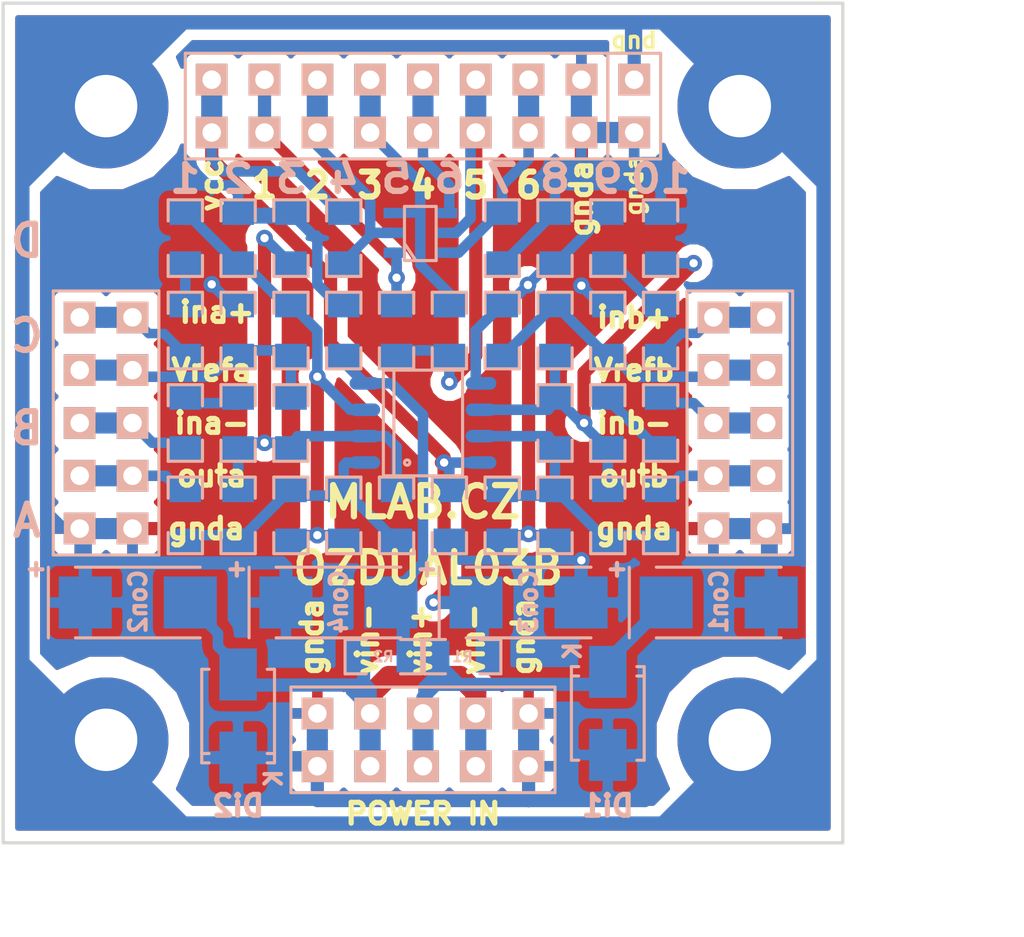
<source format=kicad_pcb>
(kicad_pcb (version 20170123) (host pcbnew "(2017-02-05 revision 431abcf)-makepkg")

  (general
    (links 120)
    (no_connects 0)
    (area 127.051999 79.631999 167.588001 120.168001)
    (thickness 1.6)
    (drawings 48)
    (tracks 412)
    (zones 0)
    (modules 53)
    (nets 31)
  )

  (page A4)
  (layers
    (0 F.Cu signal hide)
    (31 B.Cu signal)
    (32 B.Adhes user hide)
    (33 F.Adhes user hide)
    (34 B.Paste user hide)
    (35 F.Paste user hide)
    (36 B.SilkS user)
    (37 F.SilkS user)
    (38 B.Mask user)
    (39 F.Mask user)
    (40 Dwgs.User user)
    (41 Cmts.User user)
    (42 Eco1.User user)
    (43 Eco2.User user)
    (44 Edge.Cuts user)
    (45 Margin user)
    (46 B.CrtYd user)
    (47 F.CrtYd user)
    (48 B.Fab user)
    (49 F.Fab user)
  )

  (setup
    (last_trace_width 0.254)
    (user_trace_width 0.254)
    (user_trace_width 0.4572)
    (user_trace_width 0.508)
    (user_trace_width 0.635)
    (user_trace_width 1.016)
    (trace_clearance 0.15)
    (zone_clearance 0.508)
    (zone_45_only no)
    (trace_min 0.2)
    (segment_width 0.2)
    (edge_width 0.15)
    (via_size 0.889)
    (via_drill 0.635)
    (via_min_size 0.4)
    (via_min_drill 0.3)
    (user_via 0.8 0.4)
    (uvia_size 0.508)
    (uvia_drill 0.127)
    (uvias_allowed no)
    (uvia_min_size 0.2)
    (uvia_min_drill 0.1)
    (pcb_text_width 0.3)
    (pcb_text_size 1.5 1.5)
    (mod_edge_width 0.15)
    (mod_text_size 1 1)
    (mod_text_width 0.15)
    (pad_size 1.35 1.6)
    (pad_drill 0)
    (pad_to_mask_clearance 0.2)
    (aux_axis_origin 0 0)
    (visible_elements 7FFFFFFF)
    (pcbplotparams
      (layerselection 0x011f0_ffffffff)
      (usegerberextensions false)
      (excludeedgelayer true)
      (linewidth 0.100000)
      (plotframeref false)
      (viasonmask false)
      (mode 1)
      (useauxorigin false)
      (hpglpennumber 1)
      (hpglpenspeed 20)
      (hpglpendiameter 15)
      (psnegative false)
      (psa4output false)
      (plotreference false)
      (plotvalue false)
      (plotinvisibletext false)
      (padsonsilk false)
      (subtractmaskfromsilk false)
      (outputformat 1)
      (mirror false)
      (drillshape 0)
      (scaleselection 1)
      (outputdirectory ../CAM_PROFI/))
  )

  (net 0 "")
  (net 1 /INA+)
  (net 2 /OUTA)
  (net 3 /INA-)
  (net 4 /VIN+)
  (net 5 GNDA)
  (net 6 VCC)
  (net 7 /VIN-)
  (net 8 VSS)
  (net 9 /INB+)
  (net 10 /OUTB)
  (net 11 /INB-)
  (net 12 GND)
  (net 13 /VREFA)
  (net 14 /VREFB)
  (net 15 /1)
  (net 16 /5)
  (net 17 /3)
  (net 18 /6)
  (net 19 /4)
  (net 20 /2)
  (net 21 "Net-(A1-Pad2)")
  (net 22 "Net-(A2-Pad2)")
  (net 23 "Net-(A3-Pad1)")
  (net 24 "Net-(A7-Pad1)")
  (net 25 "Net-(A10-Pad2)")
  (net 26 "Net-(A9-Pad2)")
  (net 27 "Net-(B1-Pad2)")
  (net 28 "Net-(B10-Pad2)")
  (net 29 "Net-(C1-Pad2)")
  (net 30 "Net-(C10-Pad2)")

  (net_class Default "This is the default net class."
    (clearance 0.15)
    (trace_width 0.254)
    (via_dia 0.889)
    (via_drill 0.635)
    (uvia_dia 0.508)
    (uvia_drill 0.127)
    (add_net /1)
    (add_net /2)
    (add_net /3)
    (add_net /4)
    (add_net /5)
    (add_net /6)
    (add_net /INA+)
    (add_net /INA-)
    (add_net /INB+)
    (add_net /INB-)
    (add_net /OUTA)
    (add_net /OUTB)
    (add_net /VIN+)
    (add_net /VIN-)
    (add_net /VREFA)
    (add_net /VREFB)
    (add_net GND)
    (add_net GNDA)
    (add_net "Net-(A1-Pad2)")
    (add_net "Net-(A10-Pad2)")
    (add_net "Net-(A2-Pad2)")
    (add_net "Net-(A3-Pad1)")
    (add_net "Net-(A7-Pad1)")
    (add_net "Net-(A9-Pad2)")
    (add_net "Net-(B1-Pad2)")
    (add_net "Net-(B10-Pad2)")
    (add_net "Net-(C1-Pad2)")
    (add_net "Net-(C10-Pad2)")
    (add_net VCC)
    (add_net VSS)
  )

  (module Mlab_Pin_Headers:Straight_2x05 (layer B.Cu) (tedit 58DE9696) (tstamp 578F5243)
    (at 162.56 99.9 180)
    (descr "pin header straight 2x05")
    (tags "pin header straight 2x05")
    (path /575F0877)
    (fp_text reference J4 (at 0 7.62 180) (layer B.SilkS) hide
      (effects (font (size 1.5 1.5) (thickness 0.15)) (justify mirror))
    )
    (fp_text value OPAMPB (at -3.683 -0.127 90) (layer B.SilkS) hide
      (effects (font (size 1.5 1.5) (thickness 0.15)) (justify mirror))
    )
    (fp_text user 1 (at -2.921 5.08 180) (layer B.SilkS) hide
      (effects (font (size 0.5 0.5) (thickness 0.05)) (justify mirror))
    )
    (fp_line (start -2.54 6.35) (end 2.54 6.35) (layer B.SilkS) (width 0.15))
    (fp_line (start 2.54 6.35) (end 2.54 -6.35) (layer B.SilkS) (width 0.15))
    (fp_line (start 2.54 -6.35) (end -2.54 -6.35) (layer B.SilkS) (width 0.15))
    (fp_line (start -2.54 -6.35) (end -2.54 6.35) (layer B.SilkS) (width 0.15))
    (pad 1 thru_hole rect (at -1.27 5.08 180) (size 1.524 1.524) (drill 0.889) (layers *.Cu *.Mask B.SilkS)
      (net 9 /INB+))
    (pad 2 thru_hole rect (at 1.27 5.08 180) (size 1.524 1.524) (drill 0.889) (layers *.Cu *.Mask B.SilkS)
      (net 9 /INB+))
    (pad 3 thru_hole rect (at -1.27 2.54 180) (size 1.524 1.524) (drill 0.889) (layers *.Cu *.Mask B.SilkS)
      (net 14 /VREFB))
    (pad 4 thru_hole rect (at 1.27 2.54 180) (size 1.524 1.524) (drill 0.889) (layers *.Cu *.Mask B.SilkS)
      (net 14 /VREFB))
    (pad 5 thru_hole rect (at -1.27 0 180) (size 1.524 1.524) (drill 0.889) (layers *.Cu *.Mask B.SilkS)
      (net 11 /INB-))
    (pad 6 thru_hole rect (at 1.27 0 180) (size 1.524 1.524) (drill 0.889) (layers *.Cu *.Mask B.SilkS)
      (net 11 /INB-))
    (pad 7 thru_hole rect (at -1.27 -2.54 180) (size 1.524 1.524) (drill 0.889) (layers *.Cu *.Mask B.SilkS)
      (net 10 /OUTB))
    (pad 8 thru_hole rect (at 1.27 -2.54 180) (size 1.524 1.524) (drill 0.889) (layers *.Cu *.Mask B.SilkS)
      (net 10 /OUTB))
    (pad 9 thru_hole rect (at -1.27 -5.08 180) (size 1.524 1.524) (drill 0.889) (layers *.Cu *.Mask B.SilkS)
      (net 5 GNDA))
    (pad 10 thru_hole rect (at 1.27 -5.08 180) (size 1.524 1.524) (drill 0.889) (layers *.Cu *.Mask B.SilkS)
      (net 5 GNDA))
    (model Pin_Headers/Pin_Header_Straight_2x05.wrl
      (at (xyz 0 0 0))
      (scale (xyz 1 1 1))
      (rotate (xyz 0 0 90))
    )
  )

  (module Mlab_IO:SO-8 (layer B.Cu) (tedit 58E26FE2) (tstamp 578F52E9)
    (at 147.32 99.9 90)
    (descr "SO-8 Surface Mount Small Outline 150mil 8pin Package")
    (tags "Power Integrations D Package")
    (path /5745F41A)
    (fp_text reference U1 (at 0 0 90) (layer B.SilkS) hide
      (effects (font (thickness 0.3048)) (justify mirror))
    )
    (fp_text value OZ (at 0 0 90) (layer B.SilkS) hide
      (effects (font (thickness 0.3048)) (justify mirror))
    )
    (fp_circle (center -1.905 -0.762) (end -1.778 -0.762) (layer B.SilkS) (width 0.15))
    (fp_line (start -2.54 -1.397) (end 2.54 -1.397) (layer B.SilkS) (width 0.15))
    (fp_line (start -2.54 1.905) (end 2.54 1.905) (layer B.SilkS) (width 0.15))
    (fp_line (start -2.54 -1.905) (end 2.54 -1.905) (layer B.SilkS) (width 0.15))
    (fp_line (start -2.54 -1.905) (end -2.54 1.905) (layer B.SilkS) (width 0.15))
    (fp_line (start 2.54 -1.905) (end 2.54 1.905) (layer B.SilkS) (width 0.15))
    (pad 1 smd oval (at -1.905 -2.794 90) (size 0.6096 1.4732) (layers B.Cu B.Paste B.Mask)
      (net 21 "Net-(A1-Pad2)"))
    (pad 2 smd oval (at -0.635 -2.794 90) (size 0.6096 1.4732) (layers B.Cu B.Paste B.Mask)
      (net 22 "Net-(A2-Pad2)"))
    (pad 3 smd oval (at 0.635 -2.794 90) (size 0.6096 1.4732) (layers B.Cu B.Paste B.Mask)
      (net 23 "Net-(A3-Pad1)"))
    (pad 4 smd oval (at 1.905 -2.794 90) (size 0.6096 1.4732) (layers B.Cu B.Paste B.Mask)
      (net 8 VSS))
    (pad 5 smd oval (at 1.905 2.794 90) (size 0.6096 1.4732) (layers B.Cu B.Paste B.Mask)
      (net 24 "Net-(A7-Pad1)"))
    (pad 6 smd oval (at 0.635 2.794 90) (size 0.6096 1.4732) (layers B.Cu B.Paste B.Mask)
      (net 26 "Net-(A9-Pad2)"))
    (pad 7 smd oval (at -0.635 2.794 90) (size 0.6096 1.4732) (layers B.Cu B.Paste B.Mask)
      (net 25 "Net-(A10-Pad2)"))
    (pad 8 smd oval (at -1.905 2.794 90) (size 0.6096 1.4732) (layers B.Cu B.Paste B.Mask)
      (net 6 VCC))
    (model MLAB_3D/IO/cms_so8.wrl
      (at (xyz 0 0 0))
      (scale (xyz 0.5 0.4 0.45))
      (rotate (xyz 0 0 0))
    )
  )

  (module Mlab_Pin_Headers:Straight_2x01 (layer B.Cu) (tedit 5545E8D2) (tstamp 578F5219)
    (at 157.48 84.66 90)
    (descr "pin header straight 2x01")
    (tags "pin header straight 2x01")
    (path /575EAA7C)
    (fp_text reference J1 (at 0 2.54 90) (layer B.SilkS) hide
      (effects (font (size 1.5 1.5) (thickness 0.15)) (justify mirror))
    )
    (fp_text value JUMP2_2x1 (at 0 -2.54 90) (layer B.SilkS) hide
      (effects (font (size 1.5 1.5) (thickness 0.15)) (justify mirror))
    )
    (fp_line (start -2.54 1.27) (end 2.54 1.27) (layer B.SilkS) (width 0.15))
    (fp_line (start 2.54 1.27) (end 2.54 -1.27) (layer B.SilkS) (width 0.15))
    (fp_line (start 2.54 -1.27) (end -2.54 -1.27) (layer B.SilkS) (width 0.15))
    (fp_line (start -2.54 -1.27) (end -2.54 1.27) (layer B.SilkS) (width 0.15))
    (pad 1 thru_hole rect (at -1.27 0 90) (size 1.524 1.524) (drill 0.889) (layers *.Cu *.Mask B.SilkS)
      (net 5 GNDA))
    (pad 2 thru_hole rect (at 1.27 0 90) (size 1.524 1.524) (drill 0.889) (layers *.Cu *.Mask B.SilkS)
      (net 12 GND))
    (model Pin_Headers/Pin_Header_Straight_2x01.wrl
      (at (xyz 0 0 0))
      (scale (xyz 1 1 1))
      (rotate (xyz 0 0 90))
    )
  )

  (module Mlab_Pin_Headers:Straight_2x05 (layer B.Cu) (tedit 58DE968D) (tstamp 578F5227)
    (at 147.32 115.14 90)
    (descr "pin header straight 2x05")
    (tags "pin header straight 2x05")
    (path /575EC3AE)
    (fp_text reference J2 (at 0 7.62 90) (layer B.SilkS) hide
      (effects (font (size 1.5 1.5) (thickness 0.15)) (justify mirror))
    )
    (fp_text value POWER (at -3.556 0) (layer B.SilkS) hide
      (effects (font (size 1.5 1.5) (thickness 0.15)) (justify mirror))
    )
    (fp_text user 1 (at -2.921 5.08 90) (layer B.SilkS) hide
      (effects (font (size 0.5 0.5) (thickness 0.05)) (justify mirror))
    )
    (fp_line (start -2.54 6.35) (end 2.54 6.35) (layer B.SilkS) (width 0.15))
    (fp_line (start 2.54 6.35) (end 2.54 -6.35) (layer B.SilkS) (width 0.15))
    (fp_line (start 2.54 -6.35) (end -2.54 -6.35) (layer B.SilkS) (width 0.15))
    (fp_line (start -2.54 -6.35) (end -2.54 6.35) (layer B.SilkS) (width 0.15))
    (pad 1 thru_hole rect (at -1.27 5.08 90) (size 1.524 1.524) (drill 0.889) (layers *.Cu *.Mask B.SilkS)
      (net 5 GNDA))
    (pad 2 thru_hole rect (at 1.27 5.08 90) (size 1.524 1.524) (drill 0.889) (layers *.Cu *.Mask B.SilkS)
      (net 5 GNDA))
    (pad 3 thru_hole rect (at -1.27 2.54 90) (size 1.524 1.524) (drill 0.889) (layers *.Cu *.Mask B.SilkS)
      (net 7 /VIN-))
    (pad 4 thru_hole rect (at 1.27 2.54 90) (size 1.524 1.524) (drill 0.889) (layers *.Cu *.Mask B.SilkS)
      (net 7 /VIN-))
    (pad 5 thru_hole rect (at -1.27 0 90) (size 1.524 1.524) (drill 0.889) (layers *.Cu *.Mask B.SilkS)
      (net 4 /VIN+))
    (pad 6 thru_hole rect (at 1.27 0 90) (size 1.524 1.524) (drill 0.889) (layers *.Cu *.Mask B.SilkS)
      (net 4 /VIN+))
    (pad 7 thru_hole rect (at -1.27 -2.54 90) (size 1.524 1.524) (drill 0.889) (layers *.Cu *.Mask B.SilkS)
      (net 7 /VIN-))
    (pad 8 thru_hole rect (at 1.27 -2.54 90) (size 1.524 1.524) (drill 0.889) (layers *.Cu *.Mask B.SilkS)
      (net 7 /VIN-))
    (pad 9 thru_hole rect (at -1.27 -5.08 90) (size 1.524 1.524) (drill 0.889) (layers *.Cu *.Mask B.SilkS)
      (net 5 GNDA))
    (pad 10 thru_hole rect (at 1.27 -5.08 90) (size 1.524 1.524) (drill 0.889) (layers *.Cu *.Mask B.SilkS)
      (net 5 GNDA))
    (model Pin_Headers/Pin_Header_Straight_2x05.wrl
      (at (xyz 0 0 0))
      (scale (xyz 1 1 1))
      (rotate (xyz 0 0 90))
    )
  )

  (module Mlab_Pin_Headers:Straight_2x05 (layer B.Cu) (tedit 58DE969E) (tstamp 578F5235)
    (at 132.08 99.9 180)
    (descr "pin header straight 2x05")
    (tags "pin header straight 2x05")
    (path /575F0796)
    (fp_text reference J3 (at 0 7.62 180) (layer B.SilkS) hide
      (effects (font (size 1.5 1.5) (thickness 0.15)) (justify mirror))
    )
    (fp_text value OPAMPA (at 3.81 -5.207 90) (layer B.SilkS) hide
      (effects (font (size 1.5 1.5) (thickness 0.15)) (justify mirror))
    )
    (fp_text user 1 (at -2.921 5.08 180) (layer B.SilkS) hide
      (effects (font (size 0.5 0.5) (thickness 0.05)) (justify mirror))
    )
    (fp_line (start -2.54 6.35) (end 2.54 6.35) (layer B.SilkS) (width 0.15))
    (fp_line (start 2.54 6.35) (end 2.54 -6.35) (layer B.SilkS) (width 0.15))
    (fp_line (start 2.54 -6.35) (end -2.54 -6.35) (layer B.SilkS) (width 0.15))
    (fp_line (start -2.54 -6.35) (end -2.54 6.35) (layer B.SilkS) (width 0.15))
    (pad 1 thru_hole rect (at -1.27 5.08 180) (size 1.524 1.524) (drill 0.889) (layers *.Cu *.Mask B.SilkS)
      (net 1 /INA+))
    (pad 2 thru_hole rect (at 1.27 5.08 180) (size 1.524 1.524) (drill 0.889) (layers *.Cu *.Mask B.SilkS)
      (net 1 /INA+))
    (pad 3 thru_hole rect (at -1.27 2.54 180) (size 1.524 1.524) (drill 0.889) (layers *.Cu *.Mask B.SilkS)
      (net 13 /VREFA))
    (pad 4 thru_hole rect (at 1.27 2.54 180) (size 1.524 1.524) (drill 0.889) (layers *.Cu *.Mask B.SilkS)
      (net 13 /VREFA))
    (pad 5 thru_hole rect (at -1.27 0 180) (size 1.524 1.524) (drill 0.889) (layers *.Cu *.Mask B.SilkS)
      (net 3 /INA-))
    (pad 6 thru_hole rect (at 1.27 0 180) (size 1.524 1.524) (drill 0.889) (layers *.Cu *.Mask B.SilkS)
      (net 3 /INA-))
    (pad 7 thru_hole rect (at -1.27 -2.54 180) (size 1.524 1.524) (drill 0.889) (layers *.Cu *.Mask B.SilkS)
      (net 2 /OUTA))
    (pad 8 thru_hole rect (at 1.27 -2.54 180) (size 1.524 1.524) (drill 0.889) (layers *.Cu *.Mask B.SilkS)
      (net 2 /OUTA))
    (pad 9 thru_hole rect (at -1.27 -5.08 180) (size 1.524 1.524) (drill 0.889) (layers *.Cu *.Mask B.SilkS)
      (net 5 GNDA))
    (pad 10 thru_hole rect (at 1.27 -5.08 180) (size 1.524 1.524) (drill 0.889) (layers *.Cu *.Mask B.SilkS)
      (net 5 GNDA))
    (model Pin_Headers/Pin_Header_Straight_2x05.wrl
      (at (xyz 0 0 0))
      (scale (xyz 1 1 1))
      (rotate (xyz 0 0 90))
    )
  )

  (module Mlab_Mechanical:MountingHole_3mm placed (layer B.Cu) (tedit 5535DB2C) (tstamp 578F5256)
    (at 132.08 84.66 270)
    (descr "Mounting hole, Befestigungsbohrung, 3mm, No Annular, Kein Restring,")
    (tags "Mounting hole, Befestigungsbohrung, 3mm, No Annular, Kein Restring,")
    (path /549D7549)
    (fp_text reference M1 (at 0 4.191 270) (layer B.SilkS) hide
      (effects (font (thickness 0.3048)) (justify mirror))
    )
    (fp_text value HOLE (at 0 -4.191 270) (layer B.SilkS) hide
      (effects (font (thickness 0.3048)) (justify mirror))
    )
    (fp_circle (center 0 0) (end 2.99974 0) (layer Cmts.User) (width 0.381))
    (pad 1 thru_hole circle (at 0 0 270) (size 6 6) (drill 3) (layers *.Cu *.Adhes *.Mask)
      (net 12 GND) (clearance 1) (zone_connect 2))
  )

  (module Mlab_Mechanical:MountingHole_3mm placed (layer B.Cu) (tedit 5535DB2C) (tstamp 578F525B)
    (at 132.08 115.14 270)
    (descr "Mounting hole, Befestigungsbohrung, 3mm, No Annular, Kein Restring,")
    (tags "Mounting hole, Befestigungsbohrung, 3mm, No Annular, Kein Restring,")
    (path /549D7628)
    (fp_text reference M2 (at 0 4.191 270) (layer B.SilkS) hide
      (effects (font (thickness 0.3048)) (justify mirror))
    )
    (fp_text value HOLE (at 0 -4.191 270) (layer B.SilkS) hide
      (effects (font (thickness 0.3048)) (justify mirror))
    )
    (fp_circle (center 0 0) (end 2.99974 0) (layer Cmts.User) (width 0.381))
    (pad 1 thru_hole circle (at 0 0 270) (size 6 6) (drill 3) (layers *.Cu *.Adhes *.Mask)
      (net 12 GND) (clearance 1) (zone_connect 2))
  )

  (module Mlab_Mechanical:MountingHole_3mm placed (layer B.Cu) (tedit 5535DB2C) (tstamp 578F5260)
    (at 162.56 84.66 270)
    (descr "Mounting hole, Befestigungsbohrung, 3mm, No Annular, Kein Restring,")
    (tags "Mounting hole, Befestigungsbohrung, 3mm, No Annular, Kein Restring,")
    (path /549D7646)
    (fp_text reference M3 (at 0 4.191 270) (layer B.SilkS) hide
      (effects (font (thickness 0.3048)) (justify mirror))
    )
    (fp_text value HOLE (at 0 -4.191 270) (layer B.SilkS) hide
      (effects (font (thickness 0.3048)) (justify mirror))
    )
    (fp_circle (center 0 0) (end 2.99974 0) (layer Cmts.User) (width 0.381))
    (pad 1 thru_hole circle (at 0 0 270) (size 6 6) (drill 3) (layers *.Cu *.Adhes *.Mask)
      (net 12 GND) (clearance 1) (zone_connect 2))
  )

  (module Mlab_Mechanical:MountingHole_3mm placed (layer B.Cu) (tedit 5535DB2C) (tstamp 578F5265)
    (at 162.56 115.14 270)
    (descr "Mounting hole, Befestigungsbohrung, 3mm, No Annular, Kein Restring,")
    (tags "Mounting hole, Befestigungsbohrung, 3mm, No Annular, Kein Restring,")
    (path /549D7665)
    (fp_text reference M4 (at 0 4.191 270) (layer B.SilkS) hide
      (effects (font (thickness 0.3048)) (justify mirror))
    )
    (fp_text value HOLE (at 0 -4.191 270) (layer B.SilkS) hide
      (effects (font (thickness 0.3048)) (justify mirror))
    )
    (fp_circle (center 0 0) (end 2.99974 0) (layer Cmts.User) (width 0.381))
    (pad 1 thru_hole circle (at 0 0 270) (size 6 6) (drill 3) (layers *.Cu *.Adhes *.Mask)
      (net 12 GND) (clearance 1) (zone_connect 2))
  )

  (module Mlab_D:Diode-SMA_Standard (layer B.Cu) (tedit 58DE967E) (tstamp 579637B8)
    (at 138.43 113.997 270)
    (descr "Diode SMA")
    (tags "Diode SMA")
    (path /575DD18C)
    (attr smd)
    (fp_text reference Di2 (at 4.318 0 180) (layer B.SilkS)
      (effects (font (size 1 1) (thickness 0.25)) (justify mirror))
    )
    (fp_text value M4 (at 0 -3.81 270) (layer B.SilkS) hide
      (effects (font (thickness 0.3048)) (justify mirror))
    )
    (fp_text user A (at -3.29946 -1.6002 270) (layer B.SilkS) hide
      (effects (font (size 0.50038 0.50038) (thickness 0.09906)) (justify mirror))
    )
    (fp_text user K (at 2.99974 -1.69926 270) (layer B.SilkS)
      (effects (font (size 0.8 0.8) (thickness 0.2)) (justify mirror))
    )
    (fp_circle (center 0 0) (end 0.20066 0.0508) (layer B.Adhes) (width 0.381))
    (fp_line (start 1.80086 -1.75006) (end 1.80086 -1.39954) (layer B.SilkS) (width 0.15))
    (fp_line (start 1.80086 1.75006) (end 1.80086 1.39954) (layer B.SilkS) (width 0.15))
    (fp_line (start 2.25044 -1.75006) (end 2.25044 -1.39954) (layer B.SilkS) (width 0.15))
    (fp_line (start -2.25044 -1.75006) (end -2.25044 -1.39954) (layer B.SilkS) (width 0.15))
    (fp_line (start -2.25044 1.75006) (end -2.25044 1.39954) (layer B.SilkS) (width 0.15))
    (fp_line (start 2.25044 1.75006) (end 2.25044 1.39954) (layer B.SilkS) (width 0.15))
    (fp_line (start -2.25044 -1.75006) (end 2.25044 -1.75006) (layer B.SilkS) (width 0.15))
    (fp_line (start -2.25044 1.75006) (end 2.25044 1.75006) (layer B.SilkS) (width 0.15))
    (pad 2 smd rect (at -1.99898 0 270) (size 2.49936 1.80086) (layers B.Cu B.Paste B.Mask)
      (net 7 /VIN-))
    (pad 1 smd rect (at 1.99898 0 270) (size 2.49936 1.80086) (layers B.Cu B.Paste B.Mask)
      (net 5 GNDA))
    (model MLAB_3D/Diodes/SMA.wrl
      (at (xyz 0 0 0))
      (scale (xyz 0.3937 0.3937 0.3937))
      (rotate (xyz 0 0 0))
    )
  )

  (module Mlab_D:Diode-SMA_Standard (layer B.Cu) (tedit 58DE9684) (tstamp 579637D1)
    (at 156.21 113.87 90)
    (descr "Diode SMA")
    (tags "Diode SMA")
    (path /575DC5AC)
    (attr smd)
    (fp_text reference Di1 (at -4.445 0) (layer B.SilkS)
      (effects (font (size 1 1) (thickness 0.25)) (justify mirror))
    )
    (fp_text value M4 (at 0 -3.81 90) (layer B.SilkS) hide
      (effects (font (thickness 0.3048)) (justify mirror))
    )
    (fp_text user A (at -3.29946 -1.6002 90) (layer B.SilkS) hide
      (effects (font (size 0.50038 0.50038) (thickness 0.09906)) (justify mirror))
    )
    (fp_text user K (at 2.99974 -1.69926 90) (layer B.SilkS)
      (effects (font (size 0.8 0.8) (thickness 0.2)) (justify mirror))
    )
    (fp_circle (center 0 0) (end 0.20066 0.0508) (layer B.Adhes) (width 0.381))
    (fp_line (start 1.80086 -1.75006) (end 1.80086 -1.39954) (layer B.SilkS) (width 0.15))
    (fp_line (start 1.80086 1.75006) (end 1.80086 1.39954) (layer B.SilkS) (width 0.15))
    (fp_line (start 2.25044 -1.75006) (end 2.25044 -1.39954) (layer B.SilkS) (width 0.15))
    (fp_line (start -2.25044 -1.75006) (end -2.25044 -1.39954) (layer B.SilkS) (width 0.15))
    (fp_line (start -2.25044 1.75006) (end -2.25044 1.39954) (layer B.SilkS) (width 0.15))
    (fp_line (start 2.25044 1.75006) (end 2.25044 1.39954) (layer B.SilkS) (width 0.15))
    (fp_line (start -2.25044 -1.75006) (end 2.25044 -1.75006) (layer B.SilkS) (width 0.15))
    (fp_line (start -2.25044 1.75006) (end 2.25044 1.75006) (layer B.SilkS) (width 0.15))
    (pad 2 smd rect (at -1.99898 0 90) (size 2.49936 1.80086) (layers B.Cu B.Paste B.Mask)
      (net 5 GNDA))
    (pad 1 smd rect (at 1.99898 0 90) (size 2.49936 1.80086) (layers B.Cu B.Paste B.Mask)
      (net 4 /VIN+))
    (model MLAB_3D/Diodes/SMA.wrl
      (at (xyz 0 0 0))
      (scale (xyz 0.3937 0.3937 0.3937))
      (rotate (xyz 0 0 0))
    )
  )

  (module sot23-6:TantalC_SizeC_Reflow (layer B.Cu) (tedit 58E25A42) (tstamp 5798E76B)
    (at 161.544 108.536)
    (descr "Tantal Cap. , Size C, EIA-6032, Reflow,")
    (tags "Tantal Cap. , Size C, EIA-6032, Reflow,")
    (path /575DC6C0)
    (attr smd)
    (fp_text reference Con1 (at 0.0127 -0.0381 -90) (layer B.SilkS)
      (effects (font (size 0.8 0.8) (thickness 0.2)) (justify mirror))
    )
    (fp_text value 47u (at -0.09906 -3.59918) (layer B.SilkS) hide
      (effects (font (thickness 0.3048)) (justify mirror))
    )
    (fp_line (start -4.30022 1.69926) (end -4.30022 -1.69926) (layer B.SilkS) (width 0.15))
    (fp_line (start 2.99974 -1.69926) (end -2.99974 -1.69926) (layer B.SilkS) (width 0.15))
    (fp_line (start 2.99974 1.69926) (end -2.99974 1.69926) (layer B.SilkS) (width 0.15))
    (fp_text user + (at -4.8895 -1.651) (layer B.SilkS)
      (effects (font (size 0.8 0.8) (thickness 0.2)) (justify mirror))
    )
    (pad 2 smd rect (at 2.52476 0) (size 2.55016 2.49936) (layers B.Cu B.Paste B.Mask)
      (net 5 GNDA))
    (pad 1 smd rect (at -2.52476 0) (size 2.55016 2.49936) (layers B.Cu B.Paste B.Mask)
      (net 4 /VIN+))
    (model MLAB_3D/Capacitors/c_tant_C.wrl
      (at (xyz 0 0 0))
      (scale (xyz 1 1 1))
      (rotate (xyz 0 0 180))
    )
  )

  (module sot23-6:TantalC_SizeC_Reflow (layer B.Cu) (tedit 58E25A34) (tstamp 5798E774)
    (at 133.604 108.536)
    (descr "Tantal Cap. , Size C, EIA-6032, Reflow,")
    (tags "Tantal Cap. , Size C, EIA-6032, Reflow,")
    (path /575DD192)
    (attr smd)
    (fp_text reference Con2 (at 0.0127 -0.0381 -90) (layer B.SilkS)
      (effects (font (size 0.8 0.8) (thickness 0.2)) (justify mirror))
    )
    (fp_text value 47u (at -0.09906 -3.59918) (layer B.SilkS) hide
      (effects (font (thickness 0.3048)) (justify mirror))
    )
    (fp_line (start -4.30022 1.69926) (end -4.30022 -1.69926) (layer B.SilkS) (width 0.15))
    (fp_line (start 2.99974 -1.69926) (end -2.99974 -1.69926) (layer B.SilkS) (width 0.15))
    (fp_line (start 2.99974 1.69926) (end -2.99974 1.69926) (layer B.SilkS) (width 0.15))
    (fp_text user + (at -4.8895 -1.651) (layer B.SilkS)
      (effects (font (size 0.8 0.8) (thickness 0.2)) (justify mirror))
    )
    (pad 2 smd rect (at 2.52476 0) (size 2.55016 2.49936) (layers B.Cu B.Paste B.Mask)
      (net 7 /VIN-))
    (pad 1 smd rect (at -2.52476 0) (size 2.55016 2.49936) (layers B.Cu B.Paste B.Mask)
      (net 5 GNDA))
    (model MLAB_3D/Capacitors/c_tant_C.wrl
      (at (xyz 0 0 0))
      (scale (xyz 1 1 1))
      (rotate (xyz 0 0 180))
    )
  )

  (module sot23-6:TantalC_SizeC_Reflow (layer B.Cu) (tedit 58E25A3C) (tstamp 5798E77D)
    (at 152.4 108.536)
    (descr "Tantal Cap. , Size C, EIA-6032, Reflow,")
    (tags "Tantal Cap. , Size C, EIA-6032, Reflow,")
    (path /575DCC73)
    (attr smd)
    (fp_text reference Con3 (at 0.0127 -0.0381 -90) (layer B.SilkS)
      (effects (font (size 0.8 0.8) (thickness 0.2)) (justify mirror))
    )
    (fp_text value 47u (at -0.09906 -3.59918) (layer B.SilkS) hide
      (effects (font (thickness 0.3048)) (justify mirror))
    )
    (fp_line (start -4.30022 1.69926) (end -4.30022 -1.69926) (layer B.SilkS) (width 0.15))
    (fp_line (start 2.99974 -1.69926) (end -2.99974 -1.69926) (layer B.SilkS) (width 0.15))
    (fp_line (start 2.99974 1.69926) (end -2.99974 1.69926) (layer B.SilkS) (width 0.15))
    (fp_text user + (at -4.8895 -1.651) (layer B.SilkS)
      (effects (font (size 0.8 0.8) (thickness 0.2)) (justify mirror))
    )
    (pad 2 smd rect (at 2.52476 0) (size 2.55016 2.49936) (layers B.Cu B.Paste B.Mask)
      (net 5 GNDA))
    (pad 1 smd rect (at -2.52476 0) (size 2.55016 2.49936) (layers B.Cu B.Paste B.Mask)
      (net 6 VCC))
    (model MLAB_3D/Capacitors/c_tant_C.wrl
      (at (xyz 0 0 0))
      (scale (xyz 1 1 1))
      (rotate (xyz 0 0 180))
    )
  )

  (module sot23-6:TantalC_SizeC_Reflow (layer B.Cu) (tedit 58E25A21) (tstamp 5798E786)
    (at 143.256 108.536)
    (descr "Tantal Cap. , Size C, EIA-6032, Reflow,")
    (tags "Tantal Cap. , Size C, EIA-6032, Reflow,")
    (path /575DD19E)
    (attr smd)
    (fp_text reference Con4 (at 0.0127 -0.0381 -90) (layer B.SilkS)
      (effects (font (size 0.8 0.8) (thickness 0.2)) (justify mirror))
    )
    (fp_text value 47u (at -0.09906 -3.59918) (layer B.SilkS) hide
      (effects (font (thickness 0.3048)) (justify mirror))
    )
    (fp_line (start -4.30022 1.69926) (end -4.30022 -1.69926) (layer B.SilkS) (width 0.15))
    (fp_line (start 2.99974 -1.69926) (end -2.99974 -1.69926) (layer B.SilkS) (width 0.15))
    (fp_line (start 2.99974 1.69926) (end -2.99974 1.69926) (layer B.SilkS) (width 0.15))
    (fp_text user + (at -4.8895 -1.651) (layer B.SilkS)
      (effects (font (size 0.8 0.8) (thickness 0.2)) (justify mirror))
    )
    (pad 2 smd rect (at 2.52476 0) (size 2.55016 2.49936) (layers B.Cu B.Paste B.Mask)
      (net 8 VSS))
    (pad 1 smd rect (at -2.52476 0) (size 2.55016 2.49936) (layers B.Cu B.Paste B.Mask)
      (net 5 GNDA))
    (model MLAB_3D/Capacitors/c_tant_C.wrl
      (at (xyz 0 0 0))
      (scale (xyz 1 1 1))
      (rotate (xyz 0 0 180))
    )
  )

  (module Mlab_Pin_Headers:Straight_2x08 (layer B.Cu) (tedit 58DE96DE) (tstamp 57A775B2)
    (at 146.05 84.66 90)
    (descr "pin header straight 2x08")
    (tags "pin header straight 2x08")
    (path /57A8B6E9)
    (fp_text reference J5 (at 0 11.43 90) (layer B.SilkS) hide
      (effects (font (size 1.5 1.5) (thickness 0.15)) (justify mirror))
    )
    (fp_text value SOT23-6 (at 0 -11.43 90) (layer B.SilkS) hide
      (effects (font (size 1.5 1.5) (thickness 0.15)) (justify mirror))
    )
    (fp_text user 1 (at -2.921 8.89 90) (layer B.SilkS) hide
      (effects (font (size 0.5 0.5) (thickness 0.05)) (justify mirror))
    )
    (fp_line (start -2.54 10.16) (end 2.54 10.16) (layer B.SilkS) (width 0.15))
    (fp_line (start 2.54 10.16) (end 2.54 -10.16) (layer B.SilkS) (width 0.15))
    (fp_line (start 2.54 -10.16) (end -2.54 -10.16) (layer B.SilkS) (width 0.15))
    (fp_line (start -2.54 -10.16) (end -2.54 10.16) (layer B.SilkS) (width 0.15))
    (pad 1 thru_hole rect (at -1.27 8.89 90) (size 1.524 1.524) (drill 0.889) (layers *.Cu *.Mask B.SilkS)
      (net 5 GNDA))
    (pad 2 thru_hole rect (at 1.27 8.89 90) (size 1.524 1.524) (drill 0.889) (layers *.Cu *.Mask B.SilkS)
      (net 5 GNDA))
    (pad 3 thru_hole rect (at -1.27 6.35 90) (size 1.524 1.524) (drill 0.889) (layers *.Cu *.Mask B.SilkS)
      (net 18 /6))
    (pad 4 thru_hole rect (at 1.27 6.35 90) (size 1.524 1.524) (drill 0.889) (layers *.Cu *.Mask B.SilkS)
      (net 18 /6))
    (pad 5 thru_hole rect (at -1.27 3.81 90) (size 1.524 1.524) (drill 0.889) (layers *.Cu *.Mask B.SilkS)
      (net 16 /5))
    (pad 6 thru_hole rect (at 1.27 3.81 90) (size 1.524 1.524) (drill 0.889) (layers *.Cu *.Mask B.SilkS)
      (net 16 /5))
    (pad 7 thru_hole rect (at -1.27 1.27 90) (size 1.524 1.524) (drill 0.889) (layers *.Cu *.Mask B.SilkS)
      (net 19 /4))
    (pad 8 thru_hole rect (at 1.27 1.27 90) (size 1.524 1.524) (drill 0.889) (layers *.Cu *.Mask B.SilkS)
      (net 19 /4))
    (pad 9 thru_hole rect (at -1.27 -1.27 90) (size 1.524 1.524) (drill 0.889) (layers *.Cu *.Mask B.SilkS)
      (net 17 /3))
    (pad 10 thru_hole rect (at 1.27 -1.27 90) (size 1.524 1.524) (drill 0.889) (layers *.Cu *.Mask B.SilkS)
      (net 17 /3))
    (pad 11 thru_hole rect (at -1.27 -3.81 90) (size 1.524 1.524) (drill 0.889) (layers *.Cu *.Mask B.SilkS)
      (net 20 /2))
    (pad 12 thru_hole rect (at 1.27 -3.81 90) (size 1.524 1.524) (drill 0.889) (layers *.Cu *.Mask B.SilkS)
      (net 20 /2))
    (pad 13 thru_hole rect (at -1.27 -6.35 90) (size 1.524 1.524) (drill 0.889) (layers *.Cu *.Mask B.SilkS)
      (net 15 /1))
    (pad 14 thru_hole rect (at 1.27 -6.35 90) (size 1.524 1.524) (drill 0.889) (layers *.Cu *.Mask B.SilkS)
      (net 15 /1))
    (pad 15 thru_hole rect (at -1.27 -8.89 90) (size 1.524 1.524) (drill 0.889) (layers *.Cu *.Mask B.SilkS)
      (net 6 VCC))
    (pad 16 thru_hole rect (at 1.27 -8.89 90) (size 1.524 1.524) (drill 0.889) (layers *.Cu *.Mask B.SilkS)
      (net 6 VCC))
    (model Pin_Headers/Pin_Header_Straight_2x08.wrl
      (at (xyz 0 0 0))
      (scale (xyz 1 1 1))
      (rotate (xyz 0 0 90))
    )
  )

  (module Mlab_IO:SOT-23-6 (layer B.Cu) (tedit 58DE96E4) (tstamp 58DE9575)
    (at 147.193 90.756 90)
    (path /581264C2)
    (fp_text reference U2 (at 1.99898 0) (layer B.SilkS) hide
      (effects (font (size 0.762 0.762) (thickness 0.0762)) (justify mirror))
    )
    (fp_text value sot23-6 (at 0.0635 0 90) (layer B.SilkS) hide
      (effects (font (size 0.50038 0.50038) (thickness 0.0762)) (justify mirror))
    )
    (fp_line (start -0.508 -0.762) (end -1.27 -0.254) (layer B.SilkS) (width 0.15))
    (fp_line (start 1.27 -0.762) (end -1.3335 -0.762) (layer B.SilkS) (width 0.15))
    (fp_line (start -1.3335 -0.762) (end -1.3335 0.762) (layer B.SilkS) (width 0.15))
    (fp_line (start -1.3335 0.762) (end 1.27 0.762) (layer B.SilkS) (width 0.15))
    (fp_line (start 1.27 0.762) (end 1.27 -0.762) (layer B.SilkS) (width 0.15))
    (pad 6 smd rect (at -0.9525 1.27 90) (size 0.5 1.00076) (layers B.Cu B.Paste B.Mask)
      (net 18 /6))
    (pad 5 smd rect (at 0 1.27 90) (size 0.5 1.00076) (layers B.Cu B.Paste B.Mask)
      (net 16 /5))
    (pad 4 smd rect (at 0.9525 1.27 90) (size 0.50104 1.00076) (layers B.Cu B.Paste B.Mask)
      (net 19 /4))
    (pad 3 smd rect (at 0.9525 -1.27 90) (size 0.5 1.00076) (layers B.Cu B.Paste B.Mask)
      (net 17 /3))
    (pad 2 smd rect (at 0 -1.27 90) (size 0.5 1.00076) (layers B.Cu B.Paste B.Mask)
      (net 20 /2))
    (pad 1 smd rect (at -0.9525 -1.27 90) (size 0.5 1.00076) (layers B.Cu B.Paste B.Mask)
      (net 15 /1))
    (model MLAB_3D/IO/SOT23_6.wrl
      (at (xyz 0 0 0))
      (scale (xyz 0.11 0.11 0.11))
      (rotate (xyz 0 0 0))
    )
  )

  (module Mlab_R:SMD-0805-hand-soldering (layer B.Cu) (tedit 58E26F68) (tstamp 58E25AB7)
    (at 135.89 104.345 270)
    (path /574854BB)
    (attr smd)
    (fp_text reference A1 (at 0 0.3175 270) (layer B.SilkS) hide
      (effects (font (size 0.50038 0.50038) (thickness 0.10922)) (justify mirror))
    )
    (fp_text value C (at 0.127 -0.381 270) (layer B.SilkS) hide
      (effects (font (size 0.50038 0.50038) (thickness 0.10922)) (justify mirror))
    )
    (fp_line (start 0.8255 0.8255) (end 1.8415 0.8255) (layer B.SilkS) (width 0.15))
    (fp_line (start 1.8415 0.8255) (end 1.8415 -0.8255) (layer B.SilkS) (width 0.15))
    (fp_line (start 1.8415 -0.8255) (end 0.8255 -0.8255) (layer B.SilkS) (width 0.15))
    (fp_line (start -0.889 -0.8255) (end -0.8255 -0.8255) (layer B.SilkS) (width 0.15))
    (fp_line (start -0.8255 0.8255) (end -1.8415 0.8255) (layer B.SilkS) (width 0.15))
    (fp_line (start -1.8415 0.8255) (end -1.8415 -0.8255) (layer B.SilkS) (width 0.15))
    (fp_line (start -1.8415 -0.8255) (end -0.889 -0.8255) (layer B.SilkS) (width 0.15))
    (pad 1 smd rect (at -1.2065 0 270) (size 1.143 1.524) (layers B.Cu B.Paste B.Mask)
      (net 2 /OUTA))
    (pad 2 smd rect (at 1.2065 0 270) (size 1.143 1.524) (layers B.Cu B.Paste B.Mask)
      (net 21 "Net-(A1-Pad2)"))
    (model MLAB_3D/Resistors/chip_cms.wrl
      (at (xyz 0 0 0))
      (scale (xyz 0.1 0.1 0.1))
      (rotate (xyz 0 0 0))
    )
  )

  (module Mlab_R:SMD-0805-hand-soldering (layer B.Cu) (tedit 58E26F70) (tstamp 58E25AC3)
    (at 138.43 104.345 90)
    (path /5745FD2A)
    (attr smd)
    (fp_text reference A2 (at 0 0.3175 90) (layer B.SilkS) hide
      (effects (font (size 0.50038 0.50038) (thickness 0.10922)) (justify mirror))
    )
    (fp_text value R (at 0.127 -0.381 90) (layer B.SilkS) hide
      (effects (font (size 0.50038 0.50038) (thickness 0.10922)) (justify mirror))
    )
    (fp_line (start 0.8255 0.8255) (end 1.8415 0.8255) (layer B.SilkS) (width 0.15))
    (fp_line (start 1.8415 0.8255) (end 1.8415 -0.8255) (layer B.SilkS) (width 0.15))
    (fp_line (start 1.8415 -0.8255) (end 0.8255 -0.8255) (layer B.SilkS) (width 0.15))
    (fp_line (start -0.889 -0.8255) (end -0.8255 -0.8255) (layer B.SilkS) (width 0.15))
    (fp_line (start -0.8255 0.8255) (end -1.8415 0.8255) (layer B.SilkS) (width 0.15))
    (fp_line (start -1.8415 0.8255) (end -1.8415 -0.8255) (layer B.SilkS) (width 0.15))
    (fp_line (start -1.8415 -0.8255) (end -0.889 -0.8255) (layer B.SilkS) (width 0.15))
    (pad 1 smd rect (at -1.2065 0 90) (size 1.143 1.524) (layers B.Cu B.Paste B.Mask)
      (net 21 "Net-(A1-Pad2)"))
    (pad 2 smd rect (at 1.2065 0 90) (size 1.143 1.524) (layers B.Cu B.Paste B.Mask)
      (net 22 "Net-(A2-Pad2)"))
    (model MLAB_3D/Resistors/chip_cms.wrl
      (at (xyz 0 0 0))
      (scale (xyz 0.1 0.1 0.1))
      (rotate (xyz 0 0 0))
    )
  )

  (module Mlab_R:SMD-0805-hand-soldering (layer B.Cu) (tedit 58E26F82) (tstamp 58E25ACF)
    (at 140.97 104.345 90)
    (path /574D5CE9)
    (attr smd)
    (fp_text reference A3 (at 0 0.3175 90) (layer B.SilkS) hide
      (effects (font (size 0.50038 0.50038) (thickness 0.10922)) (justify mirror))
    )
    (fp_text value C (at 0.127 -0.381 90) (layer B.SilkS) hide
      (effects (font (size 0.50038 0.50038) (thickness 0.10922)) (justify mirror))
    )
    (fp_line (start 0.8255 0.8255) (end 1.8415 0.8255) (layer B.SilkS) (width 0.15))
    (fp_line (start 1.8415 0.8255) (end 1.8415 -0.8255) (layer B.SilkS) (width 0.15))
    (fp_line (start 1.8415 -0.8255) (end 0.8255 -0.8255) (layer B.SilkS) (width 0.15))
    (fp_line (start -0.889 -0.8255) (end -0.8255 -0.8255) (layer B.SilkS) (width 0.15))
    (fp_line (start -0.8255 0.8255) (end -1.8415 0.8255) (layer B.SilkS) (width 0.15))
    (fp_line (start -1.8415 0.8255) (end -1.8415 -0.8255) (layer B.SilkS) (width 0.15))
    (fp_line (start -1.8415 -0.8255) (end -0.889 -0.8255) (layer B.SilkS) (width 0.15))
    (pad 1 smd rect (at -1.2065 0 90) (size 1.143 1.524) (layers B.Cu B.Paste B.Mask)
      (net 23 "Net-(A3-Pad1)"))
    (pad 2 smd rect (at 1.2065 0 90) (size 1.143 1.524) (layers B.Cu B.Paste B.Mask)
      (net 21 "Net-(A1-Pad2)"))
    (model MLAB_3D/Resistors/chip_cms.wrl
      (at (xyz 0 0 0))
      (scale (xyz 0.1 0.1 0.1))
      (rotate (xyz 0 0 0))
    )
  )

  (module Mlab_R:SMD-0805-hand-soldering (layer B.Cu) (tedit 58E26F8A) (tstamp 58E25ADB)
    (at 143.51 104.345 270)
    (path /5745FDE3)
    (attr smd)
    (fp_text reference A4 (at 0 0.3175 270) (layer B.SilkS) hide
      (effects (font (size 0.50038 0.50038) (thickness 0.10922)) (justify mirror))
    )
    (fp_text value R (at 0.127 -0.381 270) (layer B.SilkS) hide
      (effects (font (size 0.50038 0.50038) (thickness 0.10922)) (justify mirror))
    )
    (fp_line (start 0.8255 0.8255) (end 1.8415 0.8255) (layer B.SilkS) (width 0.15))
    (fp_line (start 1.8415 0.8255) (end 1.8415 -0.8255) (layer B.SilkS) (width 0.15))
    (fp_line (start 1.8415 -0.8255) (end 0.8255 -0.8255) (layer B.SilkS) (width 0.15))
    (fp_line (start -0.889 -0.8255) (end -0.8255 -0.8255) (layer B.SilkS) (width 0.15))
    (fp_line (start -0.8255 0.8255) (end -1.8415 0.8255) (layer B.SilkS) (width 0.15))
    (fp_line (start -1.8415 0.8255) (end -1.8415 -0.8255) (layer B.SilkS) (width 0.15))
    (fp_line (start -1.8415 -0.8255) (end -0.889 -0.8255) (layer B.SilkS) (width 0.15))
    (pad 1 smd rect (at -1.2065 0 270) (size 1.143 1.524) (layers B.Cu B.Paste B.Mask)
      (net 21 "Net-(A1-Pad2)"))
    (pad 2 smd rect (at 1.2065 0 270) (size 1.143 1.524) (layers B.Cu B.Paste B.Mask)
      (net 23 "Net-(A3-Pad1)"))
    (model MLAB_3D/Resistors/chip_cms.wrl
      (at (xyz 0 0 0))
      (scale (xyz 0.1 0.1 0.1))
      (rotate (xyz 0 0 0))
    )
  )

  (module Mlab_R:SMD-0805-hand-soldering (layer B.Cu) (tedit 58E26F93) (tstamp 58E25AE7)
    (at 146.05 104.345 270)
    (path /574882F0)
    (attr smd)
    (fp_text reference A5 (at 0 0.3175 270) (layer B.SilkS) hide
      (effects (font (size 0.50038 0.50038) (thickness 0.10922)) (justify mirror))
    )
    (fp_text value C (at 0.127 -0.381 270) (layer B.SilkS) hide
      (effects (font (size 0.50038 0.50038) (thickness 0.10922)) (justify mirror))
    )
    (fp_line (start 0.8255 0.8255) (end 1.8415 0.8255) (layer B.SilkS) (width 0.15))
    (fp_line (start 1.8415 0.8255) (end 1.8415 -0.8255) (layer B.SilkS) (width 0.15))
    (fp_line (start 1.8415 -0.8255) (end 0.8255 -0.8255) (layer B.SilkS) (width 0.15))
    (fp_line (start -0.889 -0.8255) (end -0.8255 -0.8255) (layer B.SilkS) (width 0.15))
    (fp_line (start -0.8255 0.8255) (end -1.8415 0.8255) (layer B.SilkS) (width 0.15))
    (fp_line (start -1.8415 0.8255) (end -1.8415 -0.8255) (layer B.SilkS) (width 0.15))
    (fp_line (start -1.8415 -0.8255) (end -0.889 -0.8255) (layer B.SilkS) (width 0.15))
    (pad 1 smd rect (at -1.2065 0 270) (size 1.143 1.524) (layers B.Cu B.Paste B.Mask)
      (net 22 "Net-(A2-Pad2)"))
    (pad 2 smd rect (at 1.2065 0 270) (size 1.143 1.524) (layers B.Cu B.Paste B.Mask)
      (net 21 "Net-(A1-Pad2)"))
    (model MLAB_3D/Resistors/chip_cms.wrl
      (at (xyz 0 0 0))
      (scale (xyz 0.1 0.1 0.1))
      (rotate (xyz 0 0 0))
    )
  )

  (module Mlab_R:SMD-0805-hand-soldering (layer B.Cu) (tedit 58E26F9B) (tstamp 58E25AF3)
    (at 148.59 104.345 270)
    (path /575DCD53)
    (attr smd)
    (fp_text reference A6 (at 0 0.3175 270) (layer B.SilkS) hide
      (effects (font (size 0.50038 0.50038) (thickness 0.10922)) (justify mirror))
    )
    (fp_text value 100nF (at 0.127 -0.381 270) (layer B.SilkS) hide
      (effects (font (size 0.50038 0.50038) (thickness 0.10922)) (justify mirror))
    )
    (fp_line (start 0.8255 0.8255) (end 1.8415 0.8255) (layer B.SilkS) (width 0.15))
    (fp_line (start 1.8415 0.8255) (end 1.8415 -0.8255) (layer B.SilkS) (width 0.15))
    (fp_line (start 1.8415 -0.8255) (end 0.8255 -0.8255) (layer B.SilkS) (width 0.15))
    (fp_line (start -0.889 -0.8255) (end -0.8255 -0.8255) (layer B.SilkS) (width 0.15))
    (fp_line (start -0.8255 0.8255) (end -1.8415 0.8255) (layer B.SilkS) (width 0.15))
    (fp_line (start -1.8415 0.8255) (end -1.8415 -0.8255) (layer B.SilkS) (width 0.15))
    (fp_line (start -1.8415 -0.8255) (end -0.889 -0.8255) (layer B.SilkS) (width 0.15))
    (pad 1 smd rect (at -1.2065 0 270) (size 1.143 1.524) (layers B.Cu B.Paste B.Mask)
      (net 6 VCC))
    (pad 2 smd rect (at 1.2065 0 270) (size 1.143 1.524) (layers B.Cu B.Paste B.Mask)
      (net 5 GNDA))
    (model MLAB_3D/Resistors/chip_cms.wrl
      (at (xyz 0 0 0))
      (scale (xyz 0.1 0.1 0.1))
      (rotate (xyz 0 0 0))
    )
  )

  (module Mlab_R:SMD-0805-hand-soldering (layer B.Cu) (tedit 58E26FA3) (tstamp 58E25AFF)
    (at 151.13 104.345 90)
    (path /574D6C58)
    (attr smd)
    (fp_text reference A7 (at 0 0.3175 90) (layer B.SilkS) hide
      (effects (font (size 0.50038 0.50038) (thickness 0.10922)) (justify mirror))
    )
    (fp_text value C (at 0.127 -0.381 90) (layer B.SilkS) hide
      (effects (font (size 0.50038 0.50038) (thickness 0.10922)) (justify mirror))
    )
    (fp_line (start 0.8255 0.8255) (end 1.8415 0.8255) (layer B.SilkS) (width 0.15))
    (fp_line (start 1.8415 0.8255) (end 1.8415 -0.8255) (layer B.SilkS) (width 0.15))
    (fp_line (start 1.8415 -0.8255) (end 0.8255 -0.8255) (layer B.SilkS) (width 0.15))
    (fp_line (start -0.889 -0.8255) (end -0.8255 -0.8255) (layer B.SilkS) (width 0.15))
    (fp_line (start -0.8255 0.8255) (end -1.8415 0.8255) (layer B.SilkS) (width 0.15))
    (fp_line (start -1.8415 0.8255) (end -1.8415 -0.8255) (layer B.SilkS) (width 0.15))
    (fp_line (start -1.8415 -0.8255) (end -0.889 -0.8255) (layer B.SilkS) (width 0.15))
    (pad 1 smd rect (at -1.2065 0 90) (size 1.143 1.524) (layers B.Cu B.Paste B.Mask)
      (net 24 "Net-(A7-Pad1)"))
    (pad 2 smd rect (at 1.2065 0 90) (size 1.143 1.524) (layers B.Cu B.Paste B.Mask)
      (net 25 "Net-(A10-Pad2)"))
    (model MLAB_3D/Resistors/chip_cms.wrl
      (at (xyz 0 0 0))
      (scale (xyz 0.1 0.1 0.1))
      (rotate (xyz 0 0 0))
    )
  )

  (module Mlab_R:SMD-0805-hand-soldering (layer B.Cu) (tedit 58E26FAC) (tstamp 58E25B0B)
    (at 153.67 104.345 270)
    (path /574D6C22)
    (attr smd)
    (fp_text reference A8 (at 0 0.3175 270) (layer B.SilkS) hide
      (effects (font (size 0.50038 0.50038) (thickness 0.10922)) (justify mirror))
    )
    (fp_text value R (at 0.127 -0.381 270) (layer B.SilkS) hide
      (effects (font (size 0.50038 0.50038) (thickness 0.10922)) (justify mirror))
    )
    (fp_line (start 0.8255 0.8255) (end 1.8415 0.8255) (layer B.SilkS) (width 0.15))
    (fp_line (start 1.8415 0.8255) (end 1.8415 -0.8255) (layer B.SilkS) (width 0.15))
    (fp_line (start 1.8415 -0.8255) (end 0.8255 -0.8255) (layer B.SilkS) (width 0.15))
    (fp_line (start -0.889 -0.8255) (end -0.8255 -0.8255) (layer B.SilkS) (width 0.15))
    (fp_line (start -0.8255 0.8255) (end -1.8415 0.8255) (layer B.SilkS) (width 0.15))
    (fp_line (start -1.8415 0.8255) (end -1.8415 -0.8255) (layer B.SilkS) (width 0.15))
    (fp_line (start -1.8415 -0.8255) (end -0.889 -0.8255) (layer B.SilkS) (width 0.15))
    (pad 1 smd rect (at -1.2065 0 270) (size 1.143 1.524) (layers B.Cu B.Paste B.Mask)
      (net 25 "Net-(A10-Pad2)"))
    (pad 2 smd rect (at 1.2065 0 270) (size 1.143 1.524) (layers B.Cu B.Paste B.Mask)
      (net 24 "Net-(A7-Pad1)"))
    (model MLAB_3D/Resistors/chip_cms.wrl
      (at (xyz 0 0 0))
      (scale (xyz 0.1 0.1 0.1))
      (rotate (xyz 0 0 0))
    )
  )

  (module Mlab_R:SMD-0805-hand-soldering (layer B.Cu) (tedit 58E26FB6) (tstamp 58E25B17)
    (at 156.21 104.345 90)
    (path /574D6C28)
    (attr smd)
    (fp_text reference A9 (at 0 0.3175 90) (layer B.SilkS) hide
      (effects (font (size 0.50038 0.50038) (thickness 0.10922)) (justify mirror))
    )
    (fp_text value R (at 0.127 -0.381 90) (layer B.SilkS) hide
      (effects (font (size 0.50038 0.50038) (thickness 0.10922)) (justify mirror))
    )
    (fp_line (start 0.8255 0.8255) (end 1.8415 0.8255) (layer B.SilkS) (width 0.15))
    (fp_line (start 1.8415 0.8255) (end 1.8415 -0.8255) (layer B.SilkS) (width 0.15))
    (fp_line (start 1.8415 -0.8255) (end 0.8255 -0.8255) (layer B.SilkS) (width 0.15))
    (fp_line (start -0.889 -0.8255) (end -0.8255 -0.8255) (layer B.SilkS) (width 0.15))
    (fp_line (start -0.8255 0.8255) (end -1.8415 0.8255) (layer B.SilkS) (width 0.15))
    (fp_line (start -1.8415 0.8255) (end -1.8415 -0.8255) (layer B.SilkS) (width 0.15))
    (fp_line (start -1.8415 -0.8255) (end -0.889 -0.8255) (layer B.SilkS) (width 0.15))
    (pad 1 smd rect (at -1.2065 0 90) (size 1.143 1.524) (layers B.Cu B.Paste B.Mask)
      (net 25 "Net-(A10-Pad2)"))
    (pad 2 smd rect (at 1.2065 0 90) (size 1.143 1.524) (layers B.Cu B.Paste B.Mask)
      (net 26 "Net-(A9-Pad2)"))
    (model MLAB_3D/Resistors/chip_cms.wrl
      (at (xyz 0 0 0))
      (scale (xyz 0.1 0.1 0.1))
      (rotate (xyz 0 0 0))
    )
  )

  (module Mlab_R:SMD-0805-hand-soldering (layer B.Cu) (tedit 58E26FBE) (tstamp 58E25B23)
    (at 158.75 104.345 270)
    (path /574D6C2E)
    (attr smd)
    (fp_text reference A10 (at 0 0.3175 270) (layer B.SilkS) hide
      (effects (font (size 0.50038 0.50038) (thickness 0.10922)) (justify mirror))
    )
    (fp_text value C (at 0.127 -0.381 270) (layer B.SilkS) hide
      (effects (font (size 0.50038 0.50038) (thickness 0.10922)) (justify mirror))
    )
    (fp_line (start 0.8255 0.8255) (end 1.8415 0.8255) (layer B.SilkS) (width 0.15))
    (fp_line (start 1.8415 0.8255) (end 1.8415 -0.8255) (layer B.SilkS) (width 0.15))
    (fp_line (start 1.8415 -0.8255) (end 0.8255 -0.8255) (layer B.SilkS) (width 0.15))
    (fp_line (start -0.889 -0.8255) (end -0.8255 -0.8255) (layer B.SilkS) (width 0.15))
    (fp_line (start -0.8255 0.8255) (end -1.8415 0.8255) (layer B.SilkS) (width 0.15))
    (fp_line (start -1.8415 0.8255) (end -1.8415 -0.8255) (layer B.SilkS) (width 0.15))
    (fp_line (start -1.8415 -0.8255) (end -0.889 -0.8255) (layer B.SilkS) (width 0.15))
    (pad 1 smd rect (at -1.2065 0 270) (size 1.143 1.524) (layers B.Cu B.Paste B.Mask)
      (net 10 /OUTB))
    (pad 2 smd rect (at 1.2065 0 270) (size 1.143 1.524) (layers B.Cu B.Paste B.Mask)
      (net 25 "Net-(A10-Pad2)"))
    (model MLAB_3D/Resistors/chip_cms.wrl
      (at (xyz 0 0 0))
      (scale (xyz 0.1 0.1 0.1))
      (rotate (xyz 0 0 0))
    )
  )

  (module Mlab_R:SMD-0805-hand-soldering (layer B.Cu) (tedit 58E27002) (tstamp 58E25B2F)
    (at 135.89 99.9 90)
    (path /5749B98D)
    (attr smd)
    (fp_text reference B1 (at 0 0.3175 90) (layer B.SilkS) hide
      (effects (font (size 0.50038 0.50038) (thickness 0.10922)) (justify mirror))
    )
    (fp_text value C (at 0.127 -0.381 90) (layer B.SilkS) hide
      (effects (font (size 0.50038 0.50038) (thickness 0.10922)) (justify mirror))
    )
    (fp_line (start 0.8255 0.8255) (end 1.8415 0.8255) (layer B.SilkS) (width 0.15))
    (fp_line (start 1.8415 0.8255) (end 1.8415 -0.8255) (layer B.SilkS) (width 0.15))
    (fp_line (start 1.8415 -0.8255) (end 0.8255 -0.8255) (layer B.SilkS) (width 0.15))
    (fp_line (start -0.889 -0.8255) (end -0.8255 -0.8255) (layer B.SilkS) (width 0.15))
    (fp_line (start -0.8255 0.8255) (end -1.8415 0.8255) (layer B.SilkS) (width 0.15))
    (fp_line (start -1.8415 0.8255) (end -1.8415 -0.8255) (layer B.SilkS) (width 0.15))
    (fp_line (start -1.8415 -0.8255) (end -0.889 -0.8255) (layer B.SilkS) (width 0.15))
    (pad 1 smd rect (at -1.2065 0 90) (size 1.143 1.524) (layers B.Cu B.Paste B.Mask)
      (net 3 /INA-))
    (pad 2 smd rect (at 1.2065 0 90) (size 1.143 1.524) (layers B.Cu B.Paste B.Mask)
      (net 27 "Net-(B1-Pad2)"))
    (model MLAB_3D/Resistors/chip_cms.wrl
      (at (xyz 0 0 0))
      (scale (xyz 0.1 0.1 0.1))
      (rotate (xyz 0 0 0))
    )
  )

  (module Mlab_R:SMD-0805-hand-soldering (layer B.Cu) (tedit 58E26FF8) (tstamp 58E25B3B)
    (at 138.43 99.9 90)
    (path /57486CE3)
    (attr smd)
    (fp_text reference B2 (at 0 0.3175 90) (layer B.SilkS) hide
      (effects (font (size 0.50038 0.50038) (thickness 0.10922)) (justify mirror))
    )
    (fp_text value R (at 0.127 -0.381 90) (layer B.SilkS) hide
      (effects (font (size 0.50038 0.50038) (thickness 0.10922)) (justify mirror))
    )
    (fp_line (start 0.8255 0.8255) (end 1.8415 0.8255) (layer B.SilkS) (width 0.15))
    (fp_line (start 1.8415 0.8255) (end 1.8415 -0.8255) (layer B.SilkS) (width 0.15))
    (fp_line (start 1.8415 -0.8255) (end 0.8255 -0.8255) (layer B.SilkS) (width 0.15))
    (fp_line (start -0.889 -0.8255) (end -0.8255 -0.8255) (layer B.SilkS) (width 0.15))
    (fp_line (start -0.8255 0.8255) (end -1.8415 0.8255) (layer B.SilkS) (width 0.15))
    (fp_line (start -1.8415 0.8255) (end -1.8415 -0.8255) (layer B.SilkS) (width 0.15))
    (fp_line (start -1.8415 -0.8255) (end -0.889 -0.8255) (layer B.SilkS) (width 0.15))
    (pad 1 smd rect (at -1.2065 0 90) (size 1.143 1.524) (layers B.Cu B.Paste B.Mask)
      (net 22 "Net-(A2-Pad2)"))
    (pad 2 smd rect (at 1.2065 0 90) (size 1.143 1.524) (layers B.Cu B.Paste B.Mask)
      (net 27 "Net-(B1-Pad2)"))
    (model MLAB_3D/Resistors/chip_cms.wrl
      (at (xyz 0 0 0))
      (scale (xyz 0.1 0.1 0.1))
      (rotate (xyz 0 0 0))
    )
  )

  (module Mlab_R:SMD-0805-hand-soldering (layer B.Cu) (tedit 58E26FED) (tstamp 58E25B47)
    (at 140.97 99.9 90)
    (path /574ED590)
    (attr smd)
    (fp_text reference B3 (at 0 0.3175 90) (layer B.SilkS) hide
      (effects (font (size 0.50038 0.50038) (thickness 0.10922)) (justify mirror))
    )
    (fp_text value R (at 0.127 -0.381 90) (layer B.SilkS) hide
      (effects (font (size 0.50038 0.50038) (thickness 0.10922)) (justify mirror))
    )
    (fp_line (start 0.8255 0.8255) (end 1.8415 0.8255) (layer B.SilkS) (width 0.15))
    (fp_line (start 1.8415 0.8255) (end 1.8415 -0.8255) (layer B.SilkS) (width 0.15))
    (fp_line (start 1.8415 -0.8255) (end 0.8255 -0.8255) (layer B.SilkS) (width 0.15))
    (fp_line (start -0.889 -0.8255) (end -0.8255 -0.8255) (layer B.SilkS) (width 0.15))
    (fp_line (start -0.8255 0.8255) (end -1.8415 0.8255) (layer B.SilkS) (width 0.15))
    (fp_line (start -1.8415 0.8255) (end -1.8415 -0.8255) (layer B.SilkS) (width 0.15))
    (fp_line (start -1.8415 -0.8255) (end -0.889 -0.8255) (layer B.SilkS) (width 0.15))
    (pad 1 smd rect (at -1.2065 0 90) (size 1.143 1.524) (layers B.Cu B.Paste B.Mask)
      (net 22 "Net-(A2-Pad2)"))
    (pad 2 smd rect (at 1.2065 0 90) (size 1.143 1.524) (layers B.Cu B.Paste B.Mask)
      (net 13 /VREFA))
    (model MLAB_3D/Resistors/chip_cms.wrl
      (at (xyz 0 0 0))
      (scale (xyz 0.1 0.1 0.1))
      (rotate (xyz 0 0 0))
    )
  )

  (module Mlab_R:SMD-0805-hand-soldering (layer B.Cu) (tedit 58E26FD4) (tstamp 58E25B53)
    (at 153.67 99.9 270)
    (path /574D6CAA)
    (attr smd)
    (fp_text reference B8 (at 0 0.3175 270) (layer B.SilkS) hide
      (effects (font (size 0.50038 0.50038) (thickness 0.10922)) (justify mirror))
    )
    (fp_text value C (at 0.127 -0.381 270) (layer B.SilkS) hide
      (effects (font (size 0.50038 0.50038) (thickness 0.10922)) (justify mirror))
    )
    (fp_line (start 0.8255 0.8255) (end 1.8415 0.8255) (layer B.SilkS) (width 0.15))
    (fp_line (start 1.8415 0.8255) (end 1.8415 -0.8255) (layer B.SilkS) (width 0.15))
    (fp_line (start 1.8415 -0.8255) (end 0.8255 -0.8255) (layer B.SilkS) (width 0.15))
    (fp_line (start -0.889 -0.8255) (end -0.8255 -0.8255) (layer B.SilkS) (width 0.15))
    (fp_line (start -0.8255 0.8255) (end -1.8415 0.8255) (layer B.SilkS) (width 0.15))
    (fp_line (start -1.8415 0.8255) (end -1.8415 -0.8255) (layer B.SilkS) (width 0.15))
    (fp_line (start -1.8415 -0.8255) (end -0.889 -0.8255) (layer B.SilkS) (width 0.15))
    (pad 1 smd rect (at -1.2065 0 270) (size 1.143 1.524) (layers B.Cu B.Paste B.Mask)
      (net 26 "Net-(A9-Pad2)"))
    (pad 2 smd rect (at 1.2065 0 270) (size 1.143 1.524) (layers B.Cu B.Paste B.Mask)
      (net 25 "Net-(A10-Pad2)"))
    (model MLAB_3D/Resistors/chip_cms.wrl
      (at (xyz 0 0 0))
      (scale (xyz 0.1 0.1 0.1))
      (rotate (xyz 0 0 0))
    )
  )

  (module Mlab_R:SMD-0805-hand-soldering (layer B.Cu) (tedit 58E26FCC) (tstamp 58E25B5F)
    (at 156.21 99.9 90)
    (path /574D6C40)
    (attr smd)
    (fp_text reference B9 (at 0 0.3175 90) (layer B.SilkS) hide
      (effects (font (size 0.50038 0.50038) (thickness 0.10922)) (justify mirror))
    )
    (fp_text value R (at 0.127 -0.381 90) (layer B.SilkS) hide
      (effects (font (size 0.50038 0.50038) (thickness 0.10922)) (justify mirror))
    )
    (fp_line (start 0.8255 0.8255) (end 1.8415 0.8255) (layer B.SilkS) (width 0.15))
    (fp_line (start 1.8415 0.8255) (end 1.8415 -0.8255) (layer B.SilkS) (width 0.15))
    (fp_line (start 1.8415 -0.8255) (end 0.8255 -0.8255) (layer B.SilkS) (width 0.15))
    (fp_line (start -0.889 -0.8255) (end -0.8255 -0.8255) (layer B.SilkS) (width 0.15))
    (fp_line (start -0.8255 0.8255) (end -1.8415 0.8255) (layer B.SilkS) (width 0.15))
    (fp_line (start -1.8415 0.8255) (end -1.8415 -0.8255) (layer B.SilkS) (width 0.15))
    (fp_line (start -1.8415 -0.8255) (end -0.889 -0.8255) (layer B.SilkS) (width 0.15))
    (pad 1 smd rect (at -1.2065 0 90) (size 1.143 1.524) (layers B.Cu B.Paste B.Mask)
      (net 26 "Net-(A9-Pad2)"))
    (pad 2 smd rect (at 1.2065 0 90) (size 1.143 1.524) (layers B.Cu B.Paste B.Mask)
      (net 28 "Net-(B10-Pad2)"))
    (model MLAB_3D/Resistors/chip_cms.wrl
      (at (xyz 0 0 0))
      (scale (xyz 0.1 0.1 0.1))
      (rotate (xyz 0 0 0))
    )
  )

  (module Mlab_R:SMD-0805-hand-soldering (layer B.Cu) (tedit 58E26FC6) (tstamp 58E25B6B)
    (at 158.75 99.9 270)
    (path /574D6CA2)
    (attr smd)
    (fp_text reference B10 (at 0 0.3175 270) (layer B.SilkS) hide
      (effects (font (size 0.50038 0.50038) (thickness 0.10922)) (justify mirror))
    )
    (fp_text value C (at 0.127 -0.381 270) (layer B.SilkS) hide
      (effects (font (size 0.50038 0.50038) (thickness 0.10922)) (justify mirror))
    )
    (fp_line (start 0.8255 0.8255) (end 1.8415 0.8255) (layer B.SilkS) (width 0.15))
    (fp_line (start 1.8415 0.8255) (end 1.8415 -0.8255) (layer B.SilkS) (width 0.15))
    (fp_line (start 1.8415 -0.8255) (end 0.8255 -0.8255) (layer B.SilkS) (width 0.15))
    (fp_line (start -0.889 -0.8255) (end -0.8255 -0.8255) (layer B.SilkS) (width 0.15))
    (fp_line (start -0.8255 0.8255) (end -1.8415 0.8255) (layer B.SilkS) (width 0.15))
    (fp_line (start -1.8415 0.8255) (end -1.8415 -0.8255) (layer B.SilkS) (width 0.15))
    (fp_line (start -1.8415 -0.8255) (end -0.889 -0.8255) (layer B.SilkS) (width 0.15))
    (pad 1 smd rect (at -1.2065 0 270) (size 1.143 1.524) (layers B.Cu B.Paste B.Mask)
      (net 11 /INB-))
    (pad 2 smd rect (at 1.2065 0 270) (size 1.143 1.524) (layers B.Cu B.Paste B.Mask)
      (net 28 "Net-(B10-Pad2)"))
    (model MLAB_3D/Resistors/chip_cms.wrl
      (at (xyz 0 0 0))
      (scale (xyz 0.1 0.1 0.1))
      (rotate (xyz 0 0 0))
    )
  )

  (module Mlab_R:SMD-0805-hand-soldering (layer B.Cu) (tedit 58E2700B) (tstamp 58E25B77)
    (at 135.89 95.455 90)
    (path /574D513E)
    (attr smd)
    (fp_text reference C1 (at 0 0.3175 90) (layer B.SilkS) hide
      (effects (font (size 0.50038 0.50038) (thickness 0.10922)) (justify mirror))
    )
    (fp_text value C (at 0.127 -0.381 90) (layer B.SilkS) hide
      (effects (font (size 0.50038 0.50038) (thickness 0.10922)) (justify mirror))
    )
    (fp_line (start 0.8255 0.8255) (end 1.8415 0.8255) (layer B.SilkS) (width 0.15))
    (fp_line (start 1.8415 0.8255) (end 1.8415 -0.8255) (layer B.SilkS) (width 0.15))
    (fp_line (start 1.8415 -0.8255) (end 0.8255 -0.8255) (layer B.SilkS) (width 0.15))
    (fp_line (start -0.889 -0.8255) (end -0.8255 -0.8255) (layer B.SilkS) (width 0.15))
    (fp_line (start -0.8255 0.8255) (end -1.8415 0.8255) (layer B.SilkS) (width 0.15))
    (fp_line (start -1.8415 0.8255) (end -1.8415 -0.8255) (layer B.SilkS) (width 0.15))
    (fp_line (start -1.8415 -0.8255) (end -0.889 -0.8255) (layer B.SilkS) (width 0.15))
    (pad 1 smd rect (at -1.2065 0 90) (size 1.143 1.524) (layers B.Cu B.Paste B.Mask)
      (net 1 /INA+))
    (pad 2 smd rect (at 1.2065 0 90) (size 1.143 1.524) (layers B.Cu B.Paste B.Mask)
      (net 29 "Net-(C1-Pad2)"))
    (model MLAB_3D/Resistors/chip_cms.wrl
      (at (xyz 0 0 0))
      (scale (xyz 0.1 0.1 0.1))
      (rotate (xyz 0 0 0))
    )
  )

  (module Mlab_R:SMD-0805-hand-soldering (layer B.Cu) (tedit 58E27013) (tstamp 58E25B83)
    (at 138.43 95.455 90)
    (path /579676DC)
    (attr smd)
    (fp_text reference C2 (at 0 0.3175 90) (layer B.SilkS) hide
      (effects (font (size 0.50038 0.50038) (thickness 0.10922)) (justify mirror))
    )
    (fp_text value C (at 0.127 -0.381 90) (layer B.SilkS) hide
      (effects (font (size 0.50038 0.50038) (thickness 0.10922)) (justify mirror))
    )
    (fp_line (start 0.8255 0.8255) (end 1.8415 0.8255) (layer B.SilkS) (width 0.15))
    (fp_line (start 1.8415 0.8255) (end 1.8415 -0.8255) (layer B.SilkS) (width 0.15))
    (fp_line (start 1.8415 -0.8255) (end 0.8255 -0.8255) (layer B.SilkS) (width 0.15))
    (fp_line (start -0.889 -0.8255) (end -0.8255 -0.8255) (layer B.SilkS) (width 0.15))
    (fp_line (start -0.8255 0.8255) (end -1.8415 0.8255) (layer B.SilkS) (width 0.15))
    (fp_line (start -1.8415 0.8255) (end -1.8415 -0.8255) (layer B.SilkS) (width 0.15))
    (fp_line (start -1.8415 -0.8255) (end -0.889 -0.8255) (layer B.SilkS) (width 0.15))
    (pad 1 smd rect (at -1.2065 0 90) (size 1.143 1.524) (layers B.Cu B.Paste B.Mask)
      (net 13 /VREFA))
    (pad 2 smd rect (at 1.2065 0 90) (size 1.143 1.524) (layers B.Cu B.Paste B.Mask)
      (net 5 GNDA))
    (model MLAB_3D/Resistors/chip_cms.wrl
      (at (xyz 0 0 0))
      (scale (xyz 0.1 0.1 0.1))
      (rotate (xyz 0 0 0))
    )
  )

  (module Mlab_R:SMD-0805-hand-soldering (layer B.Cu) (tedit 58E2701A) (tstamp 58E25B8F)
    (at 140.97 95.455 270)
    (path /574ED470)
    (attr smd)
    (fp_text reference C3 (at 0 0.3175 270) (layer B.SilkS) hide
      (effects (font (size 0.50038 0.50038) (thickness 0.10922)) (justify mirror))
    )
    (fp_text value R (at 0.127 -0.381 270) (layer B.SilkS) hide
      (effects (font (size 0.50038 0.50038) (thickness 0.10922)) (justify mirror))
    )
    (fp_line (start 0.8255 0.8255) (end 1.8415 0.8255) (layer B.SilkS) (width 0.15))
    (fp_line (start 1.8415 0.8255) (end 1.8415 -0.8255) (layer B.SilkS) (width 0.15))
    (fp_line (start 1.8415 -0.8255) (end 0.8255 -0.8255) (layer B.SilkS) (width 0.15))
    (fp_line (start -0.889 -0.8255) (end -0.8255 -0.8255) (layer B.SilkS) (width 0.15))
    (fp_line (start -0.8255 0.8255) (end -1.8415 0.8255) (layer B.SilkS) (width 0.15))
    (fp_line (start -1.8415 0.8255) (end -1.8415 -0.8255) (layer B.SilkS) (width 0.15))
    (fp_line (start -1.8415 -0.8255) (end -0.889 -0.8255) (layer B.SilkS) (width 0.15))
    (pad 1 smd rect (at -1.2065 0 270) (size 1.143 1.524) (layers B.Cu B.Paste B.Mask)
      (net 23 "Net-(A3-Pad1)"))
    (pad 2 smd rect (at 1.2065 0 270) (size 1.143 1.524) (layers B.Cu B.Paste B.Mask)
      (net 13 /VREFA))
    (model MLAB_3D/Resistors/chip_cms.wrl
      (at (xyz 0 0 0))
      (scale (xyz 0.1 0.1 0.1))
      (rotate (xyz 0 0 0))
    )
  )

  (module Mlab_R:SMD-0805-hand-soldering (layer B.Cu) (tedit 58E27021) (tstamp 58E25B9B)
    (at 143.51 95.455 270)
    (path /575DD1A4)
    (attr smd)
    (fp_text reference C4 (at 0 0.3175 270) (layer B.SilkS) hide
      (effects (font (size 0.50038 0.50038) (thickness 0.10922)) (justify mirror))
    )
    (fp_text value 100nF (at 0.127 -0.381 270) (layer B.SilkS) hide
      (effects (font (size 0.50038 0.50038) (thickness 0.10922)) (justify mirror))
    )
    (fp_line (start 0.8255 0.8255) (end 1.8415 0.8255) (layer B.SilkS) (width 0.15))
    (fp_line (start 1.8415 0.8255) (end 1.8415 -0.8255) (layer B.SilkS) (width 0.15))
    (fp_line (start 1.8415 -0.8255) (end 0.8255 -0.8255) (layer B.SilkS) (width 0.15))
    (fp_line (start -0.889 -0.8255) (end -0.8255 -0.8255) (layer B.SilkS) (width 0.15))
    (fp_line (start -0.8255 0.8255) (end -1.8415 0.8255) (layer B.SilkS) (width 0.15))
    (fp_line (start -1.8415 0.8255) (end -1.8415 -0.8255) (layer B.SilkS) (width 0.15))
    (fp_line (start -1.8415 -0.8255) (end -0.889 -0.8255) (layer B.SilkS) (width 0.15))
    (pad 1 smd rect (at -1.2065 0 270) (size 1.143 1.524) (layers B.Cu B.Paste B.Mask)
      (net 5 GNDA))
    (pad 2 smd rect (at 1.2065 0 270) (size 1.143 1.524) (layers B.Cu B.Paste B.Mask)
      (net 8 VSS))
    (model MLAB_3D/Resistors/chip_cms.wrl
      (at (xyz 0 0 0))
      (scale (xyz 0.1 0.1 0.1))
      (rotate (xyz 0 0 0))
    )
  )

  (module Mlab_R:SMD-0805-hand-soldering (layer B.Cu) (tedit 58E27029) (tstamp 58E25BA7)
    (at 146.05 95.455 270)
    (path /581229FB)
    (attr smd)
    (fp_text reference C5 (at 0 0.3175 270) (layer B.SilkS) hide
      (effects (font (size 0.50038 0.50038) (thickness 0.10922)) (justify mirror))
    )
    (fp_text value C (at 0.127 -0.381 270) (layer B.SilkS) hide
      (effects (font (size 0.50038 0.50038) (thickness 0.10922)) (justify mirror))
    )
    (fp_line (start 0.8255 0.8255) (end 1.8415 0.8255) (layer B.SilkS) (width 0.15))
    (fp_line (start 1.8415 0.8255) (end 1.8415 -0.8255) (layer B.SilkS) (width 0.15))
    (fp_line (start 1.8415 -0.8255) (end 0.8255 -0.8255) (layer B.SilkS) (width 0.15))
    (fp_line (start -0.889 -0.8255) (end -0.8255 -0.8255) (layer B.SilkS) (width 0.15))
    (fp_line (start -0.8255 0.8255) (end -1.8415 0.8255) (layer B.SilkS) (width 0.15))
    (fp_line (start -1.8415 0.8255) (end -1.8415 -0.8255) (layer B.SilkS) (width 0.15))
    (fp_line (start -1.8415 -0.8255) (end -0.889 -0.8255) (layer B.SilkS) (width 0.15))
    (pad 1 smd rect (at -1.2065 0 270) (size 1.143 1.524) (layers B.Cu B.Paste B.Mask)
      (net 15 /1))
    (pad 2 smd rect (at 1.2065 0 270) (size 1.143 1.524) (layers B.Cu B.Paste B.Mask)
      (net 16 /5))
    (model MLAB_3D/Resistors/chip_cms.wrl
      (at (xyz 0 0 0))
      (scale (xyz 0.1 0.1 0.1))
      (rotate (xyz 0 0 0))
    )
  )

  (module Mlab_R:SMD-0805-hand-soldering (layer B.Cu) (tedit 58E27037) (tstamp 58E25BB3)
    (at 148.59 95.455 90)
    (path /58122B27)
    (attr smd)
    (fp_text reference C6 (at 0 0.3175 90) (layer B.SilkS) hide
      (effects (font (size 0.50038 0.50038) (thickness 0.10922)) (justify mirror))
    )
    (fp_text value C (at 0.127 -0.381 90) (layer B.SilkS) hide
      (effects (font (size 0.50038 0.50038) (thickness 0.10922)) (justify mirror))
    )
    (fp_line (start 0.8255 0.8255) (end 1.8415 0.8255) (layer B.SilkS) (width 0.15))
    (fp_line (start 1.8415 0.8255) (end 1.8415 -0.8255) (layer B.SilkS) (width 0.15))
    (fp_line (start 1.8415 -0.8255) (end 0.8255 -0.8255) (layer B.SilkS) (width 0.15))
    (fp_line (start -0.889 -0.8255) (end -0.8255 -0.8255) (layer B.SilkS) (width 0.15))
    (fp_line (start -0.8255 0.8255) (end -1.8415 0.8255) (layer B.SilkS) (width 0.15))
    (fp_line (start -1.8415 0.8255) (end -1.8415 -0.8255) (layer B.SilkS) (width 0.15))
    (fp_line (start -1.8415 -0.8255) (end -0.889 -0.8255) (layer B.SilkS) (width 0.15))
    (pad 1 smd rect (at -1.2065 0 90) (size 1.143 1.524) (layers B.Cu B.Paste B.Mask)
      (net 16 /5))
    (pad 2 smd rect (at 1.2065 0 90) (size 1.143 1.524) (layers B.Cu B.Paste B.Mask)
      (net 17 /3))
    (model MLAB_3D/Resistors/chip_cms.wrl
      (at (xyz 0 0 0))
      (scale (xyz 0.1 0.1 0.1))
      (rotate (xyz 0 0 0))
    )
  )

  (module Mlab_R:SMD-0805-hand-soldering (layer B.Cu) (tedit 58E2703C) (tstamp 58E25BBF)
    (at 151.13 95.455 270)
    (path /574EC7FF)
    (attr smd)
    (fp_text reference C7 (at 0 0.3175 270) (layer B.SilkS) hide
      (effects (font (size 0.50038 0.50038) (thickness 0.10922)) (justify mirror))
    )
    (fp_text value R (at 0.127 -0.381 270) (layer B.SilkS) hide
      (effects (font (size 0.50038 0.50038) (thickness 0.10922)) (justify mirror))
    )
    (fp_line (start 0.8255 0.8255) (end 1.8415 0.8255) (layer B.SilkS) (width 0.15))
    (fp_line (start 1.8415 0.8255) (end 1.8415 -0.8255) (layer B.SilkS) (width 0.15))
    (fp_line (start 1.8415 -0.8255) (end 0.8255 -0.8255) (layer B.SilkS) (width 0.15))
    (fp_line (start -0.889 -0.8255) (end -0.8255 -0.8255) (layer B.SilkS) (width 0.15))
    (fp_line (start -0.8255 0.8255) (end -1.8415 0.8255) (layer B.SilkS) (width 0.15))
    (fp_line (start -1.8415 0.8255) (end -1.8415 -0.8255) (layer B.SilkS) (width 0.15))
    (fp_line (start -1.8415 -0.8255) (end -0.889 -0.8255) (layer B.SilkS) (width 0.15))
    (pad 1 smd rect (at -1.2065 0 270) (size 1.143 1.524) (layers B.Cu B.Paste B.Mask)
      (net 24 "Net-(A7-Pad1)"))
    (pad 2 smd rect (at 1.2065 0 270) (size 1.143 1.524) (layers B.Cu B.Paste B.Mask)
      (net 14 /VREFB))
    (model MLAB_3D/Resistors/chip_cms.wrl
      (at (xyz 0 0 0))
      (scale (xyz 0.1 0.1 0.1))
      (rotate (xyz 0 0 0))
    )
  )

  (module Mlab_R:SMD-0805-hand-soldering (layer B.Cu) (tedit 58E27046) (tstamp 58E25BCB)
    (at 153.67 95.455 90)
    (path /574EC6DF)
    (attr smd)
    (fp_text reference C8 (at 0 0.3175 90) (layer B.SilkS) hide
      (effects (font (size 0.50038 0.50038) (thickness 0.10922)) (justify mirror))
    )
    (fp_text value R (at 0.127 -0.381 90) (layer B.SilkS) hide
      (effects (font (size 0.50038 0.50038) (thickness 0.10922)) (justify mirror))
    )
    (fp_line (start 0.8255 0.8255) (end 1.8415 0.8255) (layer B.SilkS) (width 0.15))
    (fp_line (start 1.8415 0.8255) (end 1.8415 -0.8255) (layer B.SilkS) (width 0.15))
    (fp_line (start 1.8415 -0.8255) (end 0.8255 -0.8255) (layer B.SilkS) (width 0.15))
    (fp_line (start -0.889 -0.8255) (end -0.8255 -0.8255) (layer B.SilkS) (width 0.15))
    (fp_line (start -0.8255 0.8255) (end -1.8415 0.8255) (layer B.SilkS) (width 0.15))
    (fp_line (start -1.8415 0.8255) (end -1.8415 -0.8255) (layer B.SilkS) (width 0.15))
    (fp_line (start -1.8415 -0.8255) (end -0.889 -0.8255) (layer B.SilkS) (width 0.15))
    (pad 1 smd rect (at -1.2065 0 90) (size 1.143 1.524) (layers B.Cu B.Paste B.Mask)
      (net 26 "Net-(A9-Pad2)"))
    (pad 2 smd rect (at 1.2065 0 90) (size 1.143 1.524) (layers B.Cu B.Paste B.Mask)
      (net 14 /VREFB))
    (model MLAB_3D/Resistors/chip_cms.wrl
      (at (xyz 0 0 0))
      (scale (xyz 0.1 0.1 0.1))
      (rotate (xyz 0 0 0))
    )
  )

  (module Mlab_R:SMD-0805-hand-soldering (layer B.Cu) (tedit 58E2704D) (tstamp 58E25BD7)
    (at 156.21 95.455 90)
    (path /57966DF4)
    (attr smd)
    (fp_text reference C9 (at 0 0.3175 90) (layer B.SilkS) hide
      (effects (font (size 0.50038 0.50038) (thickness 0.10922)) (justify mirror))
    )
    (fp_text value C (at 0.127 -0.381 90) (layer B.SilkS) hide
      (effects (font (size 0.50038 0.50038) (thickness 0.10922)) (justify mirror))
    )
    (fp_line (start 0.8255 0.8255) (end 1.8415 0.8255) (layer B.SilkS) (width 0.15))
    (fp_line (start 1.8415 0.8255) (end 1.8415 -0.8255) (layer B.SilkS) (width 0.15))
    (fp_line (start 1.8415 -0.8255) (end 0.8255 -0.8255) (layer B.SilkS) (width 0.15))
    (fp_line (start -0.889 -0.8255) (end -0.8255 -0.8255) (layer B.SilkS) (width 0.15))
    (fp_line (start -0.8255 0.8255) (end -1.8415 0.8255) (layer B.SilkS) (width 0.15))
    (fp_line (start -1.8415 0.8255) (end -1.8415 -0.8255) (layer B.SilkS) (width 0.15))
    (fp_line (start -1.8415 -0.8255) (end -0.889 -0.8255) (layer B.SilkS) (width 0.15))
    (pad 1 smd rect (at -1.2065 0 90) (size 1.143 1.524) (layers B.Cu B.Paste B.Mask)
      (net 14 /VREFB))
    (pad 2 smd rect (at 1.2065 0 90) (size 1.143 1.524) (layers B.Cu B.Paste B.Mask)
      (net 5 GNDA))
    (model MLAB_3D/Resistors/chip_cms.wrl
      (at (xyz 0 0 0))
      (scale (xyz 0.1 0.1 0.1))
      (rotate (xyz 0 0 0))
    )
  )

  (module Mlab_R:SMD-0805-hand-soldering (layer B.Cu) (tedit 58E27055) (tstamp 58E25BE3)
    (at 158.75 95.455 90)
    (path /574D6C6A)
    (attr smd)
    (fp_text reference C10 (at 0 0.3175 90) (layer B.SilkS) hide
      (effects (font (size 0.50038 0.50038) (thickness 0.10922)) (justify mirror))
    )
    (fp_text value C (at 0.127 -0.381 90) (layer B.SilkS) hide
      (effects (font (size 0.50038 0.50038) (thickness 0.10922)) (justify mirror))
    )
    (fp_line (start 0.8255 0.8255) (end 1.8415 0.8255) (layer B.SilkS) (width 0.15))
    (fp_line (start 1.8415 0.8255) (end 1.8415 -0.8255) (layer B.SilkS) (width 0.15))
    (fp_line (start 1.8415 -0.8255) (end 0.8255 -0.8255) (layer B.SilkS) (width 0.15))
    (fp_line (start -0.889 -0.8255) (end -0.8255 -0.8255) (layer B.SilkS) (width 0.15))
    (fp_line (start -0.8255 0.8255) (end -1.8415 0.8255) (layer B.SilkS) (width 0.15))
    (fp_line (start -1.8415 0.8255) (end -1.8415 -0.8255) (layer B.SilkS) (width 0.15))
    (fp_line (start -1.8415 -0.8255) (end -0.889 -0.8255) (layer B.SilkS) (width 0.15))
    (pad 1 smd rect (at -1.2065 0 90) (size 1.143 1.524) (layers B.Cu B.Paste B.Mask)
      (net 9 /INB+))
    (pad 2 smd rect (at 1.2065 0 90) (size 1.143 1.524) (layers B.Cu B.Paste B.Mask)
      (net 30 "Net-(C10-Pad2)"))
    (model MLAB_3D/Resistors/chip_cms.wrl
      (at (xyz 0 0 0))
      (scale (xyz 0.1 0.1 0.1))
      (rotate (xyz 0 0 0))
    )
  )

  (module Mlab_R:SMD-0805-hand-soldering (layer B.Cu) (tedit 58E2709B) (tstamp 58E25BEF)
    (at 135.89 91.01 270)
    (path /5748662D)
    (attr smd)
    (fp_text reference D1 (at 0 0.3175 270) (layer B.SilkS) hide
      (effects (font (size 0.50038 0.50038) (thickness 0.10922)) (justify mirror))
    )
    (fp_text value R (at 0.127 -0.381 270) (layer B.SilkS) hide
      (effects (font (size 0.50038 0.50038) (thickness 0.10922)) (justify mirror))
    )
    (fp_line (start 0.8255 0.8255) (end 1.8415 0.8255) (layer B.SilkS) (width 0.15))
    (fp_line (start 1.8415 0.8255) (end 1.8415 -0.8255) (layer B.SilkS) (width 0.15))
    (fp_line (start 1.8415 -0.8255) (end 0.8255 -0.8255) (layer B.SilkS) (width 0.15))
    (fp_line (start -0.889 -0.8255) (end -0.8255 -0.8255) (layer B.SilkS) (width 0.15))
    (fp_line (start -0.8255 0.8255) (end -1.8415 0.8255) (layer B.SilkS) (width 0.15))
    (fp_line (start -1.8415 0.8255) (end -1.8415 -0.8255) (layer B.SilkS) (width 0.15))
    (fp_line (start -1.8415 -0.8255) (end -0.889 -0.8255) (layer B.SilkS) (width 0.15))
    (pad 1 smd rect (at -1.2065 0 270) (size 1.143 1.524) (layers B.Cu B.Paste B.Mask)
      (net 23 "Net-(A3-Pad1)"))
    (pad 2 smd rect (at 1.2065 0 270) (size 1.143 1.524) (layers B.Cu B.Paste B.Mask)
      (net 29 "Net-(C1-Pad2)"))
    (model MLAB_3D/Resistors/chip_cms.wrl
      (at (xyz 0 0 0))
      (scale (xyz 0.1 0.1 0.1))
      (rotate (xyz 0 0 0))
    )
  )

  (module Mlab_R:SMD-0805-hand-soldering (layer B.Cu) (tedit 58E27094) (tstamp 58E25BFB)
    (at 138.43 91.01 90)
    (path /5748583F)
    (attr smd)
    (fp_text reference D2 (at 0 0.3175 90) (layer B.SilkS) hide
      (effects (font (size 0.50038 0.50038) (thickness 0.10922)) (justify mirror))
    )
    (fp_text value R (at 0.127 -0.381 90) (layer B.SilkS) hide
      (effects (font (size 0.50038 0.50038) (thickness 0.10922)) (justify mirror))
    )
    (fp_line (start 0.8255 0.8255) (end 1.8415 0.8255) (layer B.SilkS) (width 0.15))
    (fp_line (start 1.8415 0.8255) (end 1.8415 -0.8255) (layer B.SilkS) (width 0.15))
    (fp_line (start 1.8415 -0.8255) (end 0.8255 -0.8255) (layer B.SilkS) (width 0.15))
    (fp_line (start -0.889 -0.8255) (end -0.8255 -0.8255) (layer B.SilkS) (width 0.15))
    (fp_line (start -0.8255 0.8255) (end -1.8415 0.8255) (layer B.SilkS) (width 0.15))
    (fp_line (start -1.8415 0.8255) (end -1.8415 -0.8255) (layer B.SilkS) (width 0.15))
    (fp_line (start -1.8415 -0.8255) (end -0.889 -0.8255) (layer B.SilkS) (width 0.15))
    (pad 1 smd rect (at -1.2065 0 90) (size 1.143 1.524) (layers B.Cu B.Paste B.Mask)
      (net 23 "Net-(A3-Pad1)"))
    (pad 2 smd rect (at 1.2065 0 90) (size 1.143 1.524) (layers B.Cu B.Paste B.Mask)
      (net 5 GNDA))
    (model MLAB_3D/Resistors/chip_cms.wrl
      (at (xyz 0 0 0))
      (scale (xyz 0.1 0.1 0.1))
      (rotate (xyz 0 0 0))
    )
  )

  (module Mlab_R:SMD-0805-hand-soldering (layer B.Cu) (tedit 58E2708D) (tstamp 58E25C07)
    (at 140.97 91.01 90)
    (path /57486783)
    (attr smd)
    (fp_text reference D3 (at 0 0.3175 90) (layer B.SilkS) hide
      (effects (font (size 0.50038 0.50038) (thickness 0.10922)) (justify mirror))
    )
    (fp_text value R (at 0.127 -0.381 90) (layer B.SilkS) hide
      (effects (font (size 0.50038 0.50038) (thickness 0.10922)) (justify mirror))
    )
    (fp_line (start 0.8255 0.8255) (end 1.8415 0.8255) (layer B.SilkS) (width 0.15))
    (fp_line (start 1.8415 0.8255) (end 1.8415 -0.8255) (layer B.SilkS) (width 0.15))
    (fp_line (start 1.8415 -0.8255) (end 0.8255 -0.8255) (layer B.SilkS) (width 0.15))
    (fp_line (start -0.889 -0.8255) (end -0.8255 -0.8255) (layer B.SilkS) (width 0.15))
    (fp_line (start -0.8255 0.8255) (end -1.8415 0.8255) (layer B.SilkS) (width 0.15))
    (fp_line (start -1.8415 0.8255) (end -1.8415 -0.8255) (layer B.SilkS) (width 0.15))
    (fp_line (start -1.8415 -0.8255) (end -0.889 -0.8255) (layer B.SilkS) (width 0.15))
    (pad 1 smd rect (at -1.2065 0 90) (size 1.143 1.524) (layers B.Cu B.Paste B.Mask)
      (net 22 "Net-(A2-Pad2)"))
    (pad 2 smd rect (at 1.2065 0 90) (size 1.143 1.524) (layers B.Cu B.Paste B.Mask)
      (net 5 GNDA))
    (model MLAB_3D/Resistors/chip_cms.wrl
      (at (xyz 0 0 0))
      (scale (xyz 0.1 0.1 0.1))
      (rotate (xyz 0 0 0))
    )
  )

  (module Mlab_R:SMD-0805-hand-soldering (layer B.Cu) (tedit 58E27085) (tstamp 58E25C13)
    (at 143.51 91.01 270)
    (path /58123AD4)
    (attr smd)
    (fp_text reference D4 (at 0 0.3175 270) (layer B.SilkS) hide
      (effects (font (size 0.50038 0.50038) (thickness 0.10922)) (justify mirror))
    )
    (fp_text value R (at 0.127 -0.381 270) (layer B.SilkS) hide
      (effects (font (size 0.50038 0.50038) (thickness 0.10922)) (justify mirror))
    )
    (fp_line (start 0.8255 0.8255) (end 1.8415 0.8255) (layer B.SilkS) (width 0.15))
    (fp_line (start 1.8415 0.8255) (end 1.8415 -0.8255) (layer B.SilkS) (width 0.15))
    (fp_line (start 1.8415 -0.8255) (end 0.8255 -0.8255) (layer B.SilkS) (width 0.15))
    (fp_line (start -0.889 -0.8255) (end -0.8255 -0.8255) (layer B.SilkS) (width 0.15))
    (fp_line (start -0.8255 0.8255) (end -1.8415 0.8255) (layer B.SilkS) (width 0.15))
    (fp_line (start -1.8415 0.8255) (end -1.8415 -0.8255) (layer B.SilkS) (width 0.15))
    (fp_line (start -1.8415 -0.8255) (end -0.889 -0.8255) (layer B.SilkS) (width 0.15))
    (pad 1 smd rect (at -1.2065 0 270) (size 1.143 1.524) (layers B.Cu B.Paste B.Mask)
      (net 6 VCC))
    (pad 2 smd rect (at 1.2065 0 270) (size 1.143 1.524) (layers B.Cu B.Paste B.Mask)
      (net 20 /2))
    (model MLAB_3D/Resistors/chip_cms.wrl
      (at (xyz 0 0 0))
      (scale (xyz 0.1 0.1 0.1))
      (rotate (xyz 0 0 0))
    )
  )

  (module Mlab_R:SMD-0805-hand-soldering (layer B.Cu) (tedit 58E27079) (tstamp 58E25C1F)
    (at 151.13 91.01 270)
    (path /58123CE5)
    (attr smd)
    (fp_text reference D7 (at 0 0.3175 270) (layer B.SilkS) hide
      (effects (font (size 0.50038 0.50038) (thickness 0.10922)) (justify mirror))
    )
    (fp_text value R (at 0.127 -0.381 270) (layer B.SilkS) hide
      (effects (font (size 0.50038 0.50038) (thickness 0.10922)) (justify mirror))
    )
    (fp_line (start 0.8255 0.8255) (end 1.8415 0.8255) (layer B.SilkS) (width 0.15))
    (fp_line (start 1.8415 0.8255) (end 1.8415 -0.8255) (layer B.SilkS) (width 0.15))
    (fp_line (start 1.8415 -0.8255) (end 0.8255 -0.8255) (layer B.SilkS) (width 0.15))
    (fp_line (start -0.889 -0.8255) (end -0.8255 -0.8255) (layer B.SilkS) (width 0.15))
    (fp_line (start -0.8255 0.8255) (end -1.8415 0.8255) (layer B.SilkS) (width 0.15))
    (fp_line (start -1.8415 0.8255) (end -1.8415 -0.8255) (layer B.SilkS) (width 0.15))
    (fp_line (start -1.8415 -0.8255) (end -0.889 -0.8255) (layer B.SilkS) (width 0.15))
    (pad 1 smd rect (at -1.2065 0 270) (size 1.143 1.524) (layers B.Cu B.Paste B.Mask)
      (net 18 /6))
    (pad 2 smd rect (at 1.2065 0 270) (size 1.143 1.524) (layers B.Cu B.Paste B.Mask)
      (net 5 GNDA))
    (model MLAB_3D/Resistors/chip_cms.wrl
      (at (xyz 0 0 0))
      (scale (xyz 0.1 0.1 0.1))
      (rotate (xyz 0 0 0))
    )
  )

  (module Mlab_R:SMD-0805-hand-soldering (layer B.Cu) (tedit 58E27072) (tstamp 58E25C2B)
    (at 153.67 91.01 270)
    (path /574D6C46)
    (attr smd)
    (fp_text reference D8 (at 0 0.3175 270) (layer B.SilkS) hide
      (effects (font (size 0.50038 0.50038) (thickness 0.10922)) (justify mirror))
    )
    (fp_text value R (at 0.127 -0.381 270) (layer B.SilkS) hide
      (effects (font (size 0.50038 0.50038) (thickness 0.10922)) (justify mirror))
    )
    (fp_line (start 0.8255 0.8255) (end 1.8415 0.8255) (layer B.SilkS) (width 0.15))
    (fp_line (start 1.8415 0.8255) (end 1.8415 -0.8255) (layer B.SilkS) (width 0.15))
    (fp_line (start 1.8415 -0.8255) (end 0.8255 -0.8255) (layer B.SilkS) (width 0.15))
    (fp_line (start -0.889 -0.8255) (end -0.8255 -0.8255) (layer B.SilkS) (width 0.15))
    (fp_line (start -0.8255 0.8255) (end -1.8415 0.8255) (layer B.SilkS) (width 0.15))
    (fp_line (start -1.8415 0.8255) (end -1.8415 -0.8255) (layer B.SilkS) (width 0.15))
    (fp_line (start -1.8415 -0.8255) (end -0.889 -0.8255) (layer B.SilkS) (width 0.15))
    (pad 1 smd rect (at -1.2065 0 270) (size 1.143 1.524) (layers B.Cu B.Paste B.Mask)
      (net 5 GNDA))
    (pad 2 smd rect (at 1.2065 0 270) (size 1.143 1.524) (layers B.Cu B.Paste B.Mask)
      (net 24 "Net-(A7-Pad1)"))
    (model MLAB_3D/Resistors/chip_cms.wrl
      (at (xyz 0 0 0))
      (scale (xyz 0.1 0.1 0.1))
      (rotate (xyz 0 0 0))
    )
  )

  (module Mlab_R:SMD-0805-hand-soldering (layer B.Cu) (tedit 58E2706B) (tstamp 58E25C37)
    (at 156.21 91.01 270)
    (path /574D6C52)
    (attr smd)
    (fp_text reference D9 (at 0 0.3175 270) (layer B.SilkS) hide
      (effects (font (size 0.50038 0.50038) (thickness 0.10922)) (justify mirror))
    )
    (fp_text value R (at 0.127 -0.381 270) (layer B.SilkS) hide
      (effects (font (size 0.50038 0.50038) (thickness 0.10922)) (justify mirror))
    )
    (fp_line (start 0.8255 0.8255) (end 1.8415 0.8255) (layer B.SilkS) (width 0.15))
    (fp_line (start 1.8415 0.8255) (end 1.8415 -0.8255) (layer B.SilkS) (width 0.15))
    (fp_line (start 1.8415 -0.8255) (end 0.8255 -0.8255) (layer B.SilkS) (width 0.15))
    (fp_line (start -0.889 -0.8255) (end -0.8255 -0.8255) (layer B.SilkS) (width 0.15))
    (fp_line (start -0.8255 0.8255) (end -1.8415 0.8255) (layer B.SilkS) (width 0.15))
    (fp_line (start -1.8415 0.8255) (end -1.8415 -0.8255) (layer B.SilkS) (width 0.15))
    (fp_line (start -1.8415 -0.8255) (end -0.889 -0.8255) (layer B.SilkS) (width 0.15))
    (pad 1 smd rect (at -1.2065 0 270) (size 1.143 1.524) (layers B.Cu B.Paste B.Mask)
      (net 24 "Net-(A7-Pad1)"))
    (pad 2 smd rect (at 1.2065 0 270) (size 1.143 1.524) (layers B.Cu B.Paste B.Mask)
      (net 30 "Net-(C10-Pad2)"))
    (model MLAB_3D/Resistors/chip_cms.wrl
      (at (xyz 0 0 0))
      (scale (xyz 0.1 0.1 0.1))
      (rotate (xyz 0 0 0))
    )
  )

  (module Mlab_R:SMD-0805-hand-soldering (layer B.Cu) (tedit 58E27063) (tstamp 58E25C43)
    (at 158.75 91.01 270)
    (path /574D6C34)
    (attr smd)
    (fp_text reference D10 (at 0 0.3175 270) (layer B.SilkS) hide
      (effects (font (size 0.50038 0.50038) (thickness 0.10922)) (justify mirror))
    )
    (fp_text value R (at 0.127 -0.381 270) (layer B.SilkS) hide
      (effects (font (size 0.50038 0.50038) (thickness 0.10922)) (justify mirror))
    )
    (fp_line (start 0.8255 0.8255) (end 1.8415 0.8255) (layer B.SilkS) (width 0.15))
    (fp_line (start 1.8415 0.8255) (end 1.8415 -0.8255) (layer B.SilkS) (width 0.15))
    (fp_line (start 1.8415 -0.8255) (end 0.8255 -0.8255) (layer B.SilkS) (width 0.15))
    (fp_line (start -0.889 -0.8255) (end -0.8255 -0.8255) (layer B.SilkS) (width 0.15))
    (fp_line (start -0.8255 0.8255) (end -1.8415 0.8255) (layer B.SilkS) (width 0.15))
    (fp_line (start -1.8415 0.8255) (end -1.8415 -0.8255) (layer B.SilkS) (width 0.15))
    (fp_line (start -1.8415 -0.8255) (end -0.889 -0.8255) (layer B.SilkS) (width 0.15))
    (pad 1 smd rect (at -1.2065 0 270) (size 1.143 1.524) (layers B.Cu B.Paste B.Mask)
      (net 5 GNDA))
    (pad 2 smd rect (at 1.2065 0 270) (size 1.143 1.524) (layers B.Cu B.Paste B.Mask)
      (net 26 "Net-(A9-Pad2)"))
    (model MLAB_3D/Resistors/chip_cms.wrl
      (at (xyz 0 0 0))
      (scale (xyz 0.1 0.1 0.1))
      (rotate (xyz 0 0 0))
    )
  )

  (module Mlab_R:SMD-0805-hand-soldering (layer B.Cu) (tedit 58E26F35) (tstamp 58E25C4F)
    (at 149.225 111.1395 180)
    (path /575DCB8A)
    (attr smd)
    (fp_text reference R1 (at 0 0 180) (layer B.SilkS)
      (effects (font (size 0.50038 0.50038) (thickness 0.10922)) (justify mirror))
    )
    (fp_text value R (at 0.127 -0.381 180) (layer B.SilkS) hide
      (effects (font (size 0.50038 0.50038) (thickness 0.10922)) (justify mirror))
    )
    (fp_line (start 0.8255 0.8255) (end 1.8415 0.8255) (layer B.SilkS) (width 0.15))
    (fp_line (start 1.8415 0.8255) (end 1.8415 -0.8255) (layer B.SilkS) (width 0.15))
    (fp_line (start 1.8415 -0.8255) (end 0.8255 -0.8255) (layer B.SilkS) (width 0.15))
    (fp_line (start -0.889 -0.8255) (end -0.8255 -0.8255) (layer B.SilkS) (width 0.15))
    (fp_line (start -0.8255 0.8255) (end -1.8415 0.8255) (layer B.SilkS) (width 0.15))
    (fp_line (start -1.8415 0.8255) (end -1.8415 -0.8255) (layer B.SilkS) (width 0.15))
    (fp_line (start -1.8415 -0.8255) (end -0.889 -0.8255) (layer B.SilkS) (width 0.15))
    (pad 1 smd rect (at -1.2065 0 180) (size 1.143 1.524) (layers B.Cu B.Paste B.Mask)
      (net 6 VCC))
    (pad 2 smd rect (at 1.2065 0 180) (size 1.143 1.524) (layers B.Cu B.Paste B.Mask)
      (net 4 /VIN+))
    (model MLAB_3D/Resistors/chip_cms.wrl
      (at (xyz 0 0 0))
      (scale (xyz 0.1 0.1 0.1))
      (rotate (xyz 0 0 0))
    )
  )

  (module Mlab_R:SMD-0805-hand-soldering (layer B.Cu) (tedit 58E26F30) (tstamp 58E25C5B)
    (at 145.415 111.1395 180)
    (path /575DD198)
    (attr smd)
    (fp_text reference R2 (at 0 0 180) (layer B.SilkS)
      (effects (font (size 0.50038 0.50038) (thickness 0.10922)) (justify mirror))
    )
    (fp_text value R (at 0.127 -0.381 180) (layer B.SilkS) hide
      (effects (font (size 0.50038 0.50038) (thickness 0.10922)) (justify mirror))
    )
    (fp_line (start 0.8255 0.8255) (end 1.8415 0.8255) (layer B.SilkS) (width 0.15))
    (fp_line (start 1.8415 0.8255) (end 1.8415 -0.8255) (layer B.SilkS) (width 0.15))
    (fp_line (start 1.8415 -0.8255) (end 0.8255 -0.8255) (layer B.SilkS) (width 0.15))
    (fp_line (start -0.889 -0.8255) (end -0.8255 -0.8255) (layer B.SilkS) (width 0.15))
    (fp_line (start -0.8255 0.8255) (end -1.8415 0.8255) (layer B.SilkS) (width 0.15))
    (fp_line (start -1.8415 0.8255) (end -1.8415 -0.8255) (layer B.SilkS) (width 0.15))
    (fp_line (start -1.8415 -0.8255) (end -0.889 -0.8255) (layer B.SilkS) (width 0.15))
    (pad 1 smd rect (at -1.2065 0 180) (size 1.143 1.524) (layers B.Cu B.Paste B.Mask)
      (net 8 VSS))
    (pad 2 smd rect (at 1.2065 0 180) (size 1.143 1.524) (layers B.Cu B.Paste B.Mask)
      (net 7 /VIN-))
    (model MLAB_3D/Resistors/chip_cms.wrl
      (at (xyz 0 0 0))
      (scale (xyz 0.1 0.1 0.1))
      (rotate (xyz 0 0 0))
    )
  )

  (gr_text 1 (at 139.7 88.47) (layer F.SilkS)
    (effects (font (size 1.2 1.2) (thickness 0.3)))
  )
  (gr_text MLAB.CZ (at 147.32 103.71) (layer F.SilkS)
    (effects (font (size 1.5 1.5) (thickness 0.3)))
  )
  (gr_text 6 (at 152.4 88.47) (layer F.SilkS)
    (effects (font (size 1.2 1.2) (thickness 0.3)))
  )
  (gr_text 5 (at 149.86 88.47) (layer F.SilkS)
    (effects (font (size 1.2 1.2) (thickness 0.3)))
  )
  (gr_text 4 (at 147.32 88.47) (layer F.SilkS)
    (effects (font (size 1.2 1.2) (thickness 0.3)))
  )
  (gr_text 3 (at 144.78 88.47) (layer F.SilkS)
    (effects (font (size 1.2 1.2) (thickness 0.3)))
  )
  (gr_text 2 (at 142.24 88.47) (layer F.SilkS)
    (effects (font (size 1.2 1.2) (thickness 0.3)))
  )
  (gr_text "POWER IN" (at 147.32 118.696) (layer F.SilkS)
    (effects (font (size 1 1) (thickness 0.25)))
  )
  (gr_text gnda (at 152.146 110.187 90) (layer F.SilkS)
    (effects (font (size 1 1) (thickness 0.25)))
  )
  (gr_text vin- (at 149.733 110.314 90) (layer F.SilkS)
    (effects (font (size 1 1) (thickness 0.25)))
  )
  (gr_text vin+ (at 147.193 110.314 90) (layer F.SilkS)
    (effects (font (size 1 1) (thickness 0.25)))
  )
  (gr_text vin- (at 144.653 110.314 90) (layer F.SilkS)
    (effects (font (size 1 1) (thickness 0.25)))
  )
  (gr_text gnda (at 141.986 110.187 90) (layer F.SilkS)
    (effects (font (size 1 1) (thickness 0.25)))
  )
  (gr_text gnd (at 157.48 81.485) (layer F.SilkS)
    (effects (font (size 0.8 0.8) (thickness 0.175)))
  )
  (gr_text gnda (at 157.48 88.47 90) (layer F.SilkS)
    (effects (font (size 0.8 0.8) (thickness 0.175)))
  )
  (gr_text D (at 128.27 91.137) (layer B.SilkS)
    (effects (font (size 1.5 1.5) (thickness 0.3)) (justify mirror))
  )
  (gr_text C (at 128.27 95.709) (layer B.SilkS)
    (effects (font (size 1.5 1.5) (thickness 0.3)) (justify mirror))
  )
  (gr_text B (at 128.27 100.154) (layer B.SilkS)
    (effects (font (size 1.5 1.5) (thickness 0.3)) (justify mirror))
  )
  (gr_text A (at 128.27 104.599) (layer B.SilkS)
    (effects (font (size 1.5 1.5) (thickness 0.3)) (justify mirror))
  )
  (gr_text 10 (at 158.75 88.1525) (layer B.SilkS)
    (effects (font (size 1.3 1.5) (thickness 0.3)) (justify mirror))
  )
  (gr_text 9 (at 156.21 88.1525) (layer B.SilkS)
    (effects (font (size 1.3 1.5) (thickness 0.3)) (justify mirror))
  )
  (gr_text 8 (at 153.67 88.1525) (layer B.SilkS)
    (effects (font (size 1.3 1.5) (thickness 0.3)) (justify mirror))
  )
  (gr_text 7 (at 151.13 88.1525) (layer B.SilkS)
    (effects (font (size 1.3 1.5) (thickness 0.3)) (justify mirror))
  )
  (gr_text 6 (at 148.59 88.1525) (layer B.SilkS)
    (effects (font (size 1.3 1.5) (thickness 0.3)) (justify mirror))
  )
  (gr_text 5 (at 146.05 88.1525) (layer B.SilkS)
    (effects (font (size 1.3 1.5) (thickness 0.3)) (justify mirror))
  )
  (gr_text 4 (at 143.51 88.1525) (layer B.SilkS)
    (effects (font (size 1.3 1.5) (thickness 0.3)) (justify mirror))
  )
  (gr_text 3 (at 140.97 88.1525) (layer B.SilkS)
    (effects (font (size 1.3 1.5) (thickness 0.3)) (justify mirror))
  )
  (gr_text 2 (at 138.43 88.1525) (layer B.SilkS)
    (effects (font (size 1.3 1.5) (thickness 0.3)) (justify mirror))
  )
  (gr_text 1 (at 135.89 88.1525) (layer B.SilkS)
    (effects (font (size 1.3 1.5) (thickness 0.3)) (justify mirror))
  )
  (dimension 40.386 (width 0.3) (layer Dwgs.User)
    (gr_text "40.386 mm" (at 173.562 99.9 -270) (layer Dwgs.User) (tstamp 58E72F7F)
      (effects (font (size 1.5 1.5) (thickness 0.3)))
    )
    (feature1 (pts (xy 167.513 79.707) (xy 174.912 79.707)))
    (feature2 (pts (xy 167.513 120.093) (xy 174.912 120.093)))
    (crossbar (pts (xy 172.212 120.093) (xy 172.212 79.707)))
    (arrow1a (pts (xy 172.212 79.707) (xy 171.625579 80.833504)))
    (arrow1b (pts (xy 172.212 79.707) (xy 172.798421 80.833504)))
    (arrow2a (pts (xy 172.212 120.093) (xy 171.625579 118.966496)))
    (arrow2b (pts (xy 172.212 120.093) (xy 172.798421 118.966496)))
  )
  (dimension 40.386 (width 0.3) (layer Dwgs.User)
    (gr_text "40.386 mm" (at 147.32 125.253) (layer Dwgs.User) (tstamp 58E72F80)
      (effects (font (size 1.5 1.5) (thickness 0.3)))
    )
    (feature1 (pts (xy 167.513 120.093) (xy 167.513 126.603)))
    (feature2 (pts (xy 127.127 120.093) (xy 127.127 126.603)))
    (crossbar (pts (xy 127.127 123.903) (xy 167.513 123.903)))
    (arrow1a (pts (xy 167.513 123.903) (xy 166.386496 123.316579)))
    (arrow1b (pts (xy 167.513 123.903) (xy 166.386496 124.489421)))
    (arrow2a (pts (xy 127.127 123.903) (xy 128.253504 123.316579)))
    (arrow2b (pts (xy 127.127 123.903) (xy 128.253504 124.489421)))
  )
  (gr_line (start 127.127 79.707) (end 127.127 120.093) (angle 90) (layer Edge.Cuts) (width 0.15))
  (gr_line (start 167.513 79.707) (end 127.127 79.707) (angle 90) (layer Edge.Cuts) (width 0.15))
  (gr_line (start 167.513 120.093) (end 167.513 79.707) (angle 90) (layer Edge.Cuts) (width 0.15))
  (gr_line (start 127.127 120.093) (end 167.513 120.093) (angle 90) (layer Edge.Cuts) (width 0.15))
  (gr_text OZDUAL03B (at 147.574 106.885) (layer F.SilkS)
    (effects (font (size 1.5 1.5) (thickness 0.3)))
  )
  (gr_text vcc (at 137.16 88.47 90) (layer F.SilkS)
    (effects (font (size 1 1) (thickness 0.25)))
  )
  (gr_text gnda (at 154.94 89.105 90) (layer F.SilkS)
    (effects (font (size 1 1) (thickness 0.25)))
  )
  (gr_text inb+ (at 157.48 94.82) (layer F.SilkS)
    (effects (font (size 1 1) (thickness 0.25)))
  )
  (gr_text Vrefb (at 157.48 97.36) (layer F.SilkS)
    (effects (font (size 1 1) (thickness 0.25)))
  )
  (gr_text inb- (at 157.48 99.9) (layer F.SilkS)
    (effects (font (size 1 1) (thickness 0.25)))
  )
  (gr_text outb (at 157.48 102.44) (layer F.SilkS)
    (effects (font (size 1 1) (thickness 0.25)))
  )
  (gr_text gnda (at 157.48 104.98) (layer F.SilkS)
    (effects (font (size 1 1) (thickness 0.25)))
  )
  (gr_text ina+ (at 137.414 94.566) (layer F.SilkS)
    (effects (font (size 1 1) (thickness 0.25)))
  )
  (gr_text Vrefa (at 137.16 97.36) (layer F.SilkS)
    (effects (font (size 1 1) (thickness 0.25)))
  )
  (gr_text ina- (at 137.16 99.9) (layer F.SilkS)
    (effects (font (size 1 1) (thickness 0.25)))
  )
  (gr_text outa (at 137.16 102.44) (layer F.SilkS)
    (effects (font (size 1 1) (thickness 0.25)))
  )
  (gr_text gnda (at 136.906 104.98) (layer F.SilkS)
    (effects (font (size 1 1) (thickness 0.25)))
  )

  (segment (start 133.35 94.82) (end 134.13 95.6) (width 0.4572) (layer B.Cu) (net 1))
  (segment (start 135.6775 96.4075) (end 134.87 95.6) (width 0.4572) (layer B.Cu) (net 1))
  (segment (start 134.87 95.6) (end 134.13 95.6) (width 0.4572) (layer B.Cu) (net 1))
  (segment (start 135.89 96.4075) (end 135.6775 96.4075) (width 0.4572) (layer B.Cu) (net 1))
  (segment (start 130.81 94.82) (end 132.08 94.82) (width 1.016) (layer B.Cu) (net 1))
  (segment (start 132.08 94.82) (end 133.35 94.82) (width 1.016) (layer B.Cu) (net 1) (tstamp 578F6AFA))
  (segment (start 133.35 102.44) (end 134.9375 102.44) (width 0.508) (layer B.Cu) (net 2))
  (segment (start 134.9375 102.44) (end 135.89 103.3925) (width 0.508) (layer B.Cu) (net 2) (tstamp 57966EE4))
  (segment (start 130.81 102.44) (end 133.35 102.44) (width 1.016) (layer B.Cu) (net 2))
  (segment (start 135.89 100.8525) (end 134.3025 100.8525) (width 0.508) (layer B.Cu) (net 3))
  (segment (start 134.3025 100.8525) (end 133.35 99.9) (width 0.508) (layer B.Cu) (net 3) (tstamp 58E157AD))
  (segment (start 135.89 100.8525) (end 136.2075 100.8525) (width 0.635) (layer B.Cu) (net 3))
  (segment (start 130.81 99.9) (end 133.35 99.9) (width 1.016) (layer B.Cu) (net 3))
  (segment (start 147.33 112.6408) (end 147.32 112.6508) (width 0.4572) (layer B.Cu) (net 4))
  (segment (start 147.32 112.6508) (end 147.32 113.87) (width 0.4572) (layer B.Cu) (net 4))
  (segment (start 148.2725 111.1395) (end 148.2725 111.6275) (width 0.4572) (layer B.Cu) (net 4))
  (segment (start 148.2725 111.6275) (end 147.85 112.05) (width 0.4572) (layer B.Cu) (net 4))
  (segment (start 147.85 112.05) (end 147.59 112.31) (width 0.4572) (layer B.Cu) (net 4))
  (segment (start 147.33 112.6408) (end 147.33 112.57) (width 0.4572) (layer B.Cu) (net 4))
  (segment (start 147.33 112.57) (end 147.85 112.05) (width 0.4572) (layer B.Cu) (net 4))
  (segment (start 147.59 112.31) (end 147.59 112.838) (width 0.4572) (layer B.Cu) (net 4))
  (segment (start 147.59 112.838) (end 147.955 112.473) (width 0.635) (layer B.Cu) (net 4))
  (segment (start 147.32 113.108) (end 147.59 112.838) (width 0.635) (layer B.Cu) (net 4))
  (segment (start 148.2725 111.9025) (end 148.52 112.15) (width 0.4572) (layer B.Cu) (net 4))
  (segment (start 148.2725 111.1395) (end 148.2725 111.9025) (width 0.4572) (layer B.Cu) (net 4))
  (segment (start 147.955 112.473) (end 148.55 112.473) (width 0.635) (layer B.Cu) (net 4))
  (segment (start 148.55 112.473) (end 149.11 112.473) (width 0.635) (layer B.Cu) (net 4))
  (segment (start 148.2725 111.1395) (end 148.2725 112.3967) (width 0.4572) (layer B.Cu) (net 4))
  (segment (start 148.2725 112.3967) (end 148.3488 112.473) (width 0.4572) (layer B.Cu) (net 4))
  (segment (start 148.3488 112.473) (end 148.55 112.473) (width 0.4572) (layer B.Cu) (net 4))
  (segment (start 148.2725 112.3967) (end 148.1962 112.473) (width 0.4572) (layer B.Cu) (net 4))
  (segment (start 148.1962 112.473) (end 147.955 112.473) (width 0.4572) (layer B.Cu) (net 4))
  (segment (start 149.11 112.473) (end 155.60802 112.473) (width 0.635) (layer B.Cu) (net 4))
  (segment (start 148.2725 111.5725) (end 149.11 112.41) (width 0.4572) (layer B.Cu) (net 4))
  (segment (start 149.11 112.41) (end 149.11 112.473) (width 0.4572) (layer B.Cu) (net 4))
  (segment (start 148.2725 111.1395) (end 148.2725 111.5725) (width 0.4572) (layer B.Cu) (net 4))
  (segment (start 156.21 111.87102) (end 156.21 111.34524) (width 0.635) (layer B.Cu) (net 4))
  (segment (start 156.21 111.34524) (end 159.01924 108.536) (width 0.635) (layer B.Cu) (net 4) (tstamp 5796422B))
  (segment (start 147.32 113.87) (end 147.32 113.108) (width 0.635) (layer B.Cu) (net 4))
  (segment (start 155.60802 112.473) (end 156.21 111.87102) (width 0.635) (layer B.Cu) (net 4) (tstamp 579641FC))
  (segment (start 147.32 116.41) (end 147.32 113.87) (width 1.016) (layer B.Cu) (net 4))
  (segment (start 163.83 104.98) (end 163.84 104.99) (width 0.508) (layer B.Cu) (net 5))
  (segment (start 163.84 104.99) (end 165.19 104.99) (width 0.508) (layer B.Cu) (net 5))
  (segment (start 165.19 104.99) (end 165.1635 104.9635) (width 0.508) (layer B.Cu) (net 5))
  (segment (start 165.1635 104.9635) (end 165.1635 93.55) (width 0.508) (layer B.Cu) (net 5))
  (segment (start 165.1635 93.55) (end 161.671 90.0575) (width 0.508) (layer B.Cu) (net 5))
  (segment (start 161.671 90.0575) (end 158.75 90.0575) (width 0.508) (layer B.Cu) (net 5))
  (segment (start 158.75 90.0575) (end 158.75 87.2) (width 0.508) (layer B.Cu) (net 5))
  (segment (start 143.51 94.2485) (end 143.256 94.2485) (width 0.508) (layer B.Cu) (net 5))
  (segment (start 143.256 94.2485) (end 142.24 93.2325) (width 0.508) (layer B.Cu) (net 5) (tstamp 58E25C6C))
  (segment (start 142.24 93.2325) (end 142.24 91.0735) (width 0.508) (layer B.Cu) (net 5) (tstamp 58E25C6D))
  (segment (start 142.24 91.0735) (end 140.97 89.8035) (width 0.508) (layer B.Cu) (net 5) (tstamp 58E25C6E))
  (segment (start 156.21 94.5025) (end 156.1465 94.5025) (width 0.508) (layer B.Cu) (net 5))
  (segment (start 156.1465 94.5025) (end 154.94 93.296) (width 0.508) (layer B.Cu) (net 5) (tstamp 58E1F430))
  (via (at 154.94 93.296) (size 0.8) (drill 0.4) (layers F.Cu B.Cu) (net 5))
  (segment (start 154.94 93.296) (end 154.94 85.93) (width 0.635) (layer F.Cu) (net 5) (tstamp 58E1F438))
  (segment (start 138.43 94.5025) (end 137.16 93.2325) (width 0.508) (layer B.Cu) (net 5))
  (segment (start 134.9375 104.98) (end 133.35 104.98) (width 0.635) (layer F.Cu) (net 5) (tstamp 58E1F262))
  (segment (start 137.2235 102.694) (end 134.9375 104.98) (width 0.635) (layer F.Cu) (net 5) (tstamp 58E1F25D))
  (segment (start 137.2235 93.296) (end 137.2235 102.694) (width 0.635) (layer F.Cu) (net 5) (tstamp 58E1F249))
  (segment (start 137.16 93.2325) (end 137.2235 93.296) (width 0.635) (layer F.Cu) (net 5) (tstamp 58E1F248))
  (via (at 137.16 93.2325) (size 0.8) (drill 0.4) (layers F.Cu B.Cu) (net 5))
  (segment (start 130.81 104.98) (end 130.048 104.98) (width 0.508) (layer B.Cu) (net 5))
  (segment (start 130.048 104.98) (end 129.286 104.218) (width 0.508) (layer B.Cu) (net 5) (tstamp 58E1F222))
  (segment (start 138.43 88.851) (end 138.43 90.0575) (width 0.508) (layer B.Cu) (net 5) (tstamp 58E1F23D))
  (segment (start 138.049 88.47) (end 138.43 88.851) (width 0.508) (layer B.Cu) (net 5) (tstamp 58E1F23B))
  (segment (start 134.747 88.47) (end 138.049 88.47) (width 0.508) (layer B.Cu) (net 5) (tstamp 58E1F238))
  (segment (start 133.9215 89.2955) (end 134.747 88.47) (width 0.508) (layer B.Cu) (net 5) (tstamp 58E1F232))
  (segment (start 133.223 89.2955) (end 133.9215 89.2955) (width 0.508) (layer B.Cu) (net 5) (tstamp 58E1F22B))
  (segment (start 129.286 93.2325) (end 133.223 89.2955) (width 0.508) (layer B.Cu) (net 5) (tstamp 58E1F229))
  (segment (start 129.286 104.218) (end 129.286 93.2325) (width 0.508) (layer B.Cu) (net 5) (tstamp 58E1F227))
  (segment (start 156.464 104.98) (end 154.94 106.504) (width 0.635) (layer F.Cu) (net 5) (tstamp 57A786A6))
  (via (at 154.94 106.504) (size 0.8) (drill 0.4) (layers F.Cu B.Cu) (net 5))
  (segment (start 154.94 106.504) (end 154.94 106.504) (width 0.635) (layer F.Cu) (net 5) (tstamp 57A786AA))
  (segment (start 158.75 87.2) (end 158.75 87.327) (width 0.45) (layer B.Cu) (net 5) (tstamp 57A77A33))
  (segment (start 157.48 85.93) (end 157.48 87.2635) (width 0.45) (layer B.Cu) (net 5))
  (segment (start 157.5435 87.327) (end 158.75 87.327) (width 0.45) (layer B.Cu) (net 5) (tstamp 58E157C9))
  (segment (start 157.48 87.2635) (end 157.5435 87.327) (width 0.45) (layer B.Cu) (net 5) (tstamp 58E157C8))
  (segment (start 140.97 90.0575) (end 141.2875 90.0575) (width 0.45) (layer B.Cu) (net 5))
  (segment (start 131.07924 106.51924) (end 134.19074 106.51924) (width 0.635) (layer B.Cu) (net 5))
  (segment (start 140.73124 106.83674) (end 140.73124 108.536) (width 0.635) (layer B.Cu) (net 5) (tstamp 58E15786))
  (segment (start 140.5255 106.631) (end 140.73124 106.83674) (width 0.635) (layer B.Cu) (net 5) (tstamp 58E15785))
  (segment (start 134.3025 106.631) (end 140.5255 106.631) (width 0.635) (layer B.Cu) (net 5) (tstamp 58E15784))
  (segment (start 134.19074 106.51924) (end 134.3025 106.631) (width 0.635) (layer B.Cu) (net 5) (tstamp 58E15783))
  (segment (start 148.59 105.2975) (end 148.59 105.996) (width 0.45) (layer B.Cu) (net 5))
  (segment (start 149.098 106.504) (end 154.94 106.504) (width 0.45) (layer B.Cu) (net 5) (tstamp 58E1443D))
  (segment (start 148.59 105.996) (end 149.098 106.504) (width 0.45) (layer B.Cu) (net 5) (tstamp 58E1443A))
  (segment (start 161.29 104.98) (end 156.464 104.98) (width 0.635) (layer F.Cu) (net 5))
  (segment (start 154.92476 106.51924) (end 154.92476 106.61576) (width 0.635) (layer B.Cu) (net 5) (tstamp 57A786B0))
  (segment (start 154.92476 108.536) (end 154.92476 106.61576) (width 0.635) (layer B.Cu) (net 5))
  (segment (start 154.94 106.504) (end 154.92476 106.51924) (width 0.635) (layer B.Cu) (net 5) (tstamp 57A786AF))
  (segment (start 154.94 87.454) (end 154.94 85.93) (width 0.45) (layer B.Cu) (net 5) (tstamp 57A78075))
  (segment (start 153.67 88.724) (end 154.94 87.454) (width 0.45) (layer B.Cu) (net 5) (tstamp 57A78073))
  (segment (start 153.67 90.0575) (end 153.67 88.724) (width 0.45) (layer B.Cu) (net 5))
  (segment (start 138.43 90.0575) (end 138.1125 90.0575) (width 0.635) (layer B.Cu) (net 5))
  (segment (start 151.13 91.9625) (end 151.4475 91.9625) (width 0.635) (layer B.Cu) (net 5) (status 30))
  (segment (start 151.4475 91.9625) (end 153.3525 90.0575) (width 0.508) (layer B.Cu) (net 5) (tstamp 57A77A2E) (status 10))
  (segment (start 153.3525 90.0575) (end 153.67 90.0575) (width 0.635) (layer B.Cu) (net 5) (tstamp 57A77A2F))
  (segment (start 154.94 85.93) (end 157.48 85.93) (width 1.016) (layer B.Cu) (net 5))
  (segment (start 154.94 85.93) (end 154.94 83.39) (width 1.016) (layer B.Cu) (net 5))
  (segment (start 158.75 87.327) (end 158.75 87.581) (width 0.635) (layer B.Cu) (net 5) (tstamp 57967FCF))
  (segment (start 158.75 87.581) (end 158.75 87.327) (width 0.635) (layer B.Cu) (net 5) (tstamp 57967FD1))
  (segment (start 157.988 115.902) (end 157.988 112.854) (width 0.635) (layer B.Cu) (net 5))
  (segment (start 164.06876 110.71024) (end 164.06876 108.536) (width 0.635) (layer B.Cu) (net 5) (tstamp 57967FBA))
  (segment (start 163.957 110.822) (end 164.06876 110.71024) (width 0.635) (layer B.Cu) (net 5) (tstamp 57967FB7))
  (segment (start 160.02 110.822) (end 163.957 110.822) (width 0.635) (layer B.Cu) (net 5) (tstamp 57967FB5))
  (segment (start 157.988 112.854) (end 160.02 110.822) (width 0.635) (layer B.Cu) (net 5) (tstamp 57967FB3))
  (segment (start 164.06876 108.536) (end 164.06876 105.21876) (width 0.635) (layer B.Cu) (net 5))
  (segment (start 164.06876 105.21876) (end 163.83 104.98) (width 0.635) (layer B.Cu) (net 5) (tstamp 57967FAE))
  (segment (start 131.07924 106.51924) (end 131.07924 105.24924) (width 0.635) (layer B.Cu) (net 5))
  (segment (start 131.07924 105.24924) (end 130.81 104.98) (width 0.635) (layer B.Cu) (net 5) (tstamp 57967F96))
  (segment (start 157.988 115.902) (end 156.24302 115.902) (width 0.635) (layer B.Cu) (net 5))
  (segment (start 156.24302 115.902) (end 156.21 115.86898) (width 0.635) (layer B.Cu) (net 5) (tstamp 57967F6F))
  (segment (start 131.07924 108.536) (end 131.07924 110.71024) (width 0.635) (layer B.Cu) (net 5))
  (segment (start 136.61898 115.99598) (end 138.43 115.99598) (width 0.635) (layer B.Cu) (net 5) (tstamp 57967F60))
  (segment (start 136.525 115.902) (end 136.61898 115.99598) (width 0.635) (layer B.Cu) (net 5) (tstamp 57967F5E))
  (segment (start 136.525 113.235) (end 136.525 115.902) (width 0.635) (layer B.Cu) (net 5) (tstamp 57967F5B))
  (segment (start 133.985 110.695) (end 136.525 113.235) (width 0.635) (layer B.Cu) (net 5) (tstamp 57967F5A))
  (segment (start 131.09448 110.695) (end 133.985 110.695) (width 0.635) (layer B.Cu) (net 5) (tstamp 57967F58))
  (segment (start 131.07924 110.71024) (end 131.09448 110.695) (width 0.635) (layer B.Cu) (net 5) (tstamp 57967F57))
  (segment (start 138.43 115.99598) (end 141.82598 115.99598) (width 0.635) (layer B.Cu) (net 5))
  (segment (start 141.82598 115.99598) (end 142.24 116.41) (width 0.635) (layer B.Cu) (net 5) (tstamp 57967F54))
  (segment (start 142.14602 116.50398) (end 142.24 116.41) (width 0.635) (layer B.Cu) (net 5) (tstamp 57967EFE))
  (segment (start 131.07924 108.536) (end 131.07924 106.51924) (width 0.635) (layer B.Cu) (net 5))
  (segment (start 140.97 90.0575) (end 138.43 90.0575) (width 0.508) (layer B.Cu) (net 5))
  (segment (start 152.4 116.41) (end 152.4 118.061) (width 0.635) (layer B.Cu) (net 5))
  (segment (start 152.4 118.061) (end 152.4 117.934) (width 0.635) (layer B.Cu) (net 5) (tstamp 579643D6))
  (segment (start 152.4 117.934) (end 152.4 118.061) (width 0.635) (layer B.Cu) (net 5) (tstamp 579643D9))
  (segment (start 142.24 116.41) (end 142.24 118.061) (width 0.635) (layer B.Cu) (net 5))
  (segment (start 142.24 118.061) (end 152.4 118.061) (width 0.635) (layer B.Cu) (net 5) (tstamp 57964357))
  (segment (start 152.4 118.061) (end 157.988 118.061) (width 0.635) (layer B.Cu) (net 5) (tstamp 579643DA))
  (segment (start 157.988 118.061) (end 157.988 115.902) (width 0.635) (layer B.Cu) (net 5) (tstamp 5796435E))
  (segment (start 148.59 105.2975) (end 148.6535 105.2975) (width 0.635) (layer B.Cu) (net 5))
  (segment (start 154.92476 108.536) (end 154.92476 108.42424) (width 0.635) (layer B.Cu) (net 5))
  (segment (start 131.07924 108.536) (end 131.07924 108.26676) (width 0.635) (layer B.Cu) (net 5))
  (segment (start 163.83 104.98) (end 164.465 104.98) (width 0.254) (layer B.Cu) (net 5))
  (segment (start 152.4 116.41) (end 152.4 117.045) (width 0.254) (layer B.Cu) (net 5))
  (segment (start 161.29 104.98) (end 162.56 104.98) (width 1.016) (layer B.Cu) (net 5))
  (segment (start 162.56 104.98) (end 163.83 104.98) (width 1.016) (layer B.Cu) (net 5) (tstamp 578F6CAB))
  (segment (start 130.81 104.98) (end 132.08 104.98) (width 1.016) (layer B.Cu) (net 5))
  (segment (start 132.08 104.98) (end 133.35 104.98) (width 1.016) (layer B.Cu) (net 5) (tstamp 578F6CEA))
  (segment (start 152.4 116.41) (end 152.4 115.14) (width 1.016) (layer B.Cu) (net 5))
  (segment (start 152.4 115.14) (end 152.4 113.87) (width 1.016) (layer B.Cu) (net 5) (tstamp 578F6CB4))
  (segment (start 142.24 116.41) (end 142.24 115.14) (width 1.016) (layer B.Cu) (net 5))
  (segment (start 142.24 115.14) (end 142.24 113.87) (width 1.016) (layer B.Cu) (net 5) (tstamp 578F6CDD))
  (segment (start 143.51 89.8035) (end 143.3195 89.8035) (width 0.508) (layer B.Cu) (net 6))
  (segment (start 143.3195 89.8035) (end 141.316 87.8) (width 0.508) (layer B.Cu) (net 6))
  (segment (start 141.316 87.8) (end 137.76 87.8) (width 0.508) (layer B.Cu) (net 6))
  (segment (start 137.76 87.8) (end 137.16 87.2) (width 0.508) (layer B.Cu) (net 6))
  (segment (start 137.16 87.2) (end 137.16 85.93) (width 0.508) (layer B.Cu) (net 6))
  (segment (start 148.336 101.805) (end 148.336 101.551) (width 0.635) (layer F.Cu) (net 6))
  (segment (start 137.16 87.2) (end 137.16 85.93) (width 0.635) (layer F.Cu) (net 6) (tstamp 57A77AAD))
  (segment (start 142.875 92.915) (end 137.16 87.2) (width 0.635) (layer F.Cu) (net 6) (tstamp 57A77AAB))
  (segment (start 142.875 96.09) (end 142.875 92.915) (width 0.635) (layer F.Cu) (net 6) (tstamp 57A77AA9))
  (segment (start 148.336 101.551) (end 142.875 96.09) (width 0.635) (layer F.Cu) (net 6) (tstamp 57A77AA8))
  (segment (start 137.16 85.93) (end 137.16 86.565) (width 0.635) (layer B.Cu) (net 6))
  (segment (start 137.16 85.93) (end 137.16 83.39) (width 1.016) (layer B.Cu) (net 6))
  (segment (start 148.59 103.3925) (end 148.59 102.059) (width 0.508) (layer B.Cu) (net 6))
  (segment (start 148.59 102.059) (end 148.336 101.805) (width 0.508) (layer B.Cu) (net 6) (tstamp 579642FF))
  (segment (start 150.114 101.805) (end 148.336 101.805) (width 0.508) (layer B.Cu) (net 6))
  (via (at 148.336 101.805) (size 0.8) (drill 0.4) (layers F.Cu B.Cu) (net 6))
  (segment (start 148.336 101.805) (end 148.209 101.805) (width 0.635) (layer F.Cu) (net 6) (tstamp 579642FA))
  (segment (start 148.209 101.805) (end 148.336 101.805) (width 0.635) (layer F.Cu) (net 6) (tstamp 579642FC))
  (segment (start 149.87524 108.536) (end 147.828 108.536) (width 0.635) (layer B.Cu) (net 6))
  (segment (start 148.336 108.028) (end 148.336 101.805) (width 0.635) (layer F.Cu) (net 6) (tstamp 579642CE))
  (segment (start 147.828 108.536) (end 148.336 108.028) (width 0.635) (layer F.Cu) (net 6) (tstamp 579642CD))
  (via (at 147.828 108.536) (size 0.8) (drill 0.4) (layers F.Cu B.Cu) (net 6))
  (segment (start 148.59 103.3925) (end 148.59 103.329) (width 0.635) (layer B.Cu) (net 6))
  (segment (start 150.1775 111.1395) (end 150.1775 108.83826) (width 0.635) (layer B.Cu) (net 6) (status 10))
  (segment (start 150.1775 108.83826) (end 149.87524 108.536) (width 0.635) (layer B.Cu) (net 6) (tstamp 57964202))
  (segment (start 150.1775 108.83826) (end 149.87524 108.536) (width 0.635) (layer B.Cu) (net 6) (tstamp 579641A2))
  (segment (start 144.14 112.50602) (end 143.85 112.50602) (width 0.635) (layer B.Cu) (net 7))
  (segment (start 143.85 112.50602) (end 138.43 112.50602) (width 0.635) (layer B.Cu) (net 7))
  (segment (start 144.78 113.72) (end 143.85 112.79) (width 0.508) (layer B.Cu) (net 7))
  (segment (start 143.85 112.79) (end 143.85 112.50602) (width 0.508) (layer B.Cu) (net 7))
  (segment (start 144.78 113.87) (end 144.78 113.72) (width 0.508) (layer B.Cu) (net 7))
  (segment (start 144.55902 112.50602) (end 144.14 112.50602) (width 0.635) (layer B.Cu) (net 7))
  (segment (start 144.78 113.27) (end 144.14 112.63) (width 0.508) (layer B.Cu) (net 7))
  (segment (start 144.14 112.63) (end 144.14 112.50602) (width 0.508) (layer B.Cu) (net 7))
  (segment (start 144.78 113.87) (end 144.78 113.27) (width 0.508) (layer B.Cu) (net 7))
  (segment (start 137.46 110.02) (end 136.12876 108.68876) (width 0.508) (layer B.Cu) (net 7))
  (segment (start 136.12876 108.68876) (end 136.12876 108.536) (width 0.4572) (layer B.Cu) (net 7))
  (segment (start 137.46 110.65) (end 137.46 110.02) (width 0.508) (layer B.Cu) (net 7))
  (segment (start 138.43 111.62) (end 137.46 110.65) (width 0.508) (layer B.Cu) (net 7))
  (segment (start 138.43 111.99802) (end 138.43 111.62) (width 0.4572) (layer B.Cu) (net 7))
  (segment (start 136.12876 108.536) (end 136.12876 108.94876) (width 0.4572) (layer B.Cu) (net 7))
  (segment (start 138.43 111.99802) (end 138.43 111.75) (width 0.4572) (layer B.Cu) (net 7))
  (segment (start 144.78 113.87) (end 144.78 112.981) (width 1.016) (layer F.Cu) (net 7))
  (segment (start 149.86 112.854) (end 149.86 113.87) (width 1.016) (layer F.Cu) (net 7) (tstamp 57967002))
  (segment (start 149.098 112.092) (end 149.86 112.854) (width 1.016) (layer F.Cu) (net 7) (tstamp 57966FFE))
  (segment (start 145.669 112.092) (end 149.098 112.092) (width 1.016) (layer F.Cu) (net 7) (tstamp 57966FFB))
  (segment (start 144.78 112.981) (end 145.669 112.092) (width 1.016) (layer F.Cu) (net 7) (tstamp 57966FF7))
  (segment (start 144.78 113.87) (end 144.78 112.727) (width 0.635) (layer B.Cu) (net 7))
  (segment (start 138.43 112.50602) (end 138.43 111.82276) (width 0.635) (layer B.Cu) (net 7))
  (segment (start 149.86 116.41) (end 149.86 113.87) (width 1.016) (layer B.Cu) (net 7))
  (segment (start 144.78 116.41) (end 144.78 113.87) (width 1.016) (layer B.Cu) (net 7))
  (segment (start 144.4625 111.1395) (end 144.4625 112.50602) (width 0.635) (layer B.Cu) (net 7) (status 10))
  (segment (start 144.4625 112.50602) (end 144.55902 112.50602) (width 0.635) (layer B.Cu) (net 7) (tstamp 57964212))
  (segment (start 144.78 112.727) (end 144.55902 112.50602) (width 0.635) (layer B.Cu) (net 7) (tstamp 57964209))
  (segment (start 143.51 96.4075) (end 143.51 96.979) (width 0.45) (layer B.Cu) (net 8))
  (segment (start 143.51 96.979) (end 144.526 97.995) (width 0.508) (layer B.Cu) (net 8) (tstamp 5796425E))
  (segment (start 145.78076 108.536) (end 145.78076 108.17024) (width 0.635) (layer B.Cu) (net 8))
  (segment (start 145.78076 108.17024) (end 147.32 106.631) (width 0.508) (layer B.Cu) (net 8) (tstamp 57964249))
  (segment (start 145.796 97.995) (end 144.526 97.995) (width 0.508) (layer B.Cu) (net 8) (tstamp 5796425A))
  (segment (start 147.32 99.519) (end 145.796 97.995) (width 0.508) (layer B.Cu) (net 8) (tstamp 57964253))
  (segment (start 147.32 102.567) (end 147.32 99.519) (width 0.508) (layer B.Cu) (net 8) (tstamp 57964251))
  (segment (start 147.32 106.631) (end 147.32 102.567) (width 0.508) (layer B.Cu) (net 8) (tstamp 5796424F))
  (segment (start 146.3675 111.1395) (end 146.3675 109.12274) (width 0.635) (layer B.Cu) (net 8) (status 10))
  (segment (start 146.3675 109.12274) (end 145.78076 108.536) (width 0.635) (layer B.Cu) (net 8) (tstamp 57964205))
  (segment (start 146.3675 109.12274) (end 145.78076 108.536) (width 0.635) (layer B.Cu) (net 8) (tstamp 57964193))
  (segment (start 160.52 95.59) (end 161.29 94.82) (width 0.4572) (layer B.Cu) (net 9))
  (segment (start 158.9225 96.4075) (end 159.74 95.59) (width 0.4572) (layer B.Cu) (net 9))
  (segment (start 159.74 95.59) (end 160.52 95.59) (width 0.4572) (layer B.Cu) (net 9))
  (segment (start 158.75 96.4075) (end 158.9225 96.4075) (width 0.4572) (layer B.Cu) (net 9))
  (segment (start 161.29 94.82) (end 162.56 94.82) (width 1.016) (layer B.Cu) (net 9))
  (segment (start 162.56 94.82) (end 163.83 94.82) (width 1.016) (layer B.Cu) (net 9) (tstamp 578F6B7B))
  (segment (start 161.29 102.44) (end 159.7025 102.44) (width 0.508) (layer B.Cu) (net 10))
  (segment (start 159.7025 102.44) (end 158.75 103.3925) (width 0.508) (layer B.Cu) (net 10) (tstamp 57966D4B))
  (segment (start 161.29 102.44) (end 163.83 102.44) (width 1.016) (layer B.Cu) (net 10))
  (segment (start 158.75 98.9475) (end 160.3375 98.9475) (width 0.508) (layer B.Cu) (net 11))
  (segment (start 160.3375 98.9475) (end 161.29 99.9) (width 0.508) (layer B.Cu) (net 11) (tstamp 58E157A8))
  (segment (start 161.29 99.9) (end 163.83 99.9) (width 1.016) (layer B.Cu) (net 11))
  (segment (start 157.48 83.39) (end 157.48 80.85) (width 0.635) (layer B.Cu) (net 12))
  (segment (start 162.56 115.14) (end 158.75 118.95) (width 0.254) (layer B.Cu) (net 12))
  (segment (start 158.75 118.95) (end 135.89 118.95) (width 0.254) (layer B.Cu) (net 12) (tstamp 578F7628))
  (segment (start 128.27 88.47) (end 132.08 84.66) (width 0.254) (layer B.Cu) (net 12) (tstamp 578F7633))
  (segment (start 128.27 111.33) (end 128.27 88.47) (width 0.254) (layer B.Cu) (net 12) (tstamp 578F7630))
  (segment (start 132.08 115.14) (end 128.27 111.33) (width 0.254) (layer B.Cu) (net 12))
  (segment (start 135.89 118.95) (end 132.08 115.14) (width 0.254) (layer B.Cu) (net 12) (tstamp 578F762B))
  (segment (start 162.56 84.66) (end 166.37 88.47) (width 0.254) (layer B.Cu) (net 12))
  (segment (start 166.37 111.33) (end 162.56 115.14) (width 0.254) (layer B.Cu) (net 12) (tstamp 578F761F))
  (segment (start 166.37 88.47) (end 166.37 111.33) (width 0.254) (layer B.Cu) (net 12) (tstamp 578F761B))
  (segment (start 132.08 84.66) (end 135.89 80.85) (width 0.254) (layer B.Cu) (net 12))
  (segment (start 135.89 80.85) (end 156.21 80.85) (width 0.254) (layer B.Cu) (net 12) (tstamp 578F7609))
  (segment (start 158.75 80.85) (end 162.56 84.66) (width 0.254) (layer B.Cu) (net 12) (tstamp 578F760D))
  (segment (start 156.21 80.85) (end 157.48 80.85) (width 0.254) (layer B.Cu) (net 12) (tstamp 578F7617))
  (segment (start 157.48 80.85) (end 158.75 80.85) (width 0.254) (layer B.Cu) (net 12) (tstamp 57A77A39))
  (segment (start 138.43 96.4075) (end 138.3665 96.4075) (width 0.508) (layer B.Cu) (net 13))
  (segment (start 138.3665 96.4075) (end 137.0965 97.6775) (width 0.508) (layer B.Cu) (net 13) (tstamp 58E1F1A9))
  (segment (start 137.0965 97.6775) (end 133.6675 97.6775) (width 0.508) (layer B.Cu) (net 13) (tstamp 58E1F1B3))
  (segment (start 133.6675 97.6775) (end 133.35 97.36) (width 0.508) (layer B.Cu) (net 13) (tstamp 58E1F1B7))
  (segment (start 140.97 96.4075) (end 138.43 96.4075) (width 0.508) (layer B.Cu) (net 13))
  (segment (start 138.43 96.4075) (end 138.1125 96.4075) (width 0.635) (layer B.Cu) (net 13))
  (segment (start 140.97 98.9475) (end 140.97 97.741) (width 0.508) (layer B.Cu) (net 13))
  (segment (start 140.97 97.741) (end 140.97 96.4075) (width 0.508) (layer B.Cu) (net 13) (tstamp 5796453F))
  (segment (start 130.81 97.36) (end 133.35 97.36) (width 1.016) (layer B.Cu) (net 13))
  (segment (start 153.67 94.5025) (end 153.9875 94.5025) (width 0.508) (layer B.Cu) (net 14))
  (segment (start 153.9875 94.5025) (end 155.8925 96.4075) (width 0.508) (layer B.Cu) (net 14) (tstamp 58E1F3E4))
  (segment (start 155.8925 96.4075) (end 156.21 96.4075) (width 0.508) (layer B.Cu) (net 14) (tstamp 58E1F3E5))
  (segment (start 151.13 96.4075) (end 151.4475 96.4075) (width 0.508) (layer B.Cu) (net 14))
  (segment (start 151.4475 96.4075) (end 153.3525 94.5025) (width 0.508) (layer B.Cu) (net 14) (tstamp 58E1F3E0))
  (segment (start 153.3525 94.5025) (end 153.67 94.5025) (width 0.508) (layer B.Cu) (net 14) (tstamp 58E1F3E1))
  (segment (start 156.21 96.4075) (end 157.48 97.6775) (width 0.508) (layer B.Cu) (net 14) (tstamp 58E1F35B))
  (segment (start 157.48 97.6775) (end 160.9725 97.6775) (width 0.508) (layer B.Cu) (net 14) (tstamp 58E1F35C))
  (segment (start 160.9725 97.6775) (end 161.29 97.36) (width 0.508) (layer B.Cu) (net 14) (tstamp 58E1F35F))
  (segment (start 151.13 96.4075) (end 151.13 96.471) (width 0.635) (layer B.Cu) (net 14))
  (segment (start 161.29 97.36) (end 163.83 97.36) (width 1.016) (layer B.Cu) (net 14))
  (segment (start 139.72 85.93) (end 146.05 92.26) (width 0.508) (layer F.Cu) (net 15))
  (segment (start 146.05 92.26) (end 146.05 92.915) (width 0.508) (layer F.Cu) (net 15))
  (segment (start 139.7 85.93) (end 139.72 85.93) (width 0.508) (layer F.Cu) (net 15))
  (via (at 146.05 92.915) (size 0.8) (drill 0.4) (layers F.Cu B.Cu) (net 15))
  (segment (start 146.05 91.8355) (end 146.05 92.153) (width 0.508) (layer B.Cu) (net 15) (status 10))
  (segment (start 146.05 92.153) (end 146.05 92.915) (width 0.508) (layer B.Cu) (net 15))
  (segment (start 146.05 92.915) (end 146.05 94.5025) (width 0.508) (layer B.Cu) (net 15) (tstamp 57A77D0D))
  (segment (start 146.05 91.8355) (end 145.923 91.7085) (width 0.508) (layer B.Cu) (net 15) (tstamp 57A77CB6) (status 30))
  (segment (start 139.7 85.93) (end 139.7 83.39) (width 0.635) (layer B.Cu) (net 15))
  (segment (start 148.59 96.4075) (end 148.59 97.9315) (width 0.508) (layer B.Cu) (net 16))
  (segment (start 149.86 96.6615) (end 149.86 85.93) (width 0.635) (layer F.Cu) (net 16) (tstamp 58E1F558))
  (segment (start 148.59 97.9315) (end 149.86 96.6615) (width 0.635) (layer F.Cu) (net 16) (tstamp 58E1F557))
  (via (at 148.59 97.9315) (size 0.8) (drill 0.4) (layers F.Cu B.Cu) (net 16))
  (segment (start 148.463 90.756) (end 148.9075 90.756) (width 0.508) (layer B.Cu) (net 16))
  (segment (start 148.9075 90.756) (end 149.606 90.0575) (width 0.508) (layer B.Cu) (net 16) (tstamp 58E1577C))
  (segment (start 149.606 90.0575) (end 149.606 86.184) (width 0.508) (layer B.Cu) (net 16) (tstamp 58E1577D))
  (segment (start 149.606 86.184) (end 149.86 85.93) (width 0.45) (layer B.Cu) (net 16) (tstamp 58E1577E))
  (segment (start 149.86 85.93) (end 149.86 83.39) (width 1.016) (layer B.Cu) (net 16))
  (segment (start 146.05 96.4075) (end 147.32 96.4075) (width 0.508) (layer B.Cu) (net 16))
  (segment (start 147.32 96.4075) (end 148.59 96.4075) (width 0.508) (layer B.Cu) (net 16) (tstamp 57967EE2))
  (segment (start 147.193 89.8035) (end 147.193 88.343) (width 0.508) (layer B.Cu) (net 17))
  (segment (start 147.193 88.343) (end 144.78 85.93) (width 0.508) (layer B.Cu) (net 17) (tstamp 58E25C68))
  (segment (start 145.923 89.8035) (end 147.193 89.8035) (width 0.45) (layer B.Cu) (net 17))
  (segment (start 147.193 89.8035) (end 147.193 89.74) (width 0.508) (layer B.Cu) (net 17) (tstamp 58DE9693))
  (segment (start 148.59 94.5025) (end 148.59 93.677) (width 0.508) (layer B.Cu) (net 17))
  (segment (start 147.193 92.28) (end 147.193 89.74) (width 0.508) (layer B.Cu) (net 17) (tstamp 57A77C9E))
  (segment (start 148.59 93.677) (end 147.193 92.28) (width 0.508) (layer B.Cu) (net 17) (tstamp 57A77C9B))
  (segment (start 148.59 94.5025) (end 148.59 94.185) (width 0.508) (layer B.Cu) (net 17))
  (segment (start 144.78 85.93) (end 144.78 83.39) (width 1.016) (layer B.Cu) (net 17))
  (segment (start 148.2725 94.5025) (end 148.59 94.5025) (width 0.635) (layer B.Cu) (net 17) (tstamp 57967D0B))
  (segment (start 148.463 91.7085) (end 149.0345 91.7085) (width 0.508) (layer B.Cu) (net 18))
  (segment (start 149.0345 91.7085) (end 150.6855 90.0575) (width 0.508) (layer B.Cu) (net 18) (tstamp 58E15776))
  (segment (start 150.6855 90.0575) (end 151.13 90.0575) (width 0.45) (layer B.Cu) (net 18) (tstamp 58E15777))
  (segment (start 151.13 90.0575) (end 151.104372 90.0575) (width 0.635) (layer B.Cu) (net 18) (status 30))
  (segment (start 151.13 90.0575) (end 150.9395 90.0575) (width 0.635) (layer B.Cu) (net 18) (status 30))
  (segment (start 152.4 85.93) (end 152.4 87.2) (width 0.508) (layer B.Cu) (net 18))
  (segment (start 151.13 88.47) (end 151.13 90.0575) (width 0.508) (layer B.Cu) (net 18) (tstamp 57A77A2B) (status 20))
  (segment (start 152.4 87.2) (end 151.13 88.47) (width 0.508) (layer B.Cu) (net 18) (tstamp 57A77A2A))
  (segment (start 152.4 85.93) (end 152.4 83.39) (width 1.016) (layer B.Cu) (net 18))
  (segment (start 148.59 89.6765) (end 148.59 89.232) (width 0.508) (layer B.Cu) (net 19) (status 10))
  (segment (start 148.59 89.6765) (end 148.463 89.8035) (width 0.508) (layer B.Cu) (net 19) (tstamp 57A77CB9) (status 30))
  (segment (start 148.59 89.232) (end 148.59 88.724) (width 0.508) (layer B.Cu) (net 19))
  (segment (start 148.59 88.7875) (end 148.59 88.724) (width 0.508) (layer B.Cu) (net 19))
  (segment (start 148.59 88.724) (end 148.59 88.47) (width 0.508) (layer B.Cu) (net 19) (tstamp 57A77CAC))
  (segment (start 147.32 87.2) (end 148.59 88.47) (width 0.508) (layer B.Cu) (net 19) (tstamp 57A77A86))
  (segment (start 147.32 87.2) (end 147.32 85.93) (width 0.508) (layer B.Cu) (net 19))
  (segment (start 147.32 85.93) (end 147.32 83.39) (width 1.016) (layer B.Cu) (net 19))
  (segment (start 143.6975 91.9625) (end 144.78 90.88) (width 0.4572) (layer B.Cu) (net 20))
  (segment (start 144.78 90.88) (end 144.78 90.756) (width 0.4572) (layer B.Cu) (net 20))
  (segment (start 143.51 91.9625) (end 143.6975 91.9625) (width 0.4572) (layer B.Cu) (net 20))
  (segment (start 144.78 90.756) (end 145.923 90.756) (width 0.508) (layer B.Cu) (net 20) (status 20))
  (segment (start 142.24 85.93) (end 142.24 86.565) (width 0.508) (layer B.Cu) (net 20))
  (segment (start 142.24 86.565) (end 144.78 89.105) (width 0.508) (layer B.Cu) (net 20) (tstamp 57A77A6B))
  (segment (start 144.78 89.105) (end 144.78 89.74) (width 0.508) (layer B.Cu) (net 20) (tstamp 57A77A6C))
  (segment (start 144.78 89.74) (end 144.78 90.756) (width 0.508) (layer B.Cu) (net 20) (tstamp 57A77A7D))
  (segment (start 142.24 85.93) (end 142.24 83.39) (width 1.016) (layer B.Cu) (net 20))
  (segment (start 140.97 103.3925) (end 143.51 103.3925) (width 0.508) (layer B.Cu) (net 21))
  (segment (start 144.526 101.805) (end 143.637 101.805) (width 0.508) (layer B.Cu) (net 21))
  (segment (start 143.51 101.932) (end 143.51 103.3925) (width 0.508) (layer B.Cu) (net 21) (tstamp 58E14102))
  (segment (start 143.637 101.805) (end 143.51 101.932) (width 0.508) (layer B.Cu) (net 21) (tstamp 58E140FD))
  (segment (start 143.51 103.3925) (end 143.8275 103.3925) (width 0.635) (layer B.Cu) (net 21))
  (segment (start 143.8275 103.3925) (end 145.7325 105.2975) (width 0.508) (layer B.Cu) (net 21) (tstamp 57966EBF))
  (segment (start 145.7325 105.2975) (end 146.05 105.2975) (width 0.635) (layer B.Cu) (net 21) (tstamp 57966EC2))
  (segment (start 138.43 105.2975) (end 138.7475 105.2975) (width 0.635) (layer B.Cu) (net 21))
  (segment (start 138.7475 105.2975) (end 140.6525 103.3925) (width 0.508) (layer B.Cu) (net 21) (tstamp 57966EB1))
  (segment (start 140.6525 103.3925) (end 140.97 103.3925) (width 0.635) (layer B.Cu) (net 21) (tstamp 57966EB6))
  (segment (start 135.89 105.2975) (end 138.43 105.2975) (width 0.508) (layer B.Cu) (net 21))
  (segment (start 139.7 100.8525) (end 139.7 91.01) (width 0.635) (layer F.Cu) (net 22))
  (segment (start 139.7 91.01) (end 140.9065 92.2165) (width 0.508) (layer B.Cu) (net 22) (tstamp 58E25CE3))
  (via (at 139.7 91.01) (size 0.8) (drill 0.4) (layers F.Cu B.Cu) (net 22))
  (segment (start 140.9065 92.2165) (end 140.97 92.2165) (width 0.508) (layer B.Cu) (net 22) (tstamp 58E25CE4))
  (via (at 139.7 100.8525) (size 0.8) (drill 0.4) (layers F.Cu B.Cu) (net 22))
  (segment (start 139.7 100.8525) (end 139.7 100.7255) (width 0.508) (layer F.Cu) (net 22) (tstamp 58E25CDD))
  (segment (start 138.43 101.1065) (end 138.6205 101.1065) (width 0.508) (layer B.Cu) (net 22))
  (segment (start 140.97 92.2165) (end 140.9065 92.2165) (width 0.508) (layer B.Cu) (net 22))
  (segment (start 139.7 100.7255) (end 139.7 100.789) (width 0.635) (layer F.Cu) (net 22) (tstamp 58E1EFFF))
  (segment (start 138.43 100.8525) (end 138.43 102.1225) (width 0.508) (layer B.Cu) (net 22))
  (segment (start 138.43 102.1225) (end 138.43 103.3925) (width 0.508) (layer B.Cu) (net 22) (tstamp 58E1F011))
  (segment (start 140.97 100.8525) (end 139.7 100.8525) (width 0.508) (layer B.Cu) (net 22))
  (segment (start 139.7 100.8525) (end 138.43 100.8525) (width 0.508) (layer B.Cu) (net 22) (tstamp 57966FE2))
  (segment (start 144.526 100.535) (end 142.494 100.535) (width 0.508) (layer B.Cu) (net 22))
  (segment (start 142.494 100.535) (end 141.2875 100.535) (width 0.508) (layer B.Cu) (net 22) (tstamp 57966F9A))
  (segment (start 141.2875 100.535) (end 140.97 100.8525) (width 0.45) (layer B.Cu) (net 22) (tstamp 57966ED4))
  (segment (start 146.05 103.3925) (end 146.05 101.043) (width 0.508) (layer B.Cu) (net 22))
  (segment (start 145.542 100.535) (end 144.526 100.535) (width 0.508) (layer B.Cu) (net 22) (tstamp 57966ED1))
  (segment (start 146.05 101.043) (end 145.542 100.535) (width 0.508) (layer B.Cu) (net 22) (tstamp 57966ECD))
  (via (at 142.24 105.2975) (size 0.8) (drill 0.4) (layers F.Cu B.Cu) (net 23))
  (via (at 142.24 97.6775) (size 0.8) (drill 0.4) (layers F.Cu B.Cu) (net 23))
  (segment (start 142.24 105.2975) (end 142.24 97.6775) (width 0.635) (layer F.Cu) (net 23) (tstamp 58E25D56))
  (segment (start 140.97 105.2975) (end 142.24 105.2975) (width 0.508) (layer B.Cu) (net 23))
  (segment (start 142.24 105.2975) (end 143.51 105.2975) (width 0.508) (layer B.Cu) (net 23) (tstamp 58E1EF0C))
  (segment (start 144.526 99.265) (end 143.8275 99.265) (width 0.508) (layer B.Cu) (net 23))
  (segment (start 143.8275 99.265) (end 142.24 97.6775) (width 0.508) (layer B.Cu) (net 23) (tstamp 58E25CA4))
  (segment (start 142.24 97.6775) (end 142.24 95.455) (width 0.508) (layer B.Cu) (net 23))
  (segment (start 142.24 95.455) (end 141.2875 94.5025) (width 0.508) (layer B.Cu) (net 23) (tstamp 5798E9AC))
  (segment (start 141.2875 94.5025) (end 140.97 94.5025) (width 0.45) (layer B.Cu) (net 23) (tstamp 5798E9AD))
  (segment (start 140.97 94.5025) (end 141.2875 94.5025) (width 0.45) (layer B.Cu) (net 23))
  (segment (start 138.43 91.9625) (end 140.97 94.5025) (width 0.508) (layer B.Cu) (net 23))
  (segment (start 135.89 90.0575) (end 136.2075 90.0575) (width 0.635) (layer B.Cu) (net 23))
  (segment (start 136.2075 90.0575) (end 138.1125 91.9625) (width 0.508) (layer B.Cu) (net 23) (tstamp 57966F34))
  (segment (start 138.1125 91.9625) (end 138.43 91.9625) (width 0.45) (layer B.Cu) (net 23) (tstamp 57966F36))
  (segment (start 153.67 91.9625) (end 153.9875 91.9625) (width 0.508) (layer B.Cu) (net 24))
  (segment (start 153.9875 91.9625) (end 155.8925 90.0575) (width 0.508) (layer B.Cu) (net 24) (tstamp 58E1F374))
  (segment (start 155.8925 90.0575) (end 156.21 90.0575) (width 0.508) (layer B.Cu) (net 24) (tstamp 58E1F376))
  (via (at 152.4 105.234) (size 0.8) (drill 0.4) (layers F.Cu B.Cu) (net 24))
  (segment (start 152.4 93.296) (end 152.4 105.234) (width 0.635) (layer F.Cu) (net 24) (tstamp 57966E12))
  (segment (start 152.4 93.296) (end 152.36825 93.26425) (width 0.635) (layer F.Cu) (net 24) (tstamp 57966E11))
  (segment (start 152.4 105.2975) (end 152.4 105.234) (width 0.45) (layer B.Cu) (net 24) (tstamp 57966E1A))
  (segment (start 152.4 105.2975) (end 153.67 105.2975) (width 0.508) (layer B.Cu) (net 24) (tstamp 57966DA3))
  (segment (start 150.8125 94.5025) (end 149.86 95.455) (width 0.508) (layer B.Cu) (net 24) (tstamp 579645A0))
  (segment (start 149.86 95.455) (end 149.86 97.741) (width 0.508) (layer B.Cu) (net 24) (tstamp 579645A1))
  (segment (start 149.86 97.741) (end 150.114 97.995) (width 0.45) (layer B.Cu) (net 24) (tstamp 579645A2))
  (via (at 152.36825 93.26425) (size 0.8) (drill 0.4) (layers F.Cu B.Cu) (net 24))
  (segment (start 151.13 105.2975) (end 152.4 105.2975) (width 0.508) (layer B.Cu) (net 24))
  (segment (start 155.8925 90.0575) (end 156.21 90.0575) (width 0.635) (layer B.Cu) (net 24) (tstamp 57966CFE))
  (segment (start 151.13 94.5025) (end 152.36825 93.26425) (width 0.508) (layer B.Cu) (net 24))
  (segment (start 152.36825 93.26425) (end 153.67 91.9625) (width 0.508) (layer B.Cu) (net 24) (tstamp 57966E0E))
  (segment (start 151.13 94.5025) (end 150.8125 94.5025) (width 0.635) (layer B.Cu) (net 24))
  (segment (start 153.67 103.3925) (end 153.9875 103.3925) (width 0.635) (layer B.Cu) (net 25))
  (segment (start 153.9875 103.3925) (end 155.8925 105.2975) (width 0.508) (layer B.Cu) (net 25) (tstamp 57966D42))
  (segment (start 155.8925 105.2975) (end 156.21 105.2975) (width 0.635) (layer B.Cu) (net 25) (tstamp 57966D45))
  (segment (start 151.13 103.3925) (end 153.67 103.3925) (width 0.508) (layer B.Cu) (net 25))
  (segment (start 153.67 100.8525) (end 153.67 103.3925) (width 0.508) (layer B.Cu) (net 25))
  (segment (start 150.114 100.535) (end 153.3525 100.535) (width 0.508) (layer B.Cu) (net 25))
  (segment (start 153.3525 100.535) (end 153.67 100.8525) (width 0.45) (layer B.Cu) (net 25) (tstamp 57966D3A))
  (segment (start 156.21 105.2975) (end 158.75 105.2975) (width 0.508) (layer B.Cu) (net 25))
  (segment (start 158.75 92.2165) (end 160.3375 92.2165) (width 0.508) (layer B.Cu) (net 26))
  (via (at 155.067 99.9) (size 0.8) (drill 0.4) (layers F.Cu B.Cu) (net 26))
  (segment (start 155.067 97.487) (end 155.067 99.9) (width 0.635) (layer F.Cu) (net 26) (tstamp 58E25CCB))
  (segment (start 160.3375 92.2165) (end 155.067 97.487) (width 0.635) (layer F.Cu) (net 26) (tstamp 58E25CCA))
  (via (at 160.3375 92.2165) (size 0.8) (drill 0.4) (layers F.Cu B.Cu) (net 26))
  (segment (start 155.067 99.9) (end 155.0035 99.9635) (width 0.508) (layer B.Cu) (net 26) (tstamp 58E25CCE))
  (segment (start 155.0035 99.9635) (end 155.067 99.9) (width 0.508) (layer B.Cu) (net 26) (tstamp 58E25CCF))
  (segment (start 155.067 99.9) (end 155.067 100.027) (width 0.508) (layer B.Cu) (net 26) (tstamp 58E25CD1))
  (segment (start 153.67 98.6935) (end 153.924 98.6935) (width 0.508) (layer B.Cu) (net 26))
  (segment (start 153.67 98.9475) (end 153.67 97.6775) (width 0.508) (layer B.Cu) (net 26))
  (segment (start 153.67 97.6775) (end 153.67 96.4075) (width 0.508) (layer B.Cu) (net 26) (tstamp 58E1F413))
  (segment (start 153.67 98.9475) (end 153.9875 98.9475) (width 0.508) (layer B.Cu) (net 26))
  (segment (start 153.9875 98.9475) (end 155.067 100.027) (width 0.508) (layer B.Cu) (net 26) (tstamp 58E1EFA4))
  (segment (start 155.067 100.027) (end 155.8925 100.8525) (width 0.508) (layer B.Cu) (net 26) (tstamp 58E25CD2))
  (segment (start 155.8925 100.8525) (end 156.21 100.8525) (width 0.508) (layer B.Cu) (net 26) (tstamp 58E1EFA7))
  (segment (start 156.21 103.3925) (end 156.21 102.1225) (width 0.508) (layer B.Cu) (net 26))
  (segment (start 156.21 102.1225) (end 156.21 100.8525) (width 0.508) (layer B.Cu) (net 26) (tstamp 58E1EFAD))
  (segment (start 155.8925 100.8525) (end 156.21 100.8525) (width 0.635) (layer B.Cu) (net 26) (tstamp 57964606))
  (segment (start 150.114 99.265) (end 153.3525 99.265) (width 0.508) (layer B.Cu) (net 26))
  (segment (start 153.3525 99.265) (end 153.67 98.9475) (width 0.45) (layer B.Cu) (net 26) (tstamp 57964602))
  (segment (start 135.89 98.9475) (end 138.43 98.9475) (width 0.508) (layer B.Cu) (net 27))
  (segment (start 138.1125 98.9475) (end 138.43 98.9475) (width 0.635) (layer B.Cu) (net 27) (tstamp 57966EE9))
  (segment (start 156.21 98.9475) (end 156.4005 98.9475) (width 0.635) (layer B.Cu) (net 28))
  (segment (start 156.4005 98.9475) (end 158.3055 100.8525) (width 0.508) (layer B.Cu) (net 28) (tstamp 57964609))
  (segment (start 158.3055 100.8525) (end 158.75 100.8525) (width 0.635) (layer B.Cu) (net 28) (tstamp 5796460C))
  (segment (start 135.89 94.5025) (end 135.89 91.9625) (width 0.508) (layer B.Cu) (net 29))
  (segment (start 135.89 94.5025) (end 135.5725 94.5025) (width 0.635) (layer B.Cu) (net 29))
  (segment (start 156.21 91.9625) (end 158.75 94.5025) (width 0.508) (layer B.Cu) (net 30))
  (segment (start 158.75 94.5025) (end 159.0675 94.5025) (width 0.635) (layer B.Cu) (net 30))

  (zone (net 12) (net_name GND) (layer B.Cu) (tstamp 578FC209) (hatch edge 0.508)
    (connect_pads (clearance 0.508))
    (min_thickness 0.254)
    (fill yes (arc_segments 16) (thermal_gap 0.508) (thermal_bridge_width 0.508))
    (polygon
      (pts
        (xy 167.64 79.58) (xy 127 79.58) (xy 127 120.22) (xy 167.64 120.22)
      )
    )
    (polygon
      (pts        (xy 135.89 118.95) (xy 128.27 111.33) (xy 128.27 88.47) (xy 135.89 80.85) (xy 157.0355 80.85)
        (xy 157.0355 84.025) (xy 157.861 84.025) (xy 157.861 80.85) (xy 158.75 80.85) (xy 166.37 88.47)
        (xy 166.37 111.33) (xy 158.75 118.95)
      )
    )
    (filled_polygon
      (pts
        (xy 166.803 80.417) (xy 127.837 80.417) (xy 127.837 111.33) (xy 128.143 111.33) (xy 128.143 88.47)
        (xy 128.152667 88.421399) (xy 128.180197 88.380197) (xy 135.800197 80.760197) (xy 135.841399 80.732667) (xy 135.89 80.723)
        (xy 157.0355 80.723) (xy 157.084101 80.732667) (xy 157.125303 80.760197) (xy 157.152833 80.801399) (xy 157.1625 80.85)
        (xy 157.1625 81.993) (xy 157.19425 81.993) (xy 157.353 82.15175) (xy 157.353 83.263) (xy 157.333 83.263)
        (xy 157.333 83.517) (xy 157.353 83.517) (xy 157.353 83.537) (xy 157.607 83.537) (xy 157.607 83.517)
        (xy 157.627 83.517) (xy 157.627 83.263) (xy 157.607 83.263) (xy 157.607 82.15175) (xy 157.734 82.02475)
        (xy 157.734 80.85) (xy 157.743667 80.801399) (xy 157.771197 80.760197) (xy 157.812399 80.732667) (xy 157.861 80.723)
        (xy 158.75 80.723) (xy 158.798601 80.732667) (xy 158.839803 80.760197) (xy 166.459803 88.380197) (xy 166.487333 88.421399)
        (xy 166.497 88.47) (xy 166.497 111.33) (xy 166.487333 111.378601) (xy 166.459803 111.419803) (xy 158.839803 119.039803)
        (xy 158.798601 119.067333) (xy 158.75 119.077) (xy 135.89 119.077) (xy 135.841399 119.067333) (xy 135.800197 119.039803)
        (xy 128.180197 111.419803) (xy 128.152667 111.378601) (xy 128.143 111.33) (xy 127.837 111.33) (xy 127.837 119.383)
        (xy 166.803 119.383)
      )
    )
  )
  (zone (net 12) (net_name GND) (layer F.Cu) (tstamp 578FC209) (hatch edge 0.508)
    (connect_pads (clearance 0.508))
    (min_thickness 0.254)
    (fill yes (arc_segments 16) (thermal_gap 0.508) (thermal_bridge_width 0.508))
    (polygon
      (pts
        (xy 167.64 79.58) (xy 127 79.58) (xy 127 120.22) (xy 167.64 120.22)
      )
    )
    (polygon
      (pts        (xy 135.89 118.95) (xy 128.27 111.33) (xy 128.27 88.47) (xy 135.89 80.85) (xy 157.0355 80.85)
        (xy 157.0355 84.025) (xy 157.861 84.025) (xy 157.861 80.85) (xy 158.75 80.85) (xy 166.37 88.47)
        (xy 166.37 111.33) (xy 158.75 118.95)
      )
    )
    (filled_polygon
      (pts
        (xy 166.803 80.417) (xy 127.837 80.417) (xy 127.837 111.33) (xy 128.143 111.33) (xy 128.143 88.47)
        (xy 128.152667 88.421399) (xy 128.180197 88.380197) (xy 135.800197 80.760197) (xy 135.841399 80.732667) (xy 135.89 80.723)
        (xy 157.0355 80.723) (xy 157.084101 80.732667) (xy 157.125303 80.760197) (xy 157.152833 80.801399) (xy 157.1625 80.85)
        (xy 157.1625 81.993) (xy 157.19425 81.993) (xy 157.353 82.15175) (xy 157.353 83.263) (xy 157.333 83.263)
        (xy 157.333 83.517) (xy 157.353 83.517) (xy 157.353 83.537) (xy 157.607 83.537) (xy 157.607 83.517)
        (xy 157.627 83.517) (xy 157.627 83.263) (xy 157.607 83.263) (xy 157.607 82.15175) (xy 157.734 82.02475)
        (xy 157.734 80.85) (xy 157.743667 80.801399) (xy 157.771197 80.760197) (xy 157.812399 80.732667) (xy 157.861 80.723)
        (xy 158.75 80.723) (xy 158.798601 80.732667) (xy 158.839803 80.760197) (xy 166.459803 88.380197) (xy 166.487333 88.421399)
        (xy 166.497 88.47) (xy 166.497 111.33) (xy 166.487333 111.378601) (xy 166.459803 111.419803) (xy 158.839803 119.039803)
        (xy 158.798601 119.067333) (xy 158.75 119.077) (xy 135.89 119.077) (xy 135.841399 119.067333) (xy 135.800197 119.039803)
        (xy 128.180197 111.419803) (xy 128.152667 111.378601) (xy 128.143 111.33) (xy 127.837 111.33) (xy 127.837 119.383)
        (xy 166.803 119.383)
      )
    )
  )
  (zone (net 5) (net_name GNDA) (layer B.Cu) (tstamp 578F8043) (hatch edge 0.508)
    (connect_pads (clearance 0.508))
    (min_thickness 0.254)
    (fill yes (arc_segments 16) (thermal_gap 0.508) (thermal_bridge_width 0.508))
    (polygon
      (pts
        (xy 128.905 109.1075) (xy 128.905 88.7875) (xy 136.2075 81.485) (xy 156.2735 81.485) (xy 156.2735 84.66)
        (xy 157.7975 84.66) (xy 158.369 84.66) (xy 158.369 81.485) (xy 158.4325 81.485) (xy 165.735 88.7875)
        (xy 165.735 111.0125) (xy 158.4325 118.315) (xy 136.2075 118.315) (xy 128.905 111.0125)
      )
    )
    (filled_polygon
      (pts
        (xy 159.075222 117.492672) (xy 159.06334 117.48081) (xy 158.433718 115.964513) (xy 158.432285 114.32269) (xy 159.059259 112.805296)
        (xy 160.21919 111.64334) (xy 161.735487 111.013718) (xy 163.37731 111.012285) (xy 164.894704 111.639259) (xy 164.911684 111.65621)
        (xy 165.608 110.959894) (xy 165.608 110.36358) (xy 165.470149 110.42068) (xy 164.35451 110.42068) (xy 164.19576 110.26193)
        (xy 164.19576 108.663) (xy 164.21576 108.663) (xy 164.21576 108.409) (xy 164.19576 108.409) (xy 164.19576 106.81007)
        (xy 164.35451 106.65132) (xy 165.470149 106.65132) (xy 165.608 106.70842) (xy 165.608 88.840106) (xy 164.912672 88.144778)
        (xy 164.90081 88.15666) (xy 163.384513 88.786282) (xy 161.74269 88.787715) (xy 160.225296 88.160741) (xy 159.06334 87.00081)
        (xy 158.877 86.552054) (xy 158.877 86.818309) (xy 158.780327 87.051698) (xy 158.601699 87.230327) (xy 158.36831 87.327)
        (xy 157.76575 87.327) (xy 157.607 87.16825) (xy 157.607 86.057) (xy 157.627 86.057) (xy 157.627 85.803)
        (xy 157.607 85.803) (xy 157.607 85.783) (xy 157.353 85.783) (xy 157.353 85.803) (xy 156.24175 85.803)
        (xy 156.21 85.77125) (xy 156.17825 85.803) (xy 155.067 85.803) (xy 155.067 84.69175) (xy 155.09875 84.66)
        (xy 155.067 84.62825) (xy 155.067 83.517) (xy 155.087 83.517) (xy 155.087 83.263) (xy 155.067 83.263)
        (xy 155.067 82.15175) (xy 155.22575 81.993) (xy 155.82831 81.993) (xy 156.061699 82.089673) (xy 156.1465 82.174475)
        (xy 156.1465 81.612) (xy 136.260106 81.612) (xy 135.564778 82.307328) (xy 135.57666 82.31919) (xy 135.75056 82.737987)
        (xy 135.75056 82.628) (xy 135.799843 82.380235) (xy 135.940191 82.170191) (xy 136.150235 82.029843) (xy 136.398 81.98056)
        (xy 137.922 81.98056) (xy 138.169765 82.029843) (xy 138.379809 82.170191) (xy 138.43 82.245307) (xy 138.480191 82.170191)
        (xy 138.690235 82.029843) (xy 138.938 81.98056) (xy 140.462 81.98056) (xy 140.709765 82.029843) (xy 140.919809 82.170191)
        (xy 140.97 82.245307) (xy 141.020191 82.170191) (xy 141.230235 82.029843) (xy 141.478 81.98056) (xy 143.002 81.98056)
        (xy 143.249765 82.029843) (xy 143.459809 82.170191) (xy 143.51 82.245307) (xy 143.560191 82.170191) (xy 143.770235 82.029843)
        (xy 144.018 81.98056) (xy 145.542 81.98056) (xy 145.789765 82.029843) (xy 145.999809 82.170191) (xy 146.05 82.245307)
        (xy 146.100191 82.170191) (xy 146.310235 82.029843) (xy 146.558 81.98056) (xy 148.082 81.98056) (xy 148.329765 82.029843)
        (xy 148.539809 82.170191) (xy 148.59 82.245307) (xy 148.640191 82.170191) (xy 148.850235 82.029843) (xy 149.098 81.98056)
        (xy 150.622 81.98056) (xy 150.869765 82.029843) (xy 151.079809 82.170191) (xy 151.13 82.245307) (xy 151.180191 82.170191)
        (xy 151.390235 82.029843) (xy 151.638 81.98056) (xy 153.162 81.98056) (xy 153.409765 82.029843) (xy 153.619809 82.170191)
        (xy 153.667063 82.240912) (xy 153.818301 82.089673) (xy 154.05169 81.993) (xy 154.65425 81.993) (xy 154.813 82.15175)
        (xy 154.813 83.263) (xy 154.793 83.263) (xy 154.793 83.517) (xy 154.813 83.517) (xy 154.813 84.62825)
        (xy 154.78125 84.66) (xy 154.813 84.69175) (xy 154.813 85.803) (xy 154.793 85.803) (xy 154.793 86.057)
        (xy 154.813 86.057) (xy 154.813 87.16825) (xy 155.067 87.16825) (xy 155.067 86.057) (xy 156.17825 86.057)
        (xy 156.21 86.08875) (xy 156.24175 86.057) (xy 157.353 86.057) (xy 157.353 87.16825) (xy 157.19425 87.327)
        (xy 156.59169 87.327) (xy 156.358301 87.230327) (xy 156.21 87.082025) (xy 156.061699 87.230327) (xy 155.82831 87.327)
        (xy 155.22575 87.327) (xy 155.067 87.16825) (xy 154.813 87.16825) (xy 154.65425 87.327) (xy 154.05169 87.327)
        (xy 153.818301 87.230327) (xy 153.667063 87.079088) (xy 153.619809 87.149809) (xy 153.409765 87.290157) (xy 153.265353 87.318882)
        (xy 153.221329 87.540206) (xy 153.028618 87.828618) (xy 152.189896 88.66734) (xy 152.349809 88.774191) (xy 152.397063 88.844912)
        (xy 152.548301 88.693673) (xy 152.78169 88.597) (xy 153.38425 88.597) (xy 153.543 88.75575) (xy 153.543 89.6765)
        (xy 153.523 89.6765) (xy 153.523 89.9305) (xy 153.543 89.9305) (xy 153.543 89.9505) (xy 153.797 89.9505)
        (xy 153.797 89.9305) (xy 153.817 89.9305) (xy 153.817 89.6765) (xy 153.797 89.6765) (xy 153.797 88.75575)
        (xy 153.95575 88.597) (xy 154.55831 88.597) (xy 154.791699 88.693673) (xy 154.942937 88.844912) (xy 154.990191 88.774191)
        (xy 155.200235 88.633843) (xy 155.448 88.58456) (xy 156.972 88.58456) (xy 157.219765 88.633843) (xy 157.429809 88.774191)
        (xy 157.477063 88.844912) (xy 157.628301 88.693673) (xy 157.86169 88.597) (xy 158.46425 88.597) (xy 158.623 88.75575)
        (xy 158.623 89.6765) (xy 158.877 89.6765) (xy 158.877 88.75575) (xy 159.03575 88.597) (xy 159.63831 88.597)
        (xy 159.871699 88.693673) (xy 160.050327 88.872302) (xy 160.147 89.105691) (xy 160.147 89.51775) (xy 159.98825 89.6765)
        (xy 158.877 89.6765) (xy 158.623 89.6765) (xy 158.603 89.6765) (xy 158.603 89.9305) (xy 158.623 89.9305)
        (xy 158.623 89.9505) (xy 158.877 89.9505) (xy 158.877 89.9305) (xy 159.98825 89.9305) (xy 160.147 90.08925)
        (xy 160.147 90.501309) (xy 160.050327 90.734698) (xy 159.871699 90.913327) (xy 159.63831 91.01) (xy 159.574541 91.01)
        (xy 159.759765 91.046843) (xy 159.969809 91.187191) (xy 160.001876 91.235182) (xy 160.130723 91.18168) (xy 160.542471 91.181321)
        (xy 160.923015 91.338558) (xy 161.214419 91.629454) (xy 161.37232 92.009723) (xy 161.372679 92.421471) (xy 161.215442 92.802015)
        (xy 160.924546 93.093419) (xy 160.544277 93.25132) (xy 160.132529 93.251679) (xy 160.001941 93.197721) (xy 159.978702 93.2325)
        (xy 160.110157 93.429235) (xy 160.135484 93.556563) (xy 160.280235 93.459843) (xy 160.528 93.41056) (xy 162.052 93.41056)
        (xy 162.299765 93.459843) (xy 162.509809 93.600191) (xy 162.56 93.675307) (xy 162.610191 93.600191) (xy 162.820235 93.459843)
        (xy 163.068 93.41056) (xy 164.592 93.41056) (xy 164.839765 93.459843) (xy 165.049809 93.600191) (xy 165.190157 93.810235)
        (xy 165.23944 94.058) (xy 165.23944 95.582) (xy 165.190157 95.829765) (xy 165.049809 96.039809) (xy 164.974693 96.09)
        (xy 165.049809 96.140191) (xy 165.190157 96.350235) (xy 165.23944 96.598) (xy 165.23944 98.122) (xy 165.190157 98.369765)
        (xy 165.049809 98.579809) (xy 164.974693 98.63) (xy 165.049809 98.680191) (xy 165.190157 98.890235) (xy 165.23944 99.138)
        (xy 165.23944 100.662) (xy 165.190157 100.909765) (xy 165.049809 101.119809) (xy 164.974693 101.17) (xy 165.049809 101.220191)
        (xy 165.190157 101.430235) (xy 165.23944 101.678) (xy 165.23944 103.202) (xy 165.190157 103.449765) (xy 165.049809 103.659809)
        (xy 164.979088 103.707063) (xy 165.130327 103.858301) (xy 165.227 104.09169) (xy 165.227 104.69425) (xy 165.06825 104.853)
        (xy 163.957 104.853) (xy 163.957 104.833) (xy 163.703 104.833) (xy 163.703 104.853) (xy 162.59175 104.853)
        (xy 162.56 104.82125) (xy 162.52825 104.853) (xy 161.417 104.853) (xy 161.417 104.833) (xy 161.163 104.833)
        (xy 161.163 104.853) (xy 161.143 104.853) (xy 161.143 105.107) (xy 161.163 105.107) (xy 161.163 106.21825)
        (xy 161.417 106.21825) (xy 161.417 105.107) (xy 162.52825 105.107) (xy 162.56 105.13875) (xy 162.59175 105.107)
        (xy 163.703 105.107) (xy 163.703 106.21825) (xy 163.957 106.21825) (xy 163.957 105.107) (xy 165.06825 105.107)
        (xy 165.227 105.26575) (xy 165.227 105.86831) (xy 165.130327 106.101699) (xy 164.951698 106.280327) (xy 164.718309 106.377)
        (xy 164.11575 106.377) (xy 163.957 106.21825) (xy 163.703 106.21825) (xy 163.54425 106.377) (xy 162.941691 106.377)
        (xy 162.708302 106.280327) (xy 162.56 106.132026) (xy 162.411698 106.280327) (xy 162.178309 106.377) (xy 161.57575 106.377)
        (xy 161.417 106.21825) (xy 161.163 106.21825) (xy 161.00425 106.377) (xy 160.401691 106.377) (xy 160.168302 106.280327)
        (xy 160.134808 106.246833) (xy 160.110157 106.370765) (xy 159.969809 106.580809) (xy 159.8829 106.63888) (xy 160.29432 106.63888)
        (xy 160.542085 106.688163) (xy 160.752129 106.828511) (xy 160.892477 107.038555) (xy 160.94176 107.28632) (xy 160.94176 108.25025)
        (xy 162.15868 108.25025) (xy 162.15868 107.16001) (xy 162.255353 106.926621) (xy 162.433982 106.747993) (xy 162.667371 106.65132)
        (xy 163.78301 106.65132) (xy 163.94176 106.81007) (xy 163.94176 108.409) (xy 162.31743 108.409) (xy 162.15868 108.25025)
        (xy 160.94176 108.25025) (xy 160.94176 109.78568) (xy 160.916636 109.91199) (xy 162.15868 109.91199) (xy 162.15868 108.82175)
        (xy 162.31743 108.663) (xy 163.94176 108.663) (xy 163.94176 110.26193) (xy 163.78301 110.42068) (xy 162.667371 110.42068)
        (xy 162.433982 110.324007) (xy 162.255353 110.145379) (xy 162.15868 109.91199) (xy 160.916636 109.91199) (xy 160.892477 110.033445)
        (xy 160.752129 110.243489) (xy 160.542085 110.383837) (xy 160.29432 110.43312) (xy 158.469158 110.43312) (xy 157.75787 111.144408)
        (xy 157.75787 113.1207) (xy 157.708587 113.368465) (xy 157.568239 113.578509) (xy 157.358195 113.718857) (xy 157.11043 113.76814)
        (xy 155.30957 113.76814) (xy 155.061805 113.718857) (xy 154.851761 113.578509) (xy 154.749523 113.4255) (xy 153.797 113.4255)
        (xy 153.797 113.58425) (xy 153.63825 113.743) (xy 152.527 113.743) (xy 152.527 113.723) (xy 152.273 113.723)
        (xy 152.273 113.743) (xy 152.253 113.743) (xy 152.253 113.997) (xy 152.273 113.997) (xy 152.273 115.10825)
        (xy 152.24125 115.14) (xy 152.273 115.17175) (xy 152.273 116.283) (xy 152.527 116.283) (xy 152.527 115.17175)
        (xy 152.55875 115.14) (xy 152.527 115.10825) (xy 152.527 113.997) (xy 153.63825 113.997) (xy 153.797 114.15575)
        (xy 153.797 114.758309) (xy 153.700327 114.991698) (xy 153.552026 115.14) (xy 153.700327 115.288302) (xy 153.797 115.521691)
        (xy 153.797 115.58323) (xy 154.67457 115.58323) (xy 154.67457 114.492991) (xy 154.771243 114.259602) (xy 154.949871 114.080973)
        (xy 155.18326 113.9843) (xy 155.92425 113.9843) (xy 156.083 114.14305) (xy 156.083 115.74198) (xy 156.337 115.74198)
        (xy 156.337 114.14305) (xy 156.49575 113.9843) (xy 157.23674 113.9843) (xy 157.470129 114.080973) (xy 157.648757 114.259602)
        (xy 157.74543 114.492991) (xy 157.74543 115.58323) (xy 157.58668 115.74198) (xy 156.337 115.74198) (xy 156.083 115.74198)
        (xy 154.83332 115.74198) (xy 154.67457 115.58323) (xy 153.797 115.58323) (xy 153.797 116.12425) (xy 153.63825 116.283)
        (xy 152.527 116.283) (xy 152.273 116.283) (xy 152.253 116.283) (xy 152.253 116.537) (xy 152.273 116.537)
        (xy 152.273 117.64825) (xy 152.527 117.64825) (xy 152.527 116.537) (xy 153.63825 116.537) (xy 153.797 116.69575)
        (xy 153.797 117.244969) (xy 154.67457 117.244969) (xy 154.67457 116.15473) (xy 154.83332 115.99598) (xy 156.083 115.99598)
        (xy 156.083 117.59491) (xy 156.337 117.59491) (xy 156.337 115.99598) (xy 157.58668 115.99598) (xy 157.74543 116.15473)
        (xy 157.74543 117.244969) (xy 157.648757 117.478358) (xy 157.470129 117.656987) (xy 157.23674 117.75366) (xy 156.49575 117.75366)
        (xy 156.337 117.59491) (xy 156.083 117.59491) (xy 155.92425 117.75366) (xy 155.18326 117.75366) (xy 154.949871 117.656987)
        (xy 154.771243 117.478358) (xy 154.67457 117.244969) (xy 153.797 117.244969) (xy 153.797 117.298309) (xy 153.700327 117.531698)
        (xy 153.521699 117.710327) (xy 153.28831 117.807) (xy 152.68575 117.807) (xy 152.527 117.64825) (xy 152.273 117.64825)
        (xy 152.11425 117.807) (xy 151.51169 117.807) (xy 151.278301 117.710327) (xy 151.127063 117.559088) (xy 151.079809 117.629809)
        (xy 150.869765 117.770157) (xy 150.622 117.81944) (xy 149.098 117.81944) (xy 148.850235 117.770157) (xy 148.640191 117.629809)
        (xy 148.59 117.554693) (xy 148.539809 117.629809) (xy 148.329765 117.770157) (xy 148.082 117.81944) (xy 146.558 117.81944)
        (xy 146.310235 117.770157) (xy 146.100191 117.629809) (xy 146.05 117.554693) (xy 145.999809 117.629809) (xy 145.789765 117.770157)
        (xy 145.542 117.81944) (xy 144.018 117.81944) (xy 143.770235 117.770157) (xy 143.560191 117.629809) (xy 143.512937 117.559088)
        (xy 143.361699 117.710327) (xy 143.12831 117.807) (xy 142.52575 117.807) (xy 142.367 117.64825) (xy 142.367 116.537)
        (xy 142.387 116.537) (xy 142.387 116.283) (xy 142.367 116.283) (xy 142.367 115.17175) (xy 142.39875 115.14)
        (xy 142.367 115.10825) (xy 142.367 113.997) (xy 142.387 113.997) (xy 142.387 113.743) (xy 142.367 113.743)
        (xy 142.367 113.723) (xy 142.113 113.723) (xy 142.113 113.743) (xy 141.00175 113.743) (xy 140.843 113.58425)
        (xy 140.843 113.45852) (xy 139.935936 113.45852) (xy 139.928587 113.495465) (xy 139.788239 113.705509) (xy 139.578195 113.845857)
        (xy 139.33043 113.89514) (xy 137.52957 113.89514) (xy 137.281805 113.845857) (xy 137.071761 113.705509) (xy 136.931413 113.495465)
        (xy 136.88213 113.2477) (xy 136.88213 111.329366) (xy 136.831382 111.278618) (xy 136.638671 110.990206) (xy 136.571 110.65)
        (xy 136.571 110.43312) (xy 134.85368 110.43312) (xy 134.605915 110.383837) (xy 134.395871 110.243489) (xy 134.255523 110.033445)
        (xy 134.20624 109.78568) (xy 134.20624 107.28632) (xy 134.255523 107.038555) (xy 134.395871 106.828511) (xy 134.605915 106.688163)
        (xy 134.779255 106.653684) (xy 134.670191 106.580809) (xy 134.529843 106.370765) (xy 134.505192 106.246833) (xy 134.471698 106.280327)
        (xy 134.238309 106.377) (xy 133.63575 106.377) (xy 133.477 106.21825) (xy 133.477 105.107) (xy 133.497 105.107)
        (xy 133.497 104.853) (xy 133.477 104.853) (xy 133.477 104.833) (xy 133.223 104.833) (xy 133.223 104.853)
        (xy 132.11175 104.853) (xy 132.08 104.82125) (xy 132.04825 104.853) (xy 130.937 104.853) (xy 130.937 104.833)
        (xy 130.683 104.833) (xy 130.683 104.853) (xy 129.57175 104.853) (xy 129.413 104.69425) (xy 129.413 104.09169)
        (xy 129.509673 103.858301) (xy 129.660912 103.707063) (xy 129.590191 103.659809) (xy 129.449843 103.449765) (xy 129.40056 103.202)
        (xy 129.40056 101.678) (xy 129.449843 101.430235) (xy 129.590191 101.220191) (xy 129.665307 101.17) (xy 129.590191 101.119809)
        (xy 129.449843 100.909765) (xy 129.40056 100.662) (xy 129.40056 99.138) (xy 129.449843 98.890235) (xy 129.590191 98.680191)
        (xy 129.665307 98.63) (xy 129.590191 98.579809) (xy 129.449843 98.369765) (xy 129.40056 98.122) (xy 129.40056 96.598)
        (xy 129.449843 96.350235) (xy 129.590191 96.140191) (xy 129.665307 96.09) (xy 129.590191 96.039809) (xy 129.449843 95.829765)
        (xy 129.40056 95.582) (xy 129.40056 94.058) (xy 129.449843 93.810235) (xy 129.590191 93.600191) (xy 129.800235 93.459843)
        (xy 130.048 93.41056) (xy 131.572 93.41056) (xy 131.819765 93.459843) (xy 132.029809 93.600191) (xy 132.08 93.675307)
        (xy 132.130191 93.600191) (xy 132.340235 93.459843) (xy 132.588 93.41056) (xy 134.112 93.41056) (xy 134.359765 93.459843)
        (xy 134.504516 93.556563) (xy 134.529843 93.429235) (xy 134.661298 93.2325) (xy 134.529843 93.035765) (xy 134.48056 92.788)
        (xy 134.48056 91.645) (xy 134.529843 91.397235) (xy 134.670191 91.187191) (xy 134.880235 91.046843) (xy 135.065459 91.01)
        (xy 134.880235 90.973157) (xy 134.670191 90.832809) (xy 134.529843 90.622765) (xy 134.48056 90.375) (xy 134.48056 89.232)
        (xy 134.529843 88.984235) (xy 134.670191 88.774191) (xy 134.880235 88.633843) (xy 135.128 88.58456) (xy 136.652 88.58456)
        (xy 136.899765 88.633843) (xy 137.109809 88.774191) (xy 137.157063 88.844912) (xy 137.308301 88.693673) (xy 137.462464 88.629817)
        (xy 137.419794 88.621329) (xy 137.131382 88.428618) (xy 136.531382 87.828618) (xy 136.338671 87.540206) (xy 136.294647 87.318882)
        (xy 136.150235 87.290157) (xy 135.940191 87.149809) (xy 135.799843 86.939765) (xy 135.75056 86.692) (xy 135.75056 86.58371)
        (xy 135.580741 86.994704) (xy 134.42081 88.15666) (xy 132.904513 88.786282) (xy 131.26269 88.787715) (xy 129.745296 88.160741)
        (xy 129.728316 88.14379) (xy 129.032 88.840106) (xy 129.032 105.86831) (xy 129.413 105.86831) (xy 129.413 105.26575)
        (xy 129.57175 105.107) (xy 130.683 105.107) (xy 130.683 106.21825) (xy 130.937 106.21825) (xy 130.937 105.107)
        (xy 132.04825 105.107) (xy 132.08 105.13875) (xy 132.11175 105.107) (xy 133.223 105.107) (xy 133.223 106.21825)
        (xy 133.06425 106.377) (xy 132.461691 106.377) (xy 132.228302 106.280327) (xy 132.08 106.132026) (xy 131.931698 106.280327)
        (xy 131.698309 106.377) (xy 131.09575 106.377) (xy 130.937 106.21825) (xy 130.683 106.21825) (xy 130.52425 106.377)
        (xy 129.921691 106.377) (xy 129.688302 106.280327) (xy 129.509673 106.101699) (xy 129.413 105.86831) (xy 129.032 105.86831)
        (xy 129.032 108.25025) (xy 129.16916 108.25025) (xy 129.16916 107.16001) (xy 129.265833 106.926621) (xy 129.444462 106.747993)
        (xy 129.677851 106.65132) (xy 130.79349 106.65132) (xy 130.95224 106.81007) (xy 130.95224 108.409) (xy 131.20624 108.409)
        (xy 131.20624 106.81007) (xy 131.36499 106.65132) (xy 132.480629 106.65132) (xy 132.714018 106.747993) (xy 132.892647 106.926621)
        (xy 132.98932 107.16001) (xy 132.98932 108.25025) (xy 132.83057 108.409) (xy 131.20624 108.409) (xy 130.95224 108.409)
        (xy 129.32791 108.409) (xy 129.16916 108.25025) (xy 129.032 108.25025) (xy 129.032 109.91199) (xy 129.16916 109.91199)
        (xy 129.16916 108.82175) (xy 129.32791 108.663) (xy 130.95224 108.663) (xy 130.95224 110.26193) (xy 131.20624 110.26193)
        (xy 131.20624 108.663) (xy 132.83057 108.663) (xy 132.98932 108.82175) (xy 132.98932 109.91199) (xy 132.892647 110.145379)
        (xy 132.714018 110.324007) (xy 132.480629 110.42068) (xy 131.36499 110.42068) (xy 131.20624 110.26193) (xy 130.95224 110.26193)
        (xy 130.79349 110.42068) (xy 129.677851 110.42068) (xy 129.444462 110.324007) (xy 129.265833 110.145379) (xy 129.16916 109.91199)
        (xy 129.032 109.91199) (xy 129.032 110.959894) (xy 129.727328 111.655222) (xy 129.73919 111.64334) (xy 131.255487 111.013718)
        (xy 132.89731 111.012285) (xy 134.414704 111.639259) (xy 135.57666 112.79919) (xy 136.206282 114.315487) (xy 136.207499 115.71023)
        (xy 136.89457 115.71023) (xy 136.89457 114.619991) (xy 136.991243 114.386602) (xy 137.169871 114.207973) (xy 137.40326 114.1113)
        (xy 138.14425 114.1113) (xy 138.303 114.27005) (xy 138.303 115.86898) (xy 138.557 115.86898) (xy 138.557 114.27005)
        (xy 138.71575 114.1113) (xy 139.45674 114.1113) (xy 139.690129 114.207973) (xy 139.868757 114.386602) (xy 139.96543 114.619991)
        (xy 139.96543 115.71023) (xy 139.80668 115.86898) (xy 138.557 115.86898) (xy 138.303 115.86898) (xy 137.05332 115.86898)
        (xy 136.89457 115.71023) (xy 136.207499 115.71023) (xy 136.207715 115.95731) (xy 135.623191 117.371969) (xy 136.89457 117.371969)
        (xy 136.89457 116.28173) (xy 137.05332 116.12298) (xy 138.303 116.12298) (xy 138.303 117.72191) (xy 138.557 117.72191)
        (xy 138.557 116.12298) (xy 139.80668 116.12298) (xy 139.80795 116.12425) (xy 140.843 116.12425) (xy 140.843 115.521691)
        (xy 140.939673 115.288302) (xy 141.087974 115.14) (xy 140.939673 114.991698) (xy 140.843 114.758309) (xy 140.843 114.15575)
        (xy 141.00175 113.997) (xy 142.113 113.997) (xy 142.113 115.10825) (xy 142.08125 115.14) (xy 142.113 115.17175)
        (xy 142.113 116.283) (xy 141.00175 116.283) (xy 140.843 116.12425) (xy 139.80795 116.12425) (xy 139.96543 116.28173)
        (xy 139.96543 117.298309) (xy 140.843 117.298309) (xy 140.843 116.69575) (xy 141.00175 116.537) (xy 142.113 116.537)
        (xy 142.113 117.64825) (xy 141.95425 117.807) (xy 141.35169 117.807) (xy 141.118301 117.710327) (xy 140.939673 117.531698)
        (xy 140.843 117.298309) (xy 139.96543 117.298309) (xy 139.96543 117.371969) (xy 139.868757 117.605358) (xy 139.690129 117.783987)
        (xy 139.45674 117.88066) (xy 138.71575 117.88066) (xy 138.557 117.72191) (xy 138.303 117.72191) (xy 138.14425 117.88066)
        (xy 137.40326 117.88066) (xy 137.169871 117.783987) (xy 136.991243 117.605358) (xy 136.89457 117.371969) (xy 135.623191 117.371969)
        (xy 135.580741 117.474704) (xy 135.56379 117.491684) (xy 136.260106 118.188) (xy 158.379894 118.188)
      )
    )
    (filled_polygon
      (pts
        (xy 139.73175 89.9305) (xy 140.843 89.9305) (xy 140.843 89.9505) (xy 141.097 89.9505) (xy 141.097 89.9305)
        (xy 141.117 89.9305) (xy 141.117 89.6765) (xy 141.097 89.6765) (xy 141.097 89.6565) (xy 140.843 89.6565)
        (xy 140.843 89.6765) (xy 139.73175 89.6765) (xy 139.7 89.64475) (xy 139.66825 89.6765) (xy 138.557 89.6765)
        (xy 138.557 89.6565) (xy 138.303 89.6565) (xy 138.303 89.6765) (xy 138.283 89.6765) (xy 138.283 89.9305)
        (xy 138.303 89.9305) (xy 138.303 89.9505) (xy 138.557 89.9505) (xy 138.557 89.9305) (xy 139.66825 89.9305)
        (xy 139.7 89.96225)
      )
    )
    (filled_polygon
      (pts
        (xy 142.290191 91.187191) (xy 142.500235 91.046843) (xy 142.685459 91.01) (xy 142.500235 90.973157) (xy 142.290191 90.832809)
        (xy 142.242937 90.762088) (xy 142.091699 90.913327) (xy 141.85831 91.01) (xy 141.794541 91.01) (xy 141.979765 91.046843)
        (xy 142.189809 91.187191) (xy 142.24 91.262307)
      )
    )
    (filled_polygon
      (pts
        (xy 151.257 92.3435) (xy 151.277 92.3435) (xy 151.277 92.0895) (xy 151.257 92.0895) (xy 151.257 92.0695)
        (xy 151.003 92.0695) (xy 151.003 92.0895) (xy 150.983 92.0895) (xy 150.983 92.3435) (xy 151.003 92.3435)
        (xy 151.003 92.3635) (xy 151.257 92.3635)
      )
    )
    (filled_polygon
      (pts
        (xy 137.206576 93.240399) (xy 137.16 93.170693) (xy 137.118702 93.2325) (xy 137.157063 93.289912)
      )
    )
    (filled_polygon
      (pts
        (xy 142.286576 93.240399) (xy 142.24 93.170693) (xy 142.198702 93.2325) (xy 142.237063 93.289912)
      )
    )
    (filled_polygon
      (pts
        (xy 138.557 94.3755) (xy 138.577 94.3755) (xy 138.577 94.1215) (xy 138.557 94.1215) (xy 138.557 94.1015)
        (xy 138.303 94.1015) (xy 138.303 94.1215) (xy 138.283 94.1215) (xy 138.283 94.3755) (xy 138.303 94.3755)
        (xy 138.303 94.3955) (xy 138.557 94.3955)
      )
    )
    (filled_polygon
      (pts
        (xy 143.637 94.3755) (xy 143.657 94.3755) (xy 143.657 94.1215) (xy 143.637 94.1215) (xy 143.637 94.1015)
        (xy 143.383 94.1015) (xy 143.383 94.1215) (xy 143.363 94.1215) (xy 143.363 94.3755) (xy 143.383 94.3755)
        (xy 143.383 94.3955) (xy 143.637 94.3955)
      )
    )
    (filled_polygon
      (pts
        (xy 156.337 94.3755) (xy 156.357 94.3755) (xy 156.357 94.1215) (xy 156.337 94.1215) (xy 156.337 94.1015)
        (xy 156.083 94.1015) (xy 156.083 94.1215) (xy 156.063 94.1215) (xy 156.063 94.3755) (xy 156.083 94.3755)
        (xy 156.083 94.3955) (xy 156.337 94.3955)
      )
    )
    (filled_polygon
      (pts
        (xy 148.717 105.6785) (xy 148.737 105.6785) (xy 148.737 105.4245) (xy 148.717 105.4245) (xy 148.717 105.4045)
        (xy 148.463 105.4045) (xy 148.463 105.4245) (xy 148.443 105.4245) (xy 148.443 105.6785) (xy 148.463 105.6785)
        (xy 148.463 105.6985) (xy 148.717 105.6985)
      )
    )
    (filled_polygon
      (pts
        (xy 142.98956 110.3775) (xy 143.038843 110.129735) (xy 143.179191 109.919691) (xy 143.389235 109.779343) (xy 143.637 109.73006)
        (xy 143.85824 109.73006) (xy 143.85824 107.28632) (xy 143.907523 107.038555) (xy 144.047871 106.828511) (xy 144.13478 106.77044)
        (xy 142.748 106.77044) (xy 142.500235 106.721157) (xy 142.290191 106.580809) (xy 142.24 106.505693) (xy 142.189809 106.580809)
        (xy 142.084283 106.65132) (xy 142.132629 106.65132) (xy 142.366018 106.747993) (xy 142.544647 106.926621) (xy 142.64132 107.16001)
        (xy 142.64132 108.25025) (xy 142.48257 108.409) (xy 140.85824 108.409) (xy 140.85824 108.389) (xy 140.60424 108.389)
        (xy 140.60424 108.409) (xy 138.97991 108.409) (xy 138.82116 108.25025) (xy 138.82116 107.16001) (xy 138.917833 106.926621)
        (xy 139.074015 106.77044) (xy 137.77474 106.77044) (xy 137.861649 106.828511) (xy 138.001997 107.038555) (xy 138.05128 107.28632)
        (xy 138.05128 109.354044) (xy 138.088618 109.391382) (xy 138.28133 109.679795) (xy 138.349 110.02) (xy 138.349 110.1009)
        (xy 138.899409 110.1009) (xy 138.82116 109.91199) (xy 138.82116 108.82175) (xy 138.97991 108.663) (xy 140.60424 108.663)
        (xy 140.60424 110.26193) (xy 140.85824 110.26193) (xy 140.85824 108.663) (xy 142.48257 108.663) (xy 142.64132 108.82175)
        (xy 142.64132 109.91199) (xy 142.544647 110.145379) (xy 142.366018 110.324007) (xy 142.132629 110.42068) (xy 141.01699 110.42068)
        (xy 140.85824 110.26193) (xy 140.60424 110.26193) (xy 140.44549 110.42068) (xy 139.875202 110.42068) (xy 139.928587 110.500575)
        (xy 139.97787 110.74834) (xy 139.97787 111.55352) (xy 142.98956 111.55352)
      )
    )
    (filled_polygon
      (pts
        (xy 154.66213 110.62134) (xy 154.711413 110.373575) (xy 154.762356 110.297334) (xy 154.63901 110.42068) (xy 153.523371 110.42068)
        (xy 153.289982 110.324007) (xy 153.111353 110.145379) (xy 153.01468 109.91199) (xy 153.01468 108.82175) (xy 153.17343 108.663)
        (xy 154.79776 108.663) (xy 154.79776 108.683) (xy 155.05176 108.683) (xy 155.05176 108.663) (xy 156.67609 108.663)
        (xy 156.83484 108.82175) (xy 156.83484 109.373362) (xy 157.09672 109.111482) (xy 157.09672 107.28632) (xy 157.146003 107.038555)
        (xy 157.286351 106.828511) (xy 157.496395 106.688163) (xy 157.646247 106.658356) (xy 157.530191 106.580809) (xy 157.48 106.505693)
        (xy 157.429809 106.580809) (xy 157.219765 106.721157) (xy 156.972 106.77044) (xy 156.581985 106.77044) (xy 156.738167 106.926621)
        (xy 156.83484 107.16001) (xy 156.83484 108.25025) (xy 156.67609 108.409) (xy 155.05176 108.409) (xy 155.05176 106.81007)
        (xy 155.16453 106.6973) (xy 154.990191 106.580809) (xy 154.94 106.505693) (xy 154.889809 106.580809) (xy 154.697198 106.709508)
        (xy 154.79776 106.81007) (xy 154.79776 108.409) (xy 153.17343 108.409) (xy 153.01468 108.25025) (xy 153.01468 107.16001)
        (xy 153.111353 106.926621) (xy 153.267535 106.77044) (xy 152.908 106.77044) (xy 152.660235 106.721157) (xy 152.450191 106.580809)
        (xy 152.4 106.505693) (xy 152.349809 106.580809) (xy 152.139765 106.721157) (xy 151.892 106.77044) (xy 151.52122 106.77044)
        (xy 151.608129 106.828511) (xy 151.748477 107.038555) (xy 151.79776 107.28632) (xy 151.79776 109.78568) (xy 151.748477 110.033445)
        (xy 151.620193 110.225435) (xy 151.65044 110.3775) (xy 151.65044 111.5205) (xy 154.66213 111.5205)
      )
    )
  )
  (zone (net 5) (net_name GNDA) (layer F.Cu) (tstamp 578F8043) (hatch edge 0.508)
    (connect_pads (clearance 0.508))
    (min_thickness 0.254)
    (fill yes (arc_segments 16) (thermal_gap 0.508) (thermal_bridge_width 0.508))
    (polygon
      (pts
        (xy 128.905 109.1075) (xy 128.905 88.7875) (xy 136.2075 81.485) (xy 156.2735 81.485) (xy 156.2735 84.66)
        (xy 157.7975 84.66) (xy 158.369 84.66) (xy 158.369 81.485) (xy 158.4325 81.485) (xy 165.735 88.7875)
        (xy 165.735 111.0125) (xy 158.4325 118.315) (xy 136.2075 118.315) (xy 128.905 111.0125)
      )
    )
    (filled_polygon
      (pts
        (xy 159.075222 117.492672) (xy 159.06334 117.48081) (xy 158.433718 115.964513) (xy 158.432285 114.32269) (xy 159.059259 112.805296)
        (xy 160.21919 111.64334) (xy 161.735487 111.013718) (xy 163.37731 111.012285) (xy 164.894704 111.639259) (xy 164.911684 111.65621)
        (xy 165.608 110.959894) (xy 165.608 88.840106) (xy 164.912672 88.144778) (xy 164.90081 88.15666) (xy 163.384513 88.786282)
        (xy 161.74269 88.787715) (xy 160.225296 88.160741) (xy 159.06334 87.00081) (xy 158.877 86.552054) (xy 158.877 86.818309)
        (xy 158.780327 87.051698) (xy 158.601699 87.230327) (xy 158.36831 87.327) (xy 157.76575 87.327) (xy 157.607 87.16825)
        (xy 157.607 86.057) (xy 157.627 86.057) (xy 157.627 85.803) (xy 157.607 85.803) (xy 157.607 85.783)
        (xy 157.353 85.783) (xy 157.353 85.803) (xy 156.24175 85.803) (xy 156.21 85.77125) (xy 156.17825 85.803)
        (xy 155.067 85.803) (xy 155.067 84.69175) (xy 155.09875 84.66) (xy 155.067 84.62825) (xy 155.067 83.517)
        (xy 155.087 83.517) (xy 155.087 83.263) (xy 155.067 83.263) (xy 155.067 82.15175) (xy 155.22575 81.993)
        (xy 155.82831 81.993) (xy 156.061699 82.089673) (xy 156.1465 82.174475) (xy 156.1465 81.612) (xy 136.260106 81.612)
        (xy 135.564778 82.307328) (xy 135.57666 82.31919) (xy 135.75056 82.737987) (xy 135.75056 82.628) (xy 135.799843 82.380235)
        (xy 135.940191 82.170191) (xy 136.150235 82.029843) (xy 136.398 81.98056) (xy 137.922 81.98056) (xy 138.169765 82.029843)
        (xy 138.379809 82.170191) (xy 138.43 82.245307) (xy 138.480191 82.170191) (xy 138.690235 82.029843) (xy 138.938 81.98056)
        (xy 140.462 81.98056) (xy 140.709765 82.029843) (xy 140.919809 82.170191) (xy 140.97 82.245307) (xy 141.020191 82.170191)
        (xy 141.230235 82.029843) (xy 141.478 81.98056) (xy 143.002 81.98056) (xy 143.249765 82.029843) (xy 143.459809 82.170191)
        (xy 143.51 82.245307) (xy 143.560191 82.170191) (xy 143.770235 82.029843) (xy 144.018 81.98056) (xy 145.542 81.98056)
        (xy 145.789765 82.029843) (xy 145.999809 82.170191) (xy 146.05 82.245307) (xy 146.100191 82.170191) (xy 146.310235 82.029843)
        (xy 146.558 81.98056) (xy 148.082 81.98056) (xy 148.329765 82.029843) (xy 148.539809 82.170191) (xy 148.59 82.245307)
        (xy 148.640191 82.170191) (xy 148.850235 82.029843) (xy 149.098 81.98056) (xy 150.622 81.98056) (xy 150.869765 82.029843)
        (xy 151.079809 82.170191) (xy 151.13 82.245307) (xy 151.180191 82.170191) (xy 151.390235 82.029843) (xy 151.638 81.98056)
        (xy 153.162 81.98056) (xy 153.409765 82.029843) (xy 153.619809 82.170191) (xy 153.667063 82.240912) (xy 153.818301 82.089673)
        (xy 154.05169 81.993) (xy 154.65425 81.993) (xy 154.813 82.15175) (xy 154.813 83.263) (xy 154.793 83.263)
        (xy 154.793 83.517) (xy 154.813 83.517) (xy 154.813 84.62825) (xy 154.78125 84.66) (xy 154.813 84.69175)
        (xy 154.813 85.803) (xy 154.793 85.803) (xy 154.793 86.057) (xy 154.813 86.057) (xy 154.813 87.16825)
        (xy 155.067 87.16825) (xy 155.067 86.057) (xy 156.17825 86.057) (xy 156.21 86.08875) (xy 156.24175 86.057)
        (xy 157.353 86.057) (xy 157.353 87.16825) (xy 157.19425 87.327) (xy 156.59169 87.327) (xy 156.358301 87.230327)
        (xy 156.21 87.082025) (xy 156.061699 87.230327) (xy 155.82831 87.327) (xy 155.22575 87.327) (xy 155.067 87.16825)
        (xy 154.813 87.16825) (xy 154.65425 87.327) (xy 154.05169 87.327) (xy 153.818301 87.230327) (xy 153.667063 87.079088)
        (xy 153.619809 87.149809) (xy 153.409765 87.290157) (xy 153.162 87.33944) (xy 151.638 87.33944) (xy 151.390235 87.290157)
        (xy 151.180191 87.149809) (xy 151.13 87.074693) (xy 151.079809 87.149809) (xy 150.869765 87.290157) (xy 150.8125 87.301548)
        (xy 150.8125 93.059279) (xy 151.333071 93.059279) (xy 151.490308 92.678735) (xy 151.781204 92.387331) (xy 152.161473 92.22943)
        (xy 152.573221 92.229071) (xy 152.953765 92.386308) (xy 153.245169 92.677204) (xy 153.40307 93.057473) (xy 153.403429 93.469221)
        (xy 153.3525 93.592479) (xy 153.3525 99.695029) (xy 154.031821 99.695029) (xy 154.1145 99.49493) (xy 154.1145 97.487)
        (xy 154.187005 97.122494) (xy 154.393481 96.813481) (xy 159.377585 91.829376) (xy 159.459558 91.630985) (xy 159.750454 91.339581)
        (xy 160.130723 91.18168) (xy 160.542471 91.181321) (xy 160.923015 91.338558) (xy 161.214419 91.629454) (xy 161.37232 92.009723)
        (xy 161.372679 92.421471) (xy 161.215442 92.802015) (xy 160.924546 93.093419) (xy 160.724592 93.176447) (xy 160.481162 93.419876)
        (xy 160.528 93.41056) (xy 162.052 93.41056) (xy 162.299765 93.459843) (xy 162.509809 93.600191) (xy 162.56 93.675307)
        (xy 162.610191 93.600191) (xy 162.820235 93.459843) (xy 163.068 93.41056) (xy 164.592 93.41056) (xy 164.839765 93.459843)
        (xy 165.049809 93.600191) (xy 165.190157 93.810235) (xy 165.23944 94.058) (xy 165.23944 95.582) (xy 165.190157 95.829765)
        (xy 165.049809 96.039809) (xy 164.974693 96.09) (xy 165.049809 96.140191) (xy 165.190157 96.350235) (xy 165.23944 96.598)
        (xy 165.23944 98.122) (xy 165.190157 98.369765) (xy 165.049809 98.579809) (xy 164.974693 98.63) (xy 165.049809 98.680191)
        (xy 165.190157 98.890235) (xy 165.23944 99.138) (xy 165.23944 100.662) (xy 165.190157 100.909765) (xy 165.049809 101.119809)
        (xy 164.974693 101.17) (xy 165.049809 101.220191) (xy 165.190157 101.430235) (xy 165.23944 101.678) (xy 165.23944 103.202)
        (xy 165.190157 103.449765) (xy 165.049809 103.659809) (xy 164.979088 103.707063) (xy 165.130327 103.858301) (xy 165.227 104.09169)
        (xy 165.227 104.69425) (xy 165.06825 104.853) (xy 163.957 104.853) (xy 163.957 104.833) (xy 163.703 104.833)
        (xy 163.703 104.853) (xy 162.59175 104.853) (xy 162.56 104.82125) (xy 162.52825 104.853) (xy 161.417 104.853)
        (xy 161.417 104.833) (xy 161.163 104.833) (xy 161.163 104.853) (xy 160.05175 104.853) (xy 159.893 104.69425)
        (xy 159.893 104.09169) (xy 159.989673 103.858301) (xy 160.140912 103.707063) (xy 160.070191 103.659809) (xy 159.929843 103.449765)
        (xy 159.88056 103.202) (xy 159.88056 101.678) (xy 159.929843 101.430235) (xy 160.070191 101.220191) (xy 160.145307 101.17)
        (xy 160.070191 101.119809) (xy 159.929843 100.909765) (xy 159.88056 100.662) (xy 159.88056 99.138) (xy 159.929843 98.890235)
        (xy 160.070191 98.680191) (xy 160.145307 98.63) (xy 160.070191 98.579809) (xy 159.929843 98.369765) (xy 159.88056 98.122)
        (xy 159.88056 96.598) (xy 159.929843 96.350235) (xy 160.070191 96.140191) (xy 160.145307 96.09) (xy 160.070191 96.039809)
        (xy 159.929843 95.829765) (xy 159.88056 95.582) (xy 159.88056 94.058) (xy 159.889877 94.011162) (xy 156.0195 97.881538)
        (xy 156.0195 99.494974) (xy 156.10182 99.693223) (xy 156.102179 100.104971) (xy 155.944942 100.485515) (xy 155.654046 100.776919)
        (xy 155.273777 100.93482) (xy 154.862029 100.935179) (xy 154.481485 100.777942) (xy 154.190081 100.487046) (xy 154.03218 100.106777)
        (xy 154.031821 99.695029) (xy 153.3525 99.695029) (xy 153.3525 104.828974) (xy 153.43482 105.027223) (xy 153.435179 105.438971)
        (xy 153.277942 105.819515) (xy 153.229233 105.86831) (xy 159.893 105.86831) (xy 159.893 105.26575) (xy 160.05175 105.107)
        (xy 161.163 105.107) (xy 161.163 106.21825) (xy 161.417 106.21825) (xy 161.417 105.107) (xy 162.52825 105.107)
        (xy 162.56 105.13875) (xy 162.59175 105.107) (xy 163.703 105.107) (xy 163.703 106.21825) (xy 163.957 106.21825)
        (xy 163.957 105.107) (xy 165.06825 105.107) (xy 165.227 105.26575) (xy 165.227 105.86831) (xy 165.130327 106.101699)
        (xy 164.951698 106.280327) (xy 164.718309 106.377) (xy 164.11575 106.377) (xy 163.957 106.21825) (xy 163.703 106.21825)
        (xy 163.54425 106.377) (xy 162.941691 106.377) (xy 162.708302 106.280327) (xy 162.56 106.132026) (xy 162.411698 106.280327)
        (xy 162.178309 106.377) (xy 161.57575 106.377) (xy 161.417 106.21825) (xy 161.163 106.21825) (xy 161.00425 106.377)
        (xy 160.401691 106.377) (xy 160.168302 106.280327) (xy 159.989673 106.101699) (xy 159.893 105.86831) (xy 153.229233 105.86831)
        (xy 152.987046 106.110919) (xy 152.606777 106.26882) (xy 152.195029 106.269179) (xy 151.814485 106.111942) (xy 151.523081 105.821046)
        (xy 151.36518 105.440777) (xy 151.364821 105.029029) (xy 151.4475 104.82893) (xy 151.4475 93.745739) (xy 151.33343 93.471027)
        (xy 151.333071 93.059279) (xy 150.8125 93.059279) (xy 150.8125 96.6615) (xy 150.739995 97.026006) (xy 150.533519 97.335019)
        (xy 149.549916 98.318622) (xy 149.467942 98.517015) (xy 149.177046 98.808419) (xy 148.796777 98.96632) (xy 148.385029 98.966679)
        (xy 148.004485 98.809442) (xy 147.713081 98.518546) (xy 147.55518 98.138277) (xy 147.554821 97.726529) (xy 147.712058 97.345985)
        (xy 148.002954 97.054581) (xy 148.20291 96.971552) (xy 148.9075 96.266962) (xy 148.9075 87.301548) (xy 148.850235 87.290157)
        (xy 148.640191 87.149809) (xy 148.59 87.074693) (xy 148.539809 87.149809) (xy 148.329765 87.290157) (xy 148.082 87.33944)
        (xy 146.558 87.33944) (xy 146.310235 87.290157) (xy 146.100191 87.149809) (xy 146.05 87.074693) (xy 145.999809 87.149809)
        (xy 145.789765 87.290157) (xy 145.542 87.33944) (xy 144.018 87.33944) (xy 143.770235 87.290157) (xy 143.560191 87.149809)
        (xy 143.51 87.074693) (xy 143.459809 87.149809) (xy 143.249765 87.290157) (xy 143.002 87.33944) (xy 142.386676 87.33944)
        (xy 146.678618 91.631382) (xy 146.826026 91.851994) (xy 146.871329 91.919794) (xy 146.939 92.26) (xy 146.939 92.357048)
        (xy 147.08482 92.708223) (xy 147.085179 93.119971) (xy 146.927942 93.500515) (xy 146.637046 93.791919) (xy 146.256777 93.94982)
        (xy 145.845029 93.950179) (xy 145.464485 93.792942) (xy 145.173081 93.502046) (xy 145.01518 93.121777) (xy 145.014821 92.710029)
        (xy 145.081476 92.548712) (xy 139.872204 87.33944) (xy 138.938 87.33944) (xy 138.690235 87.290157) (xy 138.480191 87.149809)
        (xy 138.43 87.074693) (xy 138.410666 87.103628) (xy 143.54852 92.241481) (xy 143.672293 92.426721) (xy 143.754995 92.550494)
        (xy 143.8275 92.915) (xy 143.8275 95.695462) (xy 149.009519 100.877481) (xy 149.215995 101.186494) (xy 149.230835 101.261102)
        (xy 149.37082 101.598223) (xy 149.371179 102.009971) (xy 149.2885 102.21007) (xy 149.2885 108.028) (xy 149.215995 108.392506)
        (xy 149.009519 108.70152) (xy 148.787916 108.923123) (xy 148.705942 109.121515) (xy 148.415046 109.412919) (xy 148.034777 109.57082)
        (xy 147.623029 109.571179) (xy 147.242485 109.413942) (xy 146.951081 109.123046) (xy 146.79318 108.742777) (xy 146.792821 108.331029)
        (xy 146.950058 107.950485) (xy 147.240954 107.659081) (xy 147.3835 107.599891) (xy 147.3835 102.251063) (xy 147.329005 102.169506)
        (xy 147.259862 101.8219) (xy 143.27514 97.837178) (xy 143.275179 97.882471) (xy 143.1925 98.08257) (xy 143.1925 104.892474)
        (xy 143.27482 105.090723) (xy 143.275179 105.502471) (xy 143.117942 105.883015) (xy 142.827046 106.174419) (xy 142.446777 106.33232)
        (xy 142.035029 106.332679) (xy 141.654485 106.175442) (xy 141.363081 105.884546) (xy 141.20518 105.504277) (xy 141.204821 105.092529)
        (xy 141.2875 104.89243) (xy 141.2875 98.082526) (xy 141.20518 97.884277) (xy 141.204821 97.472529) (xy 141.362058 97.091985)
        (xy 141.652954 96.800581) (xy 142.033223 96.64268) (xy 142.120688 96.642604) (xy 141.995005 96.454506) (xy 141.9225 96.09)
        (xy 141.9225 93.309539) (xy 140.6525 92.039539) (xy 140.6525 100.447474) (xy 140.73482 100.645723) (xy 140.735179 101.057471)
        (xy 140.577942 101.438015) (xy 140.287046 101.729419) (xy 139.906777 101.88732) (xy 139.495029 101.887679) (xy 139.114485 101.730442)
        (xy 138.823081 101.439546) (xy 138.66518 101.059277) (xy 138.664821 100.647529) (xy 138.7475 100.44743) (xy 138.7475 91.415026)
        (xy 138.66518 91.216777) (xy 138.664821 90.805029) (xy 138.822058 90.424485) (xy 138.929658 90.316697) (xy 136.486481 87.873519)
        (xy 136.280005 87.564506) (xy 136.228531 87.305731) (xy 136.150235 87.290157) (xy 135.940191 87.149809) (xy 135.799843 86.939765)
        (xy 135.75056 86.692) (xy 135.75056 86.58371) (xy 135.580741 86.994704) (xy 134.42081 88.15666) (xy 132.904513 88.786282)
        (xy 131.26269 88.787715) (xy 129.745296 88.160741) (xy 129.728316 88.14379) (xy 129.032 88.840106) (xy 129.032 103.202)
        (xy 129.40056 103.202) (xy 129.40056 101.678) (xy 129.449843 101.430235) (xy 129.590191 101.220191) (xy 129.665307 101.17)
        (xy 129.590191 101.119809) (xy 129.449843 100.909765) (xy 129.40056 100.662) (xy 129.40056 99.138) (xy 129.449843 98.890235)
        (xy 129.590191 98.680191) (xy 129.665307 98.63) (xy 129.590191 98.579809) (xy 129.449843 98.369765) (xy 129.40056 98.122)
        (xy 129.40056 96.598) (xy 129.449843 96.350235) (xy 129.590191 96.140191) (xy 129.665307 96.09) (xy 129.590191 96.039809)
        (xy 129.449843 95.829765) (xy 129.40056 95.582) (xy 129.40056 94.058) (xy 129.449843 93.810235) (xy 129.590191 93.600191)
        (xy 129.800235 93.459843) (xy 130.048 93.41056) (xy 131.572 93.41056) (xy 131.819765 93.459843) (xy 132.029809 93.600191)
        (xy 132.08 93.675307) (xy 132.130191 93.600191) (xy 132.340235 93.459843) (xy 132.588 93.41056) (xy 134.112 93.41056)
        (xy 134.359765 93.459843) (xy 134.569809 93.600191) (xy 134.710157 93.810235) (xy 134.75944 94.058) (xy 134.75944 95.582)
        (xy 134.710157 95.829765) (xy 134.569809 96.039809) (xy 134.494693 96.09) (xy 134.569809 96.140191) (xy 134.710157 96.350235)
        (xy 134.75944 96.598) (xy 134.75944 98.122) (xy 134.710157 98.369765) (xy 134.569809 98.579809) (xy 134.494693 98.63)
        (xy 134.569809 98.680191) (xy 134.710157 98.890235) (xy 134.75944 99.138) (xy 134.75944 100.662) (xy 134.710157 100.909765)
        (xy 134.569809 101.119809) (xy 134.494693 101.17) (xy 134.569809 101.220191) (xy 134.710157 101.430235) (xy 134.75944 101.678)
        (xy 134.75944 103.202) (xy 134.710157 103.449765) (xy 134.569809 103.659809) (xy 134.499088 103.707063) (xy 134.650327 103.858301)
        (xy 134.747 104.09169) (xy 134.747 104.69425) (xy 134.58825 104.853) (xy 133.477 104.853) (xy 133.477 104.833)
        (xy 133.223 104.833) (xy 133.223 104.853) (xy 132.11175 104.853) (xy 132.08 104.82125) (xy 132.04825 104.853)
        (xy 130.937 104.853) (xy 130.937 104.833) (xy 130.683 104.833) (xy 130.683 104.853) (xy 129.57175 104.853)
        (xy 129.413 104.69425) (xy 129.413 104.09169) (xy 129.509673 103.858301) (xy 129.660912 103.707063) (xy 129.590191 103.659809)
        (xy 129.449843 103.449765) (xy 129.40056 103.202) (xy 129.032 103.202) (xy 129.032 105.86831) (xy 129.413 105.86831)
        (xy 129.413 105.26575) (xy 129.57175 105.107) (xy 130.683 105.107) (xy 130.683 106.21825) (xy 130.937 106.21825)
        (xy 130.937 105.107) (xy 132.04825 105.107) (xy 132.08 105.13875) (xy 132.11175 105.107) (xy 133.223 105.107)
        (xy 133.223 106.21825) (xy 133.477 106.21825) (xy 133.477 105.107) (xy 134.58825 105.107) (xy 134.747 105.26575)
        (xy 134.747 105.86831) (xy 134.650327 106.101699) (xy 134.471698 106.280327) (xy 134.238309 106.377) (xy 133.63575 106.377)
        (xy 133.477 106.21825) (xy 133.223 106.21825) (xy 133.06425 106.377) (xy 132.461691 106.377) (xy 132.228302 106.280327)
        (xy 132.08 106.132026) (xy 131.931698 106.280327) (xy 131.698309 106.377) (xy 131.09575 106.377) (xy 130.937 106.21825)
        (xy 130.683 106.21825) (xy 130.52425 106.377) (xy 129.921691 106.377) (xy 129.688302 106.280327) (xy 129.509673 106.101699)
        (xy 129.413 105.86831) (xy 129.032 105.86831) (xy 129.032 110.959894) (xy 129.727328 111.655222) (xy 129.73919 111.64334)
        (xy 131.255487 111.013718) (xy 132.89731 111.012285) (xy 134.414704 111.639259) (xy 135.57666 112.79919) (xy 135.902645 113.58425)
        (xy 140.843 113.58425) (xy 140.843 112.981691) (xy 140.939673 112.748302) (xy 141.118301 112.569673) (xy 141.35169 112.473)
        (xy 141.95425 112.473) (xy 142.113 112.63175) (xy 142.113 113.743) (xy 141.00175 113.743) (xy 140.843 113.58425)
        (xy 135.902645 113.58425) (xy 136.206282 114.315487) (xy 136.207715 115.95731) (xy 136.138737 116.12425) (xy 140.843 116.12425)
        (xy 140.843 115.521691) (xy 140.939673 115.288302) (xy 141.087974 115.14) (xy 140.939673 114.991698) (xy 140.843 114.758309)
        (xy 140.843 114.15575) (xy 141.00175 113.997) (xy 142.113 113.997) (xy 142.113 115.10825) (xy 142.08125 115.14)
        (xy 142.113 115.17175) (xy 142.113 116.283) (xy 141.00175 116.283) (xy 140.843 116.12425) (xy 136.138737 116.12425)
        (xy 135.653626 117.298309) (xy 140.843 117.298309) (xy 140.843 116.69575) (xy 141.00175 116.537) (xy 142.113 116.537)
        (xy 142.113 117.64825) (xy 142.367 117.64825) (xy 142.367 116.537) (xy 142.387 116.537) (xy 142.387 116.283)
        (xy 142.367 116.283) (xy 142.367 115.17175) (xy 142.39875 115.14) (xy 142.367 115.10825) (xy 142.367 113.997)
        (xy 142.387 113.997) (xy 142.387 113.743) (xy 142.367 113.743) (xy 142.367 112.63175) (xy 142.52575 112.473)
        (xy 143.12831 112.473) (xy 143.361699 112.569673) (xy 143.512937 112.720912) (xy 143.560191 112.650191) (xy 143.727459 112.538425)
        (xy 143.971777 112.172777) (xy 144.860777 111.283777) (xy 145.231593 111.036006) (xy 145.669 110.949) (xy 149.098 110.949)
        (xy 149.535407 111.036006) (xy 149.906223 111.283777) (xy 150.668223 112.045777) (xy 150.915994 112.416593) (xy 150.944472 112.559761)
        (xy 151.079809 112.650191) (xy 151.127063 112.720912) (xy 151.278301 112.569673) (xy 151.51169 112.473) (xy 152.11425 112.473)
        (xy 152.273 112.63175) (xy 152.273 113.743) (xy 152.527 113.743) (xy 152.527 112.63175) (xy 152.68575 112.473)
        (xy 153.28831 112.473) (xy 153.521699 112.569673) (xy 153.700327 112.748302) (xy 153.797 112.981691) (xy 153.797 113.58425)
        (xy 153.63825 113.743) (xy 152.527 113.743) (xy 152.273 113.743) (xy 152.253 113.743) (xy 152.253 113.997)
        (xy 152.273 113.997) (xy 152.273 115.10825) (xy 152.24125 115.14) (xy 152.273 115.17175) (xy 152.273 116.283)
        (xy 152.527 116.283) (xy 152.527 115.17175) (xy 152.55875 115.14) (xy 152.527 115.10825) (xy 152.527 113.997)
        (xy 153.63825 113.997) (xy 153.797 114.15575) (xy 153.797 114.758309) (xy 153.700327 114.991698) (xy 153.552026 115.14)
        (xy 153.700327 115.288302) (xy 153.797 115.521691) (xy 153.797 116.12425) (xy 153.63825 116.283) (xy 152.527 116.283)
        (xy 152.273 116.283) (xy 152.253 116.283) (xy 152.253 116.537) (xy 152.273 116.537) (xy 152.273 117.64825)
        (xy 152.527 117.64825) (xy 152.527 116.537) (xy 153.63825 116.537) (xy 153.797 116.69575) (xy 153.797 117.298309)
        (xy 153.700327 117.531698) (xy 153.521699 117.710327) (xy 153.28831 117.807) (xy 152.68575 117.807) (xy 152.527 117.64825)
        (xy 152.273 117.64825) (xy 152.11425 117.807) (xy 151.51169 117.807) (xy 151.278301 117.710327) (xy 151.127063 117.559088)
        (xy 151.079809 117.629809) (xy 150.869765 117.770157) (xy 150.622 117.81944) (xy 149.098 117.81944) (xy 148.850235 117.770157)
        (xy 148.640191 117.629809) (xy 148.59 117.554693) (xy 148.539809 117.629809) (xy 148.329765 117.770157) (xy 148.082 117.81944)
        (xy 146.558 117.81944) (xy 146.310235 117.770157) (xy 146.100191 117.629809) (xy 146.05 117.554693) (xy 145.999809 117.629809)
        (xy 145.789765 117.770157) (xy 145.542 117.81944) (xy 144.018 117.81944) (xy 143.770235 117.770157) (xy 143.560191 117.629809)
        (xy 143.512937 117.559088) (xy 143.361699 117.710327) (xy 143.12831 117.807) (xy 142.52575 117.807) (xy 142.367 117.64825)
        (xy 142.113 117.64825) (xy 141.95425 117.807) (xy 141.35169 117.807) (xy 141.118301 117.710327) (xy 140.939673 117.531698)
        (xy 140.843 117.298309) (xy 135.653626 117.298309) (xy 135.580741 117.474704) (xy 135.56379 117.491684) (xy 136.260106 118.188)
        (xy 158.379894 118.188)
      )
    )
  )
)

</source>
